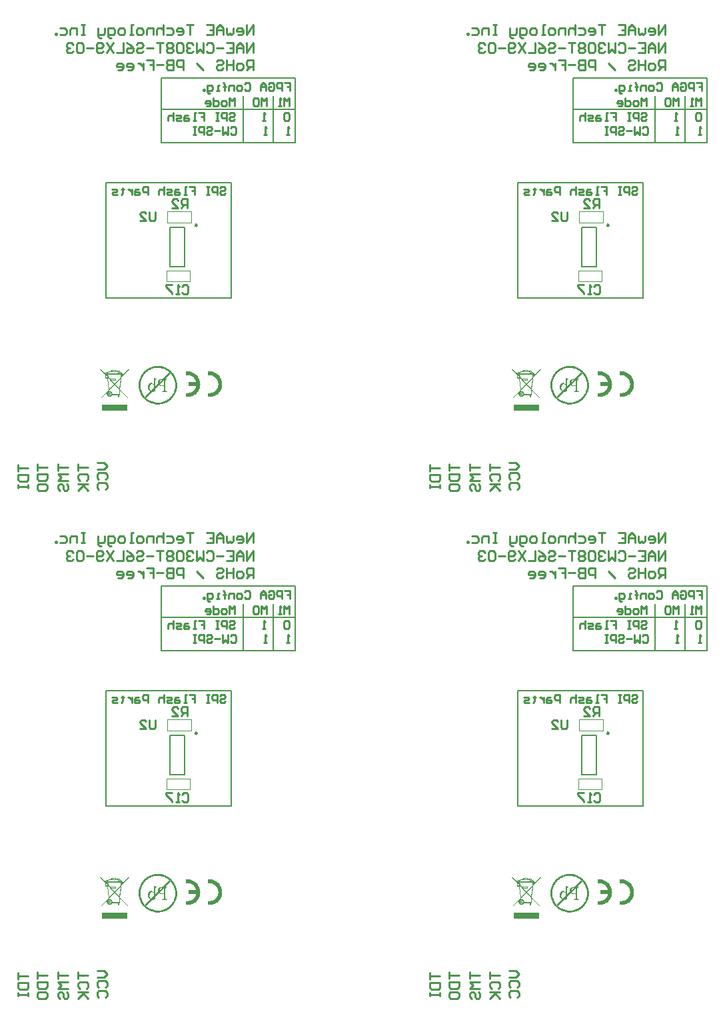
<source format=gbo>
G04*
G04 #@! TF.GenerationSoftware,Altium Limited,Altium Designer,18.1.9 (240)*
G04*
G04 Layer_Color=32896*
%FSLAX25Y25*%
%MOIN*%
G70*
G01*
G75*
%ADD23C,0.01000*%
%ADD38C,0.00787*%
%ADD39C,0.00984*%
%ADD41C,0.00394*%
G36*
X306437Y349659D02*
X302515Y345575D01*
X302399Y344476D01*
X302156Y341803D01*
X301959Y339882D01*
X306159Y335567D01*
X305870Y335289D01*
X301925Y339338D01*
X301693Y336851D01*
X301566D01*
Y335902D01*
X300687D01*
Y336851D01*
X297968D01*
X297864Y336666D01*
X297736Y336481D01*
X297540Y336272D01*
X297285Y336099D01*
X296996Y336006D01*
X296718Y335972D01*
X296429Y335983D01*
X296221Y336041D01*
X295978Y336145D01*
X295770Y336272D01*
X295607Y336434D01*
X295445Y336666D01*
X295330Y336920D01*
X295260Y337163D01*
X295237Y337360D01*
X295260Y337603D01*
X295295Y337788D01*
X295364Y337962D01*
X295469Y338158D01*
X295584Y338320D01*
X295746Y338471D01*
X295920Y338586D01*
X296082Y338667D01*
X296059Y338876D01*
X292599Y335289D01*
X292310Y335578D01*
X296024Y339419D01*
X295723Y342775D01*
X295515Y345204D01*
X294404D01*
Y346766D01*
X294693D01*
X291882Y349659D01*
X292171Y349937D01*
X294821Y347206D01*
Y347403D01*
X294763Y347449D01*
X294693Y347495D01*
X294624Y347565D01*
X294555Y347646D01*
X294520Y347750D01*
X294485Y347842D01*
X294474Y347958D01*
X294497Y348109D01*
X294531Y348189D01*
X294636Y348352D01*
X294751Y348456D01*
X294902Y348525D01*
X295064Y348548D01*
X295226Y348525D01*
X295364Y348467D01*
X295480Y348398D01*
X295538Y348328D01*
X295642Y348421D01*
X295816Y348537D01*
X296024Y348641D01*
X296325Y348756D01*
X296649Y348849D01*
X296973Y348918D01*
X297320Y348976D01*
X297598Y349011D01*
Y349358D01*
X299819D01*
Y349057D01*
X299992D01*
X300282Y349023D01*
X300583Y348988D01*
X300872Y348941D01*
Y349127D01*
X301832D01*
Y348675D01*
X301948Y348618D01*
X302098Y348548D01*
X302272Y348444D01*
X302411Y348352D01*
X302538Y348236D01*
X302630Y348155D01*
X302688Y348074D01*
X302735Y347981D01*
X302712Y347819D01*
X303267D01*
Y347113D01*
X302654D01*
X302561Y346199D01*
X306148Y349937D01*
X306437Y349659D01*
D02*
G37*
G36*
X100437D02*
X96515Y345575D01*
X96399Y344476D01*
X96156Y341803D01*
X95959Y339882D01*
X100159Y335567D01*
X99870Y335289D01*
X95925Y339338D01*
X95693Y336851D01*
X95566D01*
Y335902D01*
X94687D01*
Y336851D01*
X91968D01*
X91864Y336666D01*
X91736Y336481D01*
X91540Y336272D01*
X91285Y336099D01*
X90996Y336006D01*
X90718Y335972D01*
X90429Y335983D01*
X90221Y336041D01*
X89978Y336145D01*
X89770Y336272D01*
X89608Y336434D01*
X89446Y336666D01*
X89330Y336920D01*
X89260Y337163D01*
X89237Y337360D01*
X89260Y337603D01*
X89295Y337788D01*
X89364Y337962D01*
X89469Y338158D01*
X89584Y338320D01*
X89746Y338471D01*
X89920Y338586D01*
X90082Y338667D01*
X90059Y338876D01*
X86599Y335289D01*
X86310Y335578D01*
X90024Y339419D01*
X89723Y342775D01*
X89515Y345204D01*
X88404D01*
Y346766D01*
X88693D01*
X85882Y349659D01*
X86171Y349937D01*
X88821Y347206D01*
Y347403D01*
X88763Y347449D01*
X88693Y347495D01*
X88624Y347565D01*
X88555Y347646D01*
X88520Y347750D01*
X88485Y347842D01*
X88474Y347958D01*
X88497Y348109D01*
X88532Y348189D01*
X88636Y348352D01*
X88751Y348456D01*
X88902Y348525D01*
X89064Y348548D01*
X89226Y348525D01*
X89364Y348467D01*
X89480Y348398D01*
X89538Y348328D01*
X89642Y348421D01*
X89816Y348537D01*
X90024Y348641D01*
X90325Y348756D01*
X90649Y348849D01*
X90973Y348918D01*
X91320Y348976D01*
X91597Y349011D01*
Y349358D01*
X93819D01*
Y349057D01*
X93993D01*
X94282Y349023D01*
X94583Y348988D01*
X94872Y348941D01*
Y349127D01*
X95832D01*
Y348675D01*
X95948Y348618D01*
X96098Y348548D01*
X96272Y348444D01*
X96411Y348352D01*
X96538Y348236D01*
X96631Y348155D01*
X96688Y348074D01*
X96735Y347981D01*
X96711Y347819D01*
X97267D01*
Y347113D01*
X96654D01*
X96561Y346199D01*
X100148Y349937D01*
X100437Y349659D01*
D02*
G37*
G36*
X346978Y348814D02*
X347453Y348757D01*
X347904Y348664D01*
X348332Y348537D01*
X348737Y348398D01*
X349107Y348236D01*
X349466Y348062D01*
X349778Y347889D01*
X350068Y347715D01*
X350322Y347542D01*
X350542Y347380D01*
X350727Y347241D01*
X350866Y347114D01*
X350970Y347021D01*
X351040Y346963D01*
X351063Y346940D01*
X351398Y346581D01*
X351687Y346200D01*
X351942Y345818D01*
X352150Y345436D01*
X352335Y345043D01*
X352486Y344672D01*
X352613Y344302D01*
X352717Y343955D01*
X352787Y343631D01*
X352845Y343330D01*
X352891Y343064D01*
X352914Y342833D01*
X352925Y342729D01*
X352937Y342636D01*
Y342567D01*
X352949Y342497D01*
Y342451D01*
Y342416D01*
Y342393D01*
Y342382D01*
X352925Y341896D01*
X352868Y341421D01*
X352775Y340970D01*
X352648Y340542D01*
X352509Y340137D01*
X352347Y339767D01*
X352185Y339420D01*
X352000Y339096D01*
X351826Y338818D01*
X351664Y338563D01*
X351502Y338344D01*
X351352Y338158D01*
X351236Y338020D01*
X351144Y337904D01*
X351086Y337846D01*
X351063Y337823D01*
X350704Y337487D01*
X350322Y337198D01*
X349940Y336944D01*
X349547Y336735D01*
X349165Y336550D01*
X348783Y336400D01*
X348413Y336273D01*
X348066Y336168D01*
X347742Y336099D01*
X347441Y336041D01*
X347175Y335995D01*
X346944Y335972D01*
X346840Y335960D01*
X346747Y335949D01*
X346678D01*
X346608Y335937D01*
X346250D01*
X346145Y335949D01*
X345960D01*
X345902Y335960D01*
X345845D01*
Y337915D01*
X346064Y337892D01*
X346180Y337881D01*
X346273D01*
X346365Y337869D01*
X346493D01*
X346840Y337881D01*
X347164Y337927D01*
X347476Y337997D01*
X347777Y338077D01*
X348055Y338170D01*
X348321Y338286D01*
X348564Y338401D01*
X348783Y338529D01*
X348992Y338656D01*
X349165Y338772D01*
X349316Y338887D01*
X349443Y338980D01*
X349547Y339072D01*
X349628Y339130D01*
X349674Y339177D01*
X349686Y339188D01*
X349917Y339443D01*
X350126Y339709D01*
X350299Y339975D01*
X350449Y340253D01*
X350577Y340519D01*
X350681Y340785D01*
X350773Y341039D01*
X350843Y341282D01*
X350889Y341514D01*
X350935Y341722D01*
X350958Y341907D01*
X350982Y342069D01*
X350993Y342196D01*
X351005Y342301D01*
Y342358D01*
Y342382D01*
X350993Y342729D01*
X350947Y343053D01*
X350878Y343376D01*
X350797Y343677D01*
X350704Y343955D01*
X350588Y344221D01*
X350473Y344464D01*
X350345Y344684D01*
X350218Y344881D01*
X350102Y345054D01*
X349987Y345216D01*
X349894Y345343D01*
X349801Y345436D01*
X349744Y345517D01*
X349697Y345563D01*
X349686Y345575D01*
X349431Y345806D01*
X349165Y346014D01*
X348899Y346188D01*
X348621Y346350D01*
X348355Y346477D01*
X348089Y346581D01*
X347835Y346674D01*
X347592Y346743D01*
X347360Y346790D01*
X347152Y346836D01*
X346967Y346871D01*
X346805Y346882D01*
X346678Y346894D01*
X346573Y346905D01*
X346493D01*
X346250Y346894D01*
X346145D01*
X346041Y346882D01*
X345960Y346871D01*
X345902D01*
X345856Y346859D01*
X345845D01*
Y348803D01*
X346064Y348826D01*
X346169D01*
X346273Y348838D01*
X346493D01*
X346978Y348814D01*
D02*
G37*
G36*
X140979D02*
X141453Y348757D01*
X141904Y348664D01*
X142332Y348537D01*
X142737Y348398D01*
X143107Y348236D01*
X143466Y348062D01*
X143778Y347889D01*
X144068Y347715D01*
X144322Y347542D01*
X144542Y347380D01*
X144727Y347241D01*
X144866Y347114D01*
X144970Y347021D01*
X145039Y346963D01*
X145063Y346940D01*
X145398Y346581D01*
X145687Y346200D01*
X145942Y345818D01*
X146150Y345436D01*
X146335Y345043D01*
X146486Y344672D01*
X146613Y344302D01*
X146717Y343955D01*
X146787Y343631D01*
X146844Y343330D01*
X146891Y343064D01*
X146914Y342833D01*
X146925Y342729D01*
X146937Y342636D01*
Y342567D01*
X146949Y342497D01*
Y342451D01*
Y342416D01*
Y342393D01*
Y342382D01*
X146925Y341896D01*
X146868Y341421D01*
X146775Y340970D01*
X146648Y340542D01*
X146509Y340137D01*
X146347Y339767D01*
X146185Y339420D01*
X146000Y339096D01*
X145826Y338818D01*
X145664Y338563D01*
X145502Y338344D01*
X145352Y338158D01*
X145236Y338020D01*
X145144Y337904D01*
X145086Y337846D01*
X145063Y337823D01*
X144704Y337487D01*
X144322Y337198D01*
X143940Y336944D01*
X143547Y336735D01*
X143165Y336550D01*
X142783Y336400D01*
X142413Y336273D01*
X142066Y336168D01*
X141742Y336099D01*
X141441Y336041D01*
X141175Y335995D01*
X140944Y335972D01*
X140840Y335960D01*
X140747Y335949D01*
X140678D01*
X140608Y335937D01*
X140250D01*
X140145Y335949D01*
X139960D01*
X139902Y335960D01*
X139845D01*
Y337915D01*
X140064Y337892D01*
X140180Y337881D01*
X140273D01*
X140365Y337869D01*
X140492D01*
X140840Y337881D01*
X141164Y337927D01*
X141476Y337997D01*
X141777Y338077D01*
X142054Y338170D01*
X142321Y338286D01*
X142564Y338401D01*
X142783Y338529D01*
X142992Y338656D01*
X143165Y338772D01*
X143316Y338887D01*
X143443Y338980D01*
X143547Y339072D01*
X143628Y339130D01*
X143674Y339177D01*
X143686Y339188D01*
X143917Y339443D01*
X144125Y339709D01*
X144299Y339975D01*
X144449Y340253D01*
X144577Y340519D01*
X144681Y340785D01*
X144773Y341039D01*
X144843Y341282D01*
X144889Y341514D01*
X144935Y341722D01*
X144958Y341907D01*
X144982Y342069D01*
X144993Y342196D01*
X145005Y342301D01*
Y342358D01*
Y342382D01*
X144993Y342729D01*
X144947Y343053D01*
X144878Y343376D01*
X144797Y343677D01*
X144704Y343955D01*
X144588Y344221D01*
X144473Y344464D01*
X144345Y344684D01*
X144218Y344881D01*
X144102Y345054D01*
X143987Y345216D01*
X143894Y345343D01*
X143801Y345436D01*
X143744Y345517D01*
X143697Y345563D01*
X143686Y345575D01*
X143431Y345806D01*
X143165Y346014D01*
X142899Y346188D01*
X142621Y346350D01*
X142355Y346477D01*
X142089Y346581D01*
X141835Y346674D01*
X141592Y346743D01*
X141360Y346790D01*
X141152Y346836D01*
X140967Y346871D01*
X140805Y346882D01*
X140678Y346894D01*
X140574Y346905D01*
X140492D01*
X140250Y346894D01*
X140145D01*
X140041Y346882D01*
X139960Y346871D01*
X139902D01*
X139856Y346859D01*
X139845D01*
Y348803D01*
X140064Y348826D01*
X140169D01*
X140273Y348838D01*
X140492D01*
X140979Y348814D01*
D02*
G37*
G36*
X336010D02*
X336485Y348757D01*
X336936Y348664D01*
X337364Y348537D01*
X337769Y348398D01*
X338139Y348236D01*
X338486Y348062D01*
X338810Y347889D01*
X339088Y347715D01*
X339342Y347542D01*
X339562Y347380D01*
X339747Y347241D01*
X339886Y347114D01*
X340002Y347021D01*
X340060Y346963D01*
X340083Y346940D01*
X340418Y346581D01*
X340707Y346200D01*
X340962Y345818D01*
X341170Y345436D01*
X341355Y345043D01*
X341506Y344672D01*
X341633Y344302D01*
X341737Y343955D01*
X341807Y343631D01*
X341864Y343330D01*
X341911Y343064D01*
X341934Y342833D01*
X341946Y342729D01*
X341957Y342636D01*
Y342567D01*
X341969Y342497D01*
Y342451D01*
Y342416D01*
Y342393D01*
Y342382D01*
X341946Y341896D01*
X341888Y341421D01*
X341795Y340970D01*
X341668Y340542D01*
X341529Y340137D01*
X341367Y339767D01*
X341205Y339420D01*
X341020Y339096D01*
X340846Y338818D01*
X340684Y338563D01*
X340522Y338344D01*
X340372Y338158D01*
X340256Y338020D01*
X340164Y337904D01*
X340106Y337846D01*
X340083Y337823D01*
X339724Y337487D01*
X339342Y337198D01*
X338960Y336944D01*
X338579Y336735D01*
X338185Y336550D01*
X337815Y336400D01*
X337445Y336273D01*
X337098Y336168D01*
X336774Y336099D01*
X336473Y336041D01*
X336207Y335995D01*
X335975Y335972D01*
X335871Y335960D01*
X335779Y335949D01*
X335709D01*
X335640Y335937D01*
X335281D01*
X335177Y335949D01*
X334992D01*
X334934Y335960D01*
X334876D01*
X334888Y337915D01*
X335108Y337892D01*
X335212Y337881D01*
X335316D01*
X335397Y337869D01*
X335524D01*
X335813Y337881D01*
X336103Y337915D01*
X336380Y337962D01*
X336635Y338020D01*
X336889Y338101D01*
X337121Y338182D01*
X337341Y338274D01*
X337537Y338367D01*
X337722Y338459D01*
X337884Y338552D01*
X338023Y338633D01*
X338139Y338714D01*
X338231Y338772D01*
X338301Y338818D01*
X338347Y338853D01*
X338359Y338864D01*
X338579Y339061D01*
X338787Y339258D01*
X338960Y339466D01*
X339122Y339686D01*
X339273Y339894D01*
X339400Y340114D01*
X339516Y340322D01*
X339608Y340519D01*
X339689Y340704D01*
X339759Y340877D01*
X339817Y341028D01*
X339863Y341167D01*
X339898Y341271D01*
X339921Y341352D01*
X339932Y341398D01*
Y341421D01*
X336160D01*
Y343353D01*
X339932D01*
X339863Y343643D01*
X339770Y343909D01*
X339666Y344175D01*
X339550Y344418D01*
X339423Y344638D01*
X339296Y344846D01*
X339157Y345043D01*
X339030Y345216D01*
X338903Y345378D01*
X338775Y345517D01*
X338671Y345633D01*
X338567Y345725D01*
X338486Y345806D01*
X338428Y345864D01*
X338382Y345899D01*
X338370Y345910D01*
X338127Y346084D01*
X337884Y346234D01*
X337642Y346373D01*
X337399Y346489D01*
X337156Y346581D01*
X336924Y346662D01*
X336693Y346732D01*
X336473Y346778D01*
X336276Y346824D01*
X336091Y346848D01*
X335929Y346871D01*
X335790Y346894D01*
X335675D01*
X335594Y346905D01*
X335524D01*
X335281Y346894D01*
X335177D01*
X335073Y346882D01*
X334992Y346871D01*
X334934D01*
X334888Y346859D01*
X334876D01*
Y348803D01*
X335015Y348814D01*
X335131Y348826D01*
X335246D01*
X335339Y348838D01*
X335524D01*
X336010Y348814D01*
D02*
G37*
G36*
X130010D02*
X130484Y348757D01*
X130936Y348664D01*
X131364Y348537D01*
X131769Y348398D01*
X132139Y348236D01*
X132486Y348062D01*
X132810Y347889D01*
X133088Y347715D01*
X133342Y347542D01*
X133562Y347380D01*
X133747Y347241D01*
X133886Y347114D01*
X134002Y347021D01*
X134060Y346963D01*
X134083Y346940D01*
X134418Y346581D01*
X134707Y346200D01*
X134962Y345818D01*
X135170Y345436D01*
X135355Y345043D01*
X135506Y344672D01*
X135633Y344302D01*
X135737Y343955D01*
X135807Y343631D01*
X135864Y343330D01*
X135911Y343064D01*
X135934Y342833D01*
X135945Y342729D01*
X135957Y342636D01*
Y342567D01*
X135969Y342497D01*
Y342451D01*
Y342416D01*
Y342393D01*
Y342382D01*
X135945Y341896D01*
X135888Y341421D01*
X135795Y340970D01*
X135668Y340542D01*
X135529Y340137D01*
X135367Y339767D01*
X135205Y339420D01*
X135020Y339096D01*
X134846Y338818D01*
X134684Y338563D01*
X134522Y338344D01*
X134372Y338158D01*
X134256Y338020D01*
X134164Y337904D01*
X134106Y337846D01*
X134083Y337823D01*
X133724Y337487D01*
X133342Y337198D01*
X132960Y336944D01*
X132579Y336735D01*
X132185Y336550D01*
X131815Y336400D01*
X131445Y336273D01*
X131098Y336168D01*
X130774Y336099D01*
X130473Y336041D01*
X130207Y335995D01*
X129975Y335972D01*
X129871Y335960D01*
X129779Y335949D01*
X129709D01*
X129640Y335937D01*
X129281D01*
X129177Y335949D01*
X128992D01*
X128934Y335960D01*
X128876D01*
X128888Y337915D01*
X129108Y337892D01*
X129212Y337881D01*
X129316D01*
X129397Y337869D01*
X129524D01*
X129813Y337881D01*
X130103Y337915D01*
X130380Y337962D01*
X130635Y338020D01*
X130889Y338101D01*
X131121Y338182D01*
X131341Y338274D01*
X131537Y338367D01*
X131722Y338459D01*
X131884Y338552D01*
X132023Y338633D01*
X132139Y338714D01*
X132231Y338772D01*
X132301Y338818D01*
X132347Y338853D01*
X132359Y338864D01*
X132579Y339061D01*
X132787Y339258D01*
X132960Y339466D01*
X133122Y339686D01*
X133273Y339894D01*
X133400Y340114D01*
X133516Y340322D01*
X133608Y340519D01*
X133689Y340704D01*
X133759Y340877D01*
X133817Y341028D01*
X133863Y341167D01*
X133898Y341271D01*
X133921Y341352D01*
X133932Y341398D01*
Y341421D01*
X130160D01*
Y343353D01*
X133932D01*
X133863Y343643D01*
X133770Y343909D01*
X133666Y344175D01*
X133551Y344418D01*
X133423Y344638D01*
X133296Y344846D01*
X133157Y345043D01*
X133030Y345216D01*
X132903Y345378D01*
X132775Y345517D01*
X132671Y345633D01*
X132567Y345725D01*
X132486Y345806D01*
X132428Y345864D01*
X132382Y345899D01*
X132370Y345910D01*
X132127Y346084D01*
X131884Y346234D01*
X131641Y346373D01*
X131398Y346489D01*
X131156Y346581D01*
X130924Y346662D01*
X130693Y346732D01*
X130473Y346778D01*
X130276Y346824D01*
X130091Y346848D01*
X129929Y346871D01*
X129790Y346894D01*
X129675D01*
X129594Y346905D01*
X129524D01*
X129281Y346894D01*
X129177D01*
X129073Y346882D01*
X128992Y346871D01*
X128934D01*
X128888Y346859D01*
X128876D01*
Y348803D01*
X129015Y348814D01*
X129131Y348826D01*
X129246D01*
X129339Y348838D01*
X129524D01*
X130010Y348814D01*
D02*
G37*
G36*
X321135Y351510D02*
X321505Y351487D01*
X321864Y351452D01*
X322211Y351394D01*
X322558Y351337D01*
X322882Y351255D01*
X323530Y351082D01*
X324131Y350862D01*
X324698Y350619D01*
X325219Y350365D01*
X325462Y350237D01*
X325693Y350098D01*
X325913Y349971D01*
X326121Y349832D01*
X326318Y349705D01*
X326503Y349578D01*
X326677Y349451D01*
X326839Y349335D01*
X326978Y349219D01*
X327105Y349115D01*
X327221Y349023D01*
X327325Y348941D01*
X327417Y348861D01*
X327487Y348803D01*
X327544Y348745D01*
X327579Y348710D01*
X327602Y348687D01*
X327614Y348675D01*
X327869Y348409D01*
X328111Y348132D01*
X328331Y347854D01*
X328551Y347565D01*
X328736Y347275D01*
X328921Y346998D01*
X329095Y346697D01*
X329245Y346408D01*
X329384Y346118D01*
X329523Y345829D01*
X329743Y345262D01*
X329940Y344719D01*
X330078Y344198D01*
X330206Y343700D01*
X330252Y343469D01*
X330287Y343249D01*
X330321Y343052D01*
X330356Y342856D01*
X330379Y342671D01*
X330391Y342509D01*
X330402Y342358D01*
X330414Y342231D01*
X330425Y342115D01*
Y342011D01*
X330437Y341942D01*
Y341884D01*
Y341849D01*
Y341838D01*
X330425Y341467D01*
X330402Y341097D01*
X330368Y340738D01*
X330310Y340391D01*
X330252Y340044D01*
X330171Y339720D01*
X329997Y339072D01*
X329778Y338471D01*
X329546Y337904D01*
X329292Y337383D01*
X329153Y337140D01*
X329026Y336909D01*
X328898Y336689D01*
X328759Y336481D01*
X328632Y336284D01*
X328505Y336099D01*
X328389Y335925D01*
X328273Y335763D01*
X328158Y335625D01*
X328054Y335497D01*
X327961Y335382D01*
X327869Y335277D01*
X327799Y335185D01*
X327730Y335115D01*
X327683Y335057D01*
X327649Y335023D01*
X327625Y335000D01*
X327614Y334988D01*
X327348Y334734D01*
X327070Y334491D01*
X326793Y334259D01*
X326503Y334051D01*
X326214Y333854D01*
X325925Y333669D01*
X325636Y333507D01*
X325346Y333345D01*
X325057Y333206D01*
X324768Y333079D01*
X324201Y332848D01*
X323645Y332663D01*
X323125Y332512D01*
X322639Y332396D01*
X322407Y332339D01*
X322188Y332304D01*
X321979Y332269D01*
X321783Y332246D01*
X321598Y332211D01*
X321436Y332200D01*
X321285Y332188D01*
X321158Y332177D01*
X321042Y332165D01*
X320938D01*
X320869Y332154D01*
X320764D01*
X320394Y332165D01*
X320024Y332188D01*
X319665Y332223D01*
X319318Y332281D01*
X318983Y332339D01*
X318647Y332420D01*
X318011Y332593D01*
X317409Y332813D01*
X316842Y333056D01*
X316322Y333311D01*
X316079Y333438D01*
X315847Y333577D01*
X315627Y333704D01*
X315419Y333831D01*
X315223Y333970D01*
X315037Y334097D01*
X314864Y334213D01*
X314702Y334329D01*
X314563Y334444D01*
X314436Y334548D01*
X314320Y334641D01*
X314216Y334722D01*
X314123Y334803D01*
X314054Y334872D01*
X313996Y334919D01*
X313961Y334953D01*
X313938Y334977D01*
X313927Y334988D01*
X313672Y335254D01*
X313429Y335532D01*
X313198Y335810D01*
X312989Y336099D01*
X312793Y336388D01*
X312608Y336677D01*
X312434Y336967D01*
X312284Y337256D01*
X312133Y337545D01*
X312006Y337834D01*
X311775Y338401D01*
X311590Y338957D01*
X311439Y339477D01*
X311323Y339963D01*
X311265Y340195D01*
X311231Y340414D01*
X311196Y340623D01*
X311161Y340819D01*
X311138Y341004D01*
X311127Y341166D01*
X311115Y341317D01*
X311104Y341444D01*
X311092Y341560D01*
X311080Y341664D01*
Y341733D01*
Y341791D01*
Y341826D01*
Y341838D01*
X311092Y342208D01*
X311115Y342578D01*
X311150Y342937D01*
X311208Y343284D01*
X311265Y343619D01*
X311347Y343955D01*
X311520Y344591D01*
X311740Y345193D01*
X311983Y345760D01*
X312237Y346280D01*
X312365Y346523D01*
X312504Y346755D01*
X312631Y346975D01*
X312770Y347183D01*
X312897Y347380D01*
X313024Y347565D01*
X313151Y347738D01*
X313267Y347900D01*
X313383Y348039D01*
X313487Y348166D01*
X313580Y348282D01*
X313661Y348386D01*
X313741Y348479D01*
X313799Y348548D01*
X313857Y348606D01*
X313892Y348641D01*
X313915Y348664D01*
X313927Y348675D01*
X314193Y348930D01*
X314470Y349173D01*
X314748Y349404D01*
X315037Y349613D01*
X315327Y349809D01*
X315604Y349994D01*
X315905Y350168D01*
X316194Y350318D01*
X316484Y350469D01*
X316773Y350596D01*
X317340Y350827D01*
X317884Y351013D01*
X318404Y351163D01*
X318902Y351279D01*
X319133Y351337D01*
X319353Y351371D01*
X319550Y351406D01*
X319746Y351441D01*
X319931Y351464D01*
X320093Y351475D01*
X320244Y351487D01*
X320371Y351499D01*
X320487Y351510D01*
X320591Y351522D01*
X320764D01*
X321135Y351510D01*
D02*
G37*
G36*
X115135D02*
X115505Y351487D01*
X115864Y351452D01*
X116211Y351394D01*
X116558Y351337D01*
X116882Y351255D01*
X117530Y351082D01*
X118131Y350862D01*
X118698Y350619D01*
X119219Y350365D01*
X119462Y350237D01*
X119693Y350098D01*
X119913Y349971D01*
X120121Y349832D01*
X120318Y349705D01*
X120503Y349578D01*
X120677Y349451D01*
X120839Y349335D01*
X120978Y349219D01*
X121105Y349115D01*
X121221Y349023D01*
X121325Y348941D01*
X121417Y348861D01*
X121487Y348803D01*
X121545Y348745D01*
X121579Y348710D01*
X121602Y348687D01*
X121614Y348675D01*
X121869Y348409D01*
X122111Y348132D01*
X122331Y347854D01*
X122551Y347565D01*
X122736Y347275D01*
X122921Y346998D01*
X123095Y346697D01*
X123245Y346408D01*
X123384Y346118D01*
X123523Y345829D01*
X123743Y345262D01*
X123940Y344719D01*
X124078Y344198D01*
X124206Y343700D01*
X124252Y343469D01*
X124287Y343249D01*
X124321Y343052D01*
X124356Y342856D01*
X124379Y342671D01*
X124391Y342509D01*
X124402Y342358D01*
X124414Y342231D01*
X124425Y342115D01*
Y342011D01*
X124437Y341942D01*
Y341884D01*
Y341849D01*
Y341838D01*
X124425Y341467D01*
X124402Y341097D01*
X124368Y340738D01*
X124310Y340391D01*
X124252Y340044D01*
X124171Y339720D01*
X123997Y339072D01*
X123777Y338471D01*
X123546Y337904D01*
X123292Y337383D01*
X123153Y337140D01*
X123026Y336909D01*
X122898Y336689D01*
X122759Y336481D01*
X122632Y336284D01*
X122505Y336099D01*
X122389Y335925D01*
X122273Y335763D01*
X122158Y335625D01*
X122054Y335497D01*
X121961Y335382D01*
X121869Y335277D01*
X121799Y335185D01*
X121730Y335115D01*
X121683Y335057D01*
X121649Y335023D01*
X121625Y335000D01*
X121614Y334988D01*
X121348Y334734D01*
X121070Y334491D01*
X120792Y334259D01*
X120503Y334051D01*
X120214Y333854D01*
X119925Y333669D01*
X119635Y333507D01*
X119346Y333345D01*
X119057Y333206D01*
X118768Y333079D01*
X118201Y332848D01*
X117645Y332663D01*
X117125Y332512D01*
X116639Y332396D01*
X116407Y332339D01*
X116188Y332304D01*
X115979Y332269D01*
X115783Y332246D01*
X115597Y332211D01*
X115436Y332200D01*
X115285Y332188D01*
X115158Y332177D01*
X115042Y332165D01*
X114938D01*
X114869Y332154D01*
X114764D01*
X114394Y332165D01*
X114024Y332188D01*
X113665Y332223D01*
X113318Y332281D01*
X112983Y332339D01*
X112647Y332420D01*
X112011Y332593D01*
X111409Y332813D01*
X110842Y333056D01*
X110322Y333311D01*
X110079Y333438D01*
X109847Y333577D01*
X109627Y333704D01*
X109419Y333831D01*
X109222Y333970D01*
X109037Y334097D01*
X108864Y334213D01*
X108702Y334329D01*
X108563Y334444D01*
X108436Y334548D01*
X108320Y334641D01*
X108216Y334722D01*
X108123Y334803D01*
X108054Y334872D01*
X107996Y334919D01*
X107961Y334953D01*
X107938Y334977D01*
X107927Y334988D01*
X107672Y335254D01*
X107429Y335532D01*
X107198Y335810D01*
X106990Y336099D01*
X106793Y336388D01*
X106608Y336677D01*
X106434Y336967D01*
X106284Y337256D01*
X106133Y337545D01*
X106006Y337834D01*
X105775Y338401D01*
X105589Y338957D01*
X105439Y339477D01*
X105323Y339963D01*
X105265Y340195D01*
X105231Y340414D01*
X105196Y340623D01*
X105161Y340819D01*
X105138Y341004D01*
X105127Y341166D01*
X105115Y341317D01*
X105104Y341444D01*
X105092Y341560D01*
X105080Y341664D01*
Y341733D01*
Y341791D01*
Y341826D01*
Y341838D01*
X105092Y342208D01*
X105115Y342578D01*
X105150Y342937D01*
X105208Y343284D01*
X105265Y343619D01*
X105347Y343955D01*
X105520Y344591D01*
X105740Y345193D01*
X105983Y345760D01*
X106237Y346280D01*
X106365Y346523D01*
X106503Y346755D01*
X106631Y346975D01*
X106770Y347183D01*
X106897Y347380D01*
X107024Y347565D01*
X107151Y347738D01*
X107267Y347900D01*
X107383Y348039D01*
X107487Y348166D01*
X107580Y348282D01*
X107660Y348386D01*
X107741Y348479D01*
X107799Y348548D01*
X107857Y348606D01*
X107892Y348641D01*
X107915Y348664D01*
X107927Y348675D01*
X108193Y348930D01*
X108470Y349173D01*
X108748Y349404D01*
X109037Y349613D01*
X109327Y349809D01*
X109604Y349994D01*
X109905Y350168D01*
X110194Y350318D01*
X110484Y350469D01*
X110773Y350596D01*
X111340Y350827D01*
X111884Y351013D01*
X112404Y351163D01*
X112902Y351279D01*
X113133Y351337D01*
X113353Y351371D01*
X113550Y351406D01*
X113746Y351441D01*
X113931Y351464D01*
X114093Y351475D01*
X114244Y351487D01*
X114371Y351499D01*
X114487Y351510D01*
X114591Y351522D01*
X114764D01*
X115135Y351510D01*
D02*
G37*
G36*
X305592Y332084D02*
Y332026D01*
Y331945D01*
Y331864D01*
Y331772D01*
Y331691D01*
Y331633D01*
Y331621D01*
Y331610D01*
Y331228D01*
Y331043D01*
Y330869D01*
Y330730D01*
Y330615D01*
Y330568D01*
Y330534D01*
Y330522D01*
Y330510D01*
Y330291D01*
Y330094D01*
Y329909D01*
Y329747D01*
Y329608D01*
Y329516D01*
Y329446D01*
Y329434D01*
Y329423D01*
Y329261D01*
Y329145D01*
Y329053D01*
Y328995D01*
Y328960D01*
Y328949D01*
Y328937D01*
X292946D01*
Y328960D01*
Y329018D01*
Y329087D01*
Y329180D01*
Y329273D01*
Y329342D01*
Y329400D01*
Y329423D01*
Y329805D01*
Y329990D01*
Y330152D01*
Y330302D01*
Y330406D01*
Y330453D01*
Y330487D01*
Y330499D01*
Y330510D01*
Y330730D01*
Y330939D01*
Y331124D01*
Y331286D01*
Y331425D01*
Y331529D01*
Y331587D01*
Y331610D01*
Y331702D01*
Y331772D01*
Y331899D01*
Y331992D01*
Y332049D01*
Y332084D01*
Y332096D01*
Y332107D01*
X305592D01*
Y332084D01*
D02*
G37*
G36*
X99592D02*
Y332026D01*
Y331945D01*
Y331864D01*
Y331772D01*
Y331691D01*
Y331633D01*
Y331621D01*
Y331610D01*
Y331228D01*
Y331043D01*
Y330869D01*
Y330730D01*
Y330615D01*
Y330568D01*
Y330534D01*
Y330522D01*
Y330510D01*
Y330291D01*
Y330094D01*
Y329909D01*
Y329747D01*
Y329608D01*
Y329516D01*
Y329446D01*
Y329434D01*
Y329423D01*
Y329261D01*
Y329145D01*
Y329053D01*
Y328995D01*
Y328960D01*
Y328949D01*
Y328937D01*
X86946D01*
Y328960D01*
Y329018D01*
Y329087D01*
Y329180D01*
Y329273D01*
Y329342D01*
Y329400D01*
Y329423D01*
Y329805D01*
Y329990D01*
Y330152D01*
Y330302D01*
Y330406D01*
Y330453D01*
Y330487D01*
Y330499D01*
Y330510D01*
Y330730D01*
Y330939D01*
Y331124D01*
Y331286D01*
Y331425D01*
Y331529D01*
Y331587D01*
Y331610D01*
Y331702D01*
Y331772D01*
Y331899D01*
Y331992D01*
Y332049D01*
Y332084D01*
Y332096D01*
Y332107D01*
X99592D01*
Y332084D01*
D02*
G37*
G36*
X306437Y95659D02*
X302515Y91575D01*
X302399Y90475D01*
X302156Y87803D01*
X301959Y85882D01*
X306159Y81567D01*
X305870Y81289D01*
X301925Y85338D01*
X301693Y82851D01*
X301566D01*
Y81902D01*
X300687D01*
Y82851D01*
X297968D01*
X297864Y82666D01*
X297736Y82481D01*
X297540Y82272D01*
X297285Y82099D01*
X296996Y82006D01*
X296718Y81972D01*
X296429Y81983D01*
X296221Y82041D01*
X295978Y82145D01*
X295770Y82272D01*
X295607Y82434D01*
X295445Y82666D01*
X295330Y82920D01*
X295260Y83163D01*
X295237Y83360D01*
X295260Y83603D01*
X295295Y83788D01*
X295364Y83962D01*
X295469Y84158D01*
X295584Y84320D01*
X295746Y84471D01*
X295920Y84586D01*
X296082Y84667D01*
X296059Y84876D01*
X292599Y81289D01*
X292310Y81578D01*
X296024Y85419D01*
X295723Y88775D01*
X295515Y91204D01*
X294404D01*
Y92766D01*
X294693D01*
X291882Y95659D01*
X292171Y95937D01*
X294821Y93206D01*
Y93403D01*
X294763Y93449D01*
X294693Y93495D01*
X294624Y93565D01*
X294555Y93646D01*
X294520Y93750D01*
X294485Y93842D01*
X294474Y93958D01*
X294497Y94108D01*
X294531Y94190D01*
X294636Y94352D01*
X294751Y94456D01*
X294902Y94525D01*
X295064Y94548D01*
X295226Y94525D01*
X295364Y94467D01*
X295480Y94398D01*
X295538Y94328D01*
X295642Y94421D01*
X295816Y94537D01*
X296024Y94641D01*
X296325Y94756D01*
X296649Y94849D01*
X296973Y94918D01*
X297320Y94976D01*
X297598Y95011D01*
Y95358D01*
X299819D01*
Y95057D01*
X299992D01*
X300282Y95022D01*
X300583Y94988D01*
X300872Y94942D01*
Y95127D01*
X301832D01*
Y94675D01*
X301948Y94618D01*
X302098Y94548D01*
X302272Y94444D01*
X302411Y94352D01*
X302538Y94236D01*
X302630Y94155D01*
X302688Y94074D01*
X302735Y93981D01*
X302712Y93819D01*
X303267D01*
Y93113D01*
X302654D01*
X302561Y92199D01*
X306148Y95937D01*
X306437Y95659D01*
D02*
G37*
G36*
X100437D02*
X96515Y91575D01*
X96399Y90475D01*
X96156Y87803D01*
X95959Y85882D01*
X100159Y81567D01*
X99870Y81289D01*
X95925Y85338D01*
X95693Y82851D01*
X95566D01*
Y81902D01*
X94687D01*
Y82851D01*
X91968D01*
X91864Y82666D01*
X91736Y82481D01*
X91540Y82272D01*
X91285Y82099D01*
X90996Y82006D01*
X90718Y81972D01*
X90429Y81983D01*
X90221Y82041D01*
X89978Y82145D01*
X89770Y82272D01*
X89608Y82434D01*
X89446Y82666D01*
X89330Y82920D01*
X89260Y83163D01*
X89237Y83360D01*
X89260Y83603D01*
X89295Y83788D01*
X89364Y83962D01*
X89469Y84158D01*
X89584Y84320D01*
X89746Y84471D01*
X89920Y84586D01*
X90082Y84667D01*
X90059Y84876D01*
X86599Y81289D01*
X86310Y81578D01*
X90024Y85419D01*
X89723Y88775D01*
X89515Y91204D01*
X88404D01*
Y92766D01*
X88693D01*
X85882Y95659D01*
X86171Y95937D01*
X88821Y93206D01*
Y93403D01*
X88763Y93449D01*
X88693Y93495D01*
X88624Y93565D01*
X88555Y93646D01*
X88520Y93750D01*
X88485Y93842D01*
X88474Y93958D01*
X88497Y94108D01*
X88532Y94190D01*
X88636Y94352D01*
X88751Y94456D01*
X88902Y94525D01*
X89064Y94548D01*
X89226Y94525D01*
X89364Y94467D01*
X89480Y94398D01*
X89538Y94328D01*
X89642Y94421D01*
X89816Y94537D01*
X90024Y94641D01*
X90325Y94756D01*
X90649Y94849D01*
X90973Y94918D01*
X91320Y94976D01*
X91597Y95011D01*
Y95358D01*
X93819D01*
Y95057D01*
X93993D01*
X94282Y95022D01*
X94583Y94988D01*
X94872Y94942D01*
Y95127D01*
X95832D01*
Y94675D01*
X95948Y94618D01*
X96098Y94548D01*
X96272Y94444D01*
X96411Y94352D01*
X96538Y94236D01*
X96631Y94155D01*
X96688Y94074D01*
X96735Y93981D01*
X96711Y93819D01*
X97267D01*
Y93113D01*
X96654D01*
X96561Y92199D01*
X100148Y95937D01*
X100437Y95659D01*
D02*
G37*
G36*
X346978Y94814D02*
X347453Y94757D01*
X347904Y94664D01*
X348332Y94537D01*
X348737Y94398D01*
X349107Y94236D01*
X349466Y94062D01*
X349778Y93889D01*
X350068Y93715D01*
X350322Y93542D01*
X350542Y93380D01*
X350727Y93241D01*
X350866Y93114D01*
X350970Y93021D01*
X351040Y92963D01*
X351063Y92940D01*
X351398Y92581D01*
X351687Y92200D01*
X351942Y91818D01*
X352150Y91436D01*
X352335Y91043D01*
X352486Y90672D01*
X352613Y90302D01*
X352717Y89955D01*
X352787Y89631D01*
X352845Y89330D01*
X352891Y89064D01*
X352914Y88833D01*
X352925Y88729D01*
X352937Y88636D01*
Y88567D01*
X352949Y88497D01*
Y88451D01*
Y88416D01*
Y88393D01*
Y88381D01*
X352925Y87896D01*
X352868Y87421D01*
X352775Y86970D01*
X352648Y86542D01*
X352509Y86137D01*
X352347Y85767D01*
X352185Y85420D01*
X352000Y85096D01*
X351826Y84818D01*
X351664Y84563D01*
X351502Y84344D01*
X351352Y84158D01*
X351236Y84020D01*
X351144Y83904D01*
X351086Y83846D01*
X351063Y83823D01*
X350704Y83487D01*
X350322Y83198D01*
X349940Y82944D01*
X349547Y82735D01*
X349165Y82550D01*
X348783Y82400D01*
X348413Y82272D01*
X348066Y82168D01*
X347742Y82099D01*
X347441Y82041D01*
X347175Y81995D01*
X346944Y81972D01*
X346840Y81960D01*
X346747Y81949D01*
X346678D01*
X346608Y81937D01*
X346250D01*
X346145Y81949D01*
X345960D01*
X345902Y81960D01*
X345845D01*
Y83916D01*
X346064Y83892D01*
X346180Y83881D01*
X346273D01*
X346365Y83869D01*
X346493D01*
X346840Y83881D01*
X347164Y83927D01*
X347476Y83996D01*
X347777Y84078D01*
X348055Y84170D01*
X348321Y84286D01*
X348564Y84401D01*
X348783Y84529D01*
X348992Y84656D01*
X349165Y84772D01*
X349316Y84887D01*
X349443Y84980D01*
X349547Y85072D01*
X349628Y85130D01*
X349674Y85177D01*
X349686Y85188D01*
X349917Y85443D01*
X350126Y85709D01*
X350299Y85975D01*
X350449Y86253D01*
X350577Y86519D01*
X350681Y86785D01*
X350773Y87039D01*
X350843Y87282D01*
X350889Y87514D01*
X350935Y87722D01*
X350958Y87907D01*
X350982Y88069D01*
X350993Y88196D01*
X351005Y88301D01*
Y88358D01*
Y88381D01*
X350993Y88729D01*
X350947Y89053D01*
X350878Y89376D01*
X350797Y89677D01*
X350704Y89955D01*
X350588Y90221D01*
X350473Y90464D01*
X350345Y90684D01*
X350218Y90881D01*
X350102Y91054D01*
X349987Y91216D01*
X349894Y91343D01*
X349801Y91436D01*
X349744Y91517D01*
X349697Y91563D01*
X349686Y91575D01*
X349431Y91806D01*
X349165Y92014D01*
X348899Y92188D01*
X348621Y92350D01*
X348355Y92477D01*
X348089Y92581D01*
X347835Y92674D01*
X347592Y92743D01*
X347360Y92790D01*
X347152Y92836D01*
X346967Y92871D01*
X346805Y92882D01*
X346678Y92894D01*
X346573Y92905D01*
X346493D01*
X346250Y92894D01*
X346145D01*
X346041Y92882D01*
X345960Y92871D01*
X345902D01*
X345856Y92859D01*
X345845D01*
Y94803D01*
X346064Y94826D01*
X346169D01*
X346273Y94838D01*
X346493D01*
X346978Y94814D01*
D02*
G37*
G36*
X140979D02*
X141453Y94757D01*
X141904Y94664D01*
X142332Y94537D01*
X142737Y94398D01*
X143107Y94236D01*
X143466Y94062D01*
X143778Y93889D01*
X144068Y93715D01*
X144322Y93542D01*
X144542Y93380D01*
X144727Y93241D01*
X144866Y93114D01*
X144970Y93021D01*
X145039Y92963D01*
X145063Y92940D01*
X145398Y92581D01*
X145687Y92200D01*
X145942Y91818D01*
X146150Y91436D01*
X146335Y91043D01*
X146486Y90672D01*
X146613Y90302D01*
X146717Y89955D01*
X146787Y89631D01*
X146844Y89330D01*
X146891Y89064D01*
X146914Y88833D01*
X146925Y88729D01*
X146937Y88636D01*
Y88567D01*
X146949Y88497D01*
Y88451D01*
Y88416D01*
Y88393D01*
Y88381D01*
X146925Y87896D01*
X146868Y87421D01*
X146775Y86970D01*
X146648Y86542D01*
X146509Y86137D01*
X146347Y85767D01*
X146185Y85420D01*
X146000Y85096D01*
X145826Y84818D01*
X145664Y84563D01*
X145502Y84344D01*
X145352Y84158D01*
X145236Y84020D01*
X145144Y83904D01*
X145086Y83846D01*
X145063Y83823D01*
X144704Y83487D01*
X144322Y83198D01*
X143940Y82944D01*
X143547Y82735D01*
X143165Y82550D01*
X142783Y82400D01*
X142413Y82272D01*
X142066Y82168D01*
X141742Y82099D01*
X141441Y82041D01*
X141175Y81995D01*
X140944Y81972D01*
X140840Y81960D01*
X140747Y81949D01*
X140678D01*
X140608Y81937D01*
X140250D01*
X140145Y81949D01*
X139960D01*
X139902Y81960D01*
X139845D01*
Y83916D01*
X140064Y83892D01*
X140180Y83881D01*
X140273D01*
X140365Y83869D01*
X140492D01*
X140840Y83881D01*
X141164Y83927D01*
X141476Y83996D01*
X141777Y84078D01*
X142054Y84170D01*
X142321Y84286D01*
X142564Y84401D01*
X142783Y84529D01*
X142992Y84656D01*
X143165Y84772D01*
X143316Y84887D01*
X143443Y84980D01*
X143547Y85072D01*
X143628Y85130D01*
X143674Y85177D01*
X143686Y85188D01*
X143917Y85443D01*
X144125Y85709D01*
X144299Y85975D01*
X144449Y86253D01*
X144577Y86519D01*
X144681Y86785D01*
X144773Y87039D01*
X144843Y87282D01*
X144889Y87514D01*
X144935Y87722D01*
X144958Y87907D01*
X144982Y88069D01*
X144993Y88196D01*
X145005Y88301D01*
Y88358D01*
Y88381D01*
X144993Y88729D01*
X144947Y89053D01*
X144878Y89376D01*
X144797Y89677D01*
X144704Y89955D01*
X144588Y90221D01*
X144473Y90464D01*
X144345Y90684D01*
X144218Y90881D01*
X144102Y91054D01*
X143987Y91216D01*
X143894Y91343D01*
X143801Y91436D01*
X143744Y91517D01*
X143697Y91563D01*
X143686Y91575D01*
X143431Y91806D01*
X143165Y92014D01*
X142899Y92188D01*
X142621Y92350D01*
X142355Y92477D01*
X142089Y92581D01*
X141835Y92674D01*
X141592Y92743D01*
X141360Y92790D01*
X141152Y92836D01*
X140967Y92871D01*
X140805Y92882D01*
X140678Y92894D01*
X140574Y92905D01*
X140492D01*
X140250Y92894D01*
X140145D01*
X140041Y92882D01*
X139960Y92871D01*
X139902D01*
X139856Y92859D01*
X139845D01*
Y94803D01*
X140064Y94826D01*
X140169D01*
X140273Y94838D01*
X140492D01*
X140979Y94814D01*
D02*
G37*
G36*
X336010D02*
X336485Y94757D01*
X336936Y94664D01*
X337364Y94537D01*
X337769Y94398D01*
X338139Y94236D01*
X338486Y94062D01*
X338810Y93889D01*
X339088Y93715D01*
X339342Y93542D01*
X339562Y93380D01*
X339747Y93241D01*
X339886Y93114D01*
X340002Y93021D01*
X340060Y92963D01*
X340083Y92940D01*
X340418Y92581D01*
X340707Y92200D01*
X340962Y91818D01*
X341170Y91436D01*
X341355Y91043D01*
X341506Y90672D01*
X341633Y90302D01*
X341737Y89955D01*
X341807Y89631D01*
X341864Y89330D01*
X341911Y89064D01*
X341934Y88833D01*
X341946Y88729D01*
X341957Y88636D01*
Y88567D01*
X341969Y88497D01*
Y88451D01*
Y88416D01*
Y88393D01*
Y88381D01*
X341946Y87896D01*
X341888Y87421D01*
X341795Y86970D01*
X341668Y86542D01*
X341529Y86137D01*
X341367Y85767D01*
X341205Y85420D01*
X341020Y85096D01*
X340846Y84818D01*
X340684Y84563D01*
X340522Y84344D01*
X340372Y84158D01*
X340256Y84020D01*
X340164Y83904D01*
X340106Y83846D01*
X340083Y83823D01*
X339724Y83487D01*
X339342Y83198D01*
X338960Y82944D01*
X338579Y82735D01*
X338185Y82550D01*
X337815Y82400D01*
X337445Y82272D01*
X337098Y82168D01*
X336774Y82099D01*
X336473Y82041D01*
X336207Y81995D01*
X335975Y81972D01*
X335871Y81960D01*
X335779Y81949D01*
X335709D01*
X335640Y81937D01*
X335281D01*
X335177Y81949D01*
X334992D01*
X334934Y81960D01*
X334876D01*
X334888Y83916D01*
X335108Y83892D01*
X335212Y83881D01*
X335316D01*
X335397Y83869D01*
X335524D01*
X335813Y83881D01*
X336103Y83916D01*
X336380Y83962D01*
X336635Y84020D01*
X336889Y84101D01*
X337121Y84182D01*
X337341Y84274D01*
X337537Y84367D01*
X337722Y84459D01*
X337884Y84552D01*
X338023Y84633D01*
X338139Y84714D01*
X338231Y84772D01*
X338301Y84818D01*
X338347Y84853D01*
X338359Y84864D01*
X338579Y85061D01*
X338787Y85258D01*
X338960Y85466D01*
X339122Y85686D01*
X339273Y85894D01*
X339400Y86114D01*
X339516Y86322D01*
X339608Y86519D01*
X339689Y86704D01*
X339759Y86877D01*
X339817Y87028D01*
X339863Y87167D01*
X339898Y87271D01*
X339921Y87352D01*
X339932Y87398D01*
Y87421D01*
X336160D01*
Y89353D01*
X339932D01*
X339863Y89643D01*
X339770Y89909D01*
X339666Y90175D01*
X339550Y90418D01*
X339423Y90638D01*
X339296Y90846D01*
X339157Y91043D01*
X339030Y91216D01*
X338903Y91378D01*
X338775Y91517D01*
X338671Y91633D01*
X338567Y91725D01*
X338486Y91806D01*
X338428Y91864D01*
X338382Y91899D01*
X338370Y91910D01*
X338127Y92084D01*
X337884Y92234D01*
X337642Y92373D01*
X337399Y92489D01*
X337156Y92581D01*
X336924Y92662D01*
X336693Y92732D01*
X336473Y92778D01*
X336276Y92824D01*
X336091Y92848D01*
X335929Y92871D01*
X335790Y92894D01*
X335675D01*
X335594Y92905D01*
X335524D01*
X335281Y92894D01*
X335177D01*
X335073Y92882D01*
X334992Y92871D01*
X334934D01*
X334888Y92859D01*
X334876D01*
Y94803D01*
X335015Y94814D01*
X335131Y94826D01*
X335246D01*
X335339Y94838D01*
X335524D01*
X336010Y94814D01*
D02*
G37*
G36*
X130010D02*
X130484Y94757D01*
X130936Y94664D01*
X131364Y94537D01*
X131769Y94398D01*
X132139Y94236D01*
X132486Y94062D01*
X132810Y93889D01*
X133088Y93715D01*
X133342Y93542D01*
X133562Y93380D01*
X133747Y93241D01*
X133886Y93114D01*
X134002Y93021D01*
X134060Y92963D01*
X134083Y92940D01*
X134418Y92581D01*
X134707Y92200D01*
X134962Y91818D01*
X135170Y91436D01*
X135355Y91043D01*
X135506Y90672D01*
X135633Y90302D01*
X135737Y89955D01*
X135807Y89631D01*
X135864Y89330D01*
X135911Y89064D01*
X135934Y88833D01*
X135945Y88729D01*
X135957Y88636D01*
Y88567D01*
X135969Y88497D01*
Y88451D01*
Y88416D01*
Y88393D01*
Y88381D01*
X135945Y87896D01*
X135888Y87421D01*
X135795Y86970D01*
X135668Y86542D01*
X135529Y86137D01*
X135367Y85767D01*
X135205Y85420D01*
X135020Y85096D01*
X134846Y84818D01*
X134684Y84563D01*
X134522Y84344D01*
X134372Y84158D01*
X134256Y84020D01*
X134164Y83904D01*
X134106Y83846D01*
X134083Y83823D01*
X133724Y83487D01*
X133342Y83198D01*
X132960Y82944D01*
X132579Y82735D01*
X132185Y82550D01*
X131815Y82400D01*
X131445Y82272D01*
X131098Y82168D01*
X130774Y82099D01*
X130473Y82041D01*
X130207Y81995D01*
X129975Y81972D01*
X129871Y81960D01*
X129779Y81949D01*
X129709D01*
X129640Y81937D01*
X129281D01*
X129177Y81949D01*
X128992D01*
X128934Y81960D01*
X128876D01*
X128888Y83916D01*
X129108Y83892D01*
X129212Y83881D01*
X129316D01*
X129397Y83869D01*
X129524D01*
X129813Y83881D01*
X130103Y83916D01*
X130380Y83962D01*
X130635Y84020D01*
X130889Y84101D01*
X131121Y84182D01*
X131341Y84274D01*
X131537Y84367D01*
X131722Y84459D01*
X131884Y84552D01*
X132023Y84633D01*
X132139Y84714D01*
X132231Y84772D01*
X132301Y84818D01*
X132347Y84853D01*
X132359Y84864D01*
X132579Y85061D01*
X132787Y85258D01*
X132960Y85466D01*
X133122Y85686D01*
X133273Y85894D01*
X133400Y86114D01*
X133516Y86322D01*
X133608Y86519D01*
X133689Y86704D01*
X133759Y86877D01*
X133817Y87028D01*
X133863Y87167D01*
X133898Y87271D01*
X133921Y87352D01*
X133932Y87398D01*
Y87421D01*
X130160D01*
Y89353D01*
X133932D01*
X133863Y89643D01*
X133770Y89909D01*
X133666Y90175D01*
X133551Y90418D01*
X133423Y90638D01*
X133296Y90846D01*
X133157Y91043D01*
X133030Y91216D01*
X132903Y91378D01*
X132775Y91517D01*
X132671Y91633D01*
X132567Y91725D01*
X132486Y91806D01*
X132428Y91864D01*
X132382Y91899D01*
X132370Y91910D01*
X132127Y92084D01*
X131884Y92234D01*
X131641Y92373D01*
X131398Y92489D01*
X131156Y92581D01*
X130924Y92662D01*
X130693Y92732D01*
X130473Y92778D01*
X130276Y92824D01*
X130091Y92848D01*
X129929Y92871D01*
X129790Y92894D01*
X129675D01*
X129594Y92905D01*
X129524D01*
X129281Y92894D01*
X129177D01*
X129073Y92882D01*
X128992Y92871D01*
X128934D01*
X128888Y92859D01*
X128876D01*
Y94803D01*
X129015Y94814D01*
X129131Y94826D01*
X129246D01*
X129339Y94838D01*
X129524D01*
X130010Y94814D01*
D02*
G37*
G36*
X321135Y97510D02*
X321505Y97487D01*
X321864Y97452D01*
X322211Y97394D01*
X322558Y97337D01*
X322882Y97255D01*
X323530Y97082D01*
X324131Y96862D01*
X324698Y96619D01*
X325219Y96365D01*
X325462Y96237D01*
X325693Y96099D01*
X325913Y95971D01*
X326121Y95832D01*
X326318Y95705D01*
X326503Y95578D01*
X326677Y95451D01*
X326839Y95335D01*
X326978Y95219D01*
X327105Y95115D01*
X327221Y95022D01*
X327325Y94942D01*
X327417Y94861D01*
X327487Y94803D01*
X327544Y94745D01*
X327579Y94710D01*
X327602Y94687D01*
X327614Y94675D01*
X327869Y94409D01*
X328111Y94132D01*
X328331Y93854D01*
X328551Y93565D01*
X328736Y93275D01*
X328921Y92998D01*
X329095Y92697D01*
X329245Y92408D01*
X329384Y92119D01*
X329523Y91829D01*
X329743Y91262D01*
X329940Y90719D01*
X330078Y90198D01*
X330206Y89700D01*
X330252Y89469D01*
X330287Y89249D01*
X330321Y89052D01*
X330356Y88856D01*
X330379Y88671D01*
X330391Y88509D01*
X330402Y88358D01*
X330414Y88231D01*
X330425Y88115D01*
Y88011D01*
X330437Y87942D01*
Y87884D01*
Y87849D01*
Y87838D01*
X330425Y87467D01*
X330402Y87097D01*
X330368Y86738D01*
X330310Y86391D01*
X330252Y86044D01*
X330171Y85720D01*
X329997Y85072D01*
X329778Y84471D01*
X329546Y83904D01*
X329292Y83383D01*
X329153Y83140D01*
X329026Y82909D01*
X328898Y82689D01*
X328759Y82481D01*
X328632Y82284D01*
X328505Y82099D01*
X328389Y81925D01*
X328273Y81763D01*
X328158Y81625D01*
X328054Y81497D01*
X327961Y81381D01*
X327869Y81277D01*
X327799Y81185D01*
X327730Y81115D01*
X327683Y81058D01*
X327649Y81023D01*
X327625Y81000D01*
X327614Y80988D01*
X327348Y80734D01*
X327070Y80491D01*
X326793Y80259D01*
X326503Y80051D01*
X326214Y79854D01*
X325925Y79669D01*
X325636Y79507D01*
X325346Y79345D01*
X325057Y79206D01*
X324768Y79079D01*
X324201Y78848D01*
X323645Y78663D01*
X323125Y78512D01*
X322639Y78396D01*
X322407Y78339D01*
X322188Y78304D01*
X321979Y78269D01*
X321783Y78246D01*
X321598Y78211D01*
X321436Y78200D01*
X321285Y78188D01*
X321158Y78177D01*
X321042Y78165D01*
X320938D01*
X320869Y78154D01*
X320764D01*
X320394Y78165D01*
X320024Y78188D01*
X319665Y78223D01*
X319318Y78281D01*
X318983Y78339D01*
X318647Y78420D01*
X318011Y78593D01*
X317409Y78813D01*
X316842Y79056D01*
X316322Y79311D01*
X316079Y79438D01*
X315847Y79577D01*
X315627Y79704D01*
X315419Y79831D01*
X315223Y79970D01*
X315037Y80097D01*
X314864Y80213D01*
X314702Y80329D01*
X314563Y80444D01*
X314436Y80549D01*
X314320Y80641D01*
X314216Y80722D01*
X314123Y80803D01*
X314054Y80872D01*
X313996Y80919D01*
X313961Y80953D01*
X313938Y80976D01*
X313927Y80988D01*
X313672Y81254D01*
X313429Y81532D01*
X313198Y81810D01*
X312989Y82099D01*
X312793Y82388D01*
X312608Y82677D01*
X312434Y82967D01*
X312284Y83256D01*
X312133Y83545D01*
X312006Y83834D01*
X311775Y84401D01*
X311590Y84957D01*
X311439Y85477D01*
X311323Y85963D01*
X311265Y86195D01*
X311231Y86414D01*
X311196Y86623D01*
X311161Y86819D01*
X311138Y87005D01*
X311127Y87167D01*
X311115Y87317D01*
X311104Y87444D01*
X311092Y87560D01*
X311080Y87664D01*
Y87733D01*
Y87791D01*
Y87826D01*
Y87838D01*
X311092Y88208D01*
X311115Y88578D01*
X311150Y88937D01*
X311208Y89284D01*
X311265Y89619D01*
X311347Y89955D01*
X311520Y90591D01*
X311740Y91193D01*
X311983Y91760D01*
X312237Y92280D01*
X312365Y92523D01*
X312504Y92755D01*
X312631Y92975D01*
X312770Y93183D01*
X312897Y93380D01*
X313024Y93565D01*
X313151Y93738D01*
X313267Y93900D01*
X313383Y94039D01*
X313487Y94166D01*
X313580Y94282D01*
X313661Y94386D01*
X313741Y94479D01*
X313799Y94548D01*
X313857Y94606D01*
X313892Y94641D01*
X313915Y94664D01*
X313927Y94675D01*
X314193Y94930D01*
X314470Y95173D01*
X314748Y95404D01*
X315037Y95613D01*
X315327Y95809D01*
X315604Y95994D01*
X315905Y96168D01*
X316194Y96318D01*
X316484Y96469D01*
X316773Y96596D01*
X317340Y96827D01*
X317884Y97013D01*
X318404Y97163D01*
X318902Y97279D01*
X319133Y97337D01*
X319353Y97371D01*
X319550Y97406D01*
X319746Y97441D01*
X319931Y97464D01*
X320093Y97475D01*
X320244Y97487D01*
X320371Y97499D01*
X320487Y97510D01*
X320591Y97522D01*
X320764D01*
X321135Y97510D01*
D02*
G37*
G36*
X115135D02*
X115505Y97487D01*
X115864Y97452D01*
X116211Y97394D01*
X116558Y97337D01*
X116882Y97255D01*
X117530Y97082D01*
X118131Y96862D01*
X118698Y96619D01*
X119219Y96365D01*
X119462Y96237D01*
X119693Y96099D01*
X119913Y95971D01*
X120121Y95832D01*
X120318Y95705D01*
X120503Y95578D01*
X120677Y95451D01*
X120839Y95335D01*
X120978Y95219D01*
X121105Y95115D01*
X121221Y95022D01*
X121325Y94942D01*
X121417Y94861D01*
X121487Y94803D01*
X121545Y94745D01*
X121579Y94710D01*
X121602Y94687D01*
X121614Y94675D01*
X121869Y94409D01*
X122111Y94132D01*
X122331Y93854D01*
X122551Y93565D01*
X122736Y93275D01*
X122921Y92998D01*
X123095Y92697D01*
X123245Y92408D01*
X123384Y92119D01*
X123523Y91829D01*
X123743Y91262D01*
X123940Y90719D01*
X124078Y90198D01*
X124206Y89700D01*
X124252Y89469D01*
X124287Y89249D01*
X124321Y89052D01*
X124356Y88856D01*
X124379Y88671D01*
X124391Y88509D01*
X124402Y88358D01*
X124414Y88231D01*
X124425Y88115D01*
Y88011D01*
X124437Y87942D01*
Y87884D01*
Y87849D01*
Y87838D01*
X124425Y87467D01*
X124402Y87097D01*
X124368Y86738D01*
X124310Y86391D01*
X124252Y86044D01*
X124171Y85720D01*
X123997Y85072D01*
X123777Y84471D01*
X123546Y83904D01*
X123292Y83383D01*
X123153Y83140D01*
X123026Y82909D01*
X122898Y82689D01*
X122759Y82481D01*
X122632Y82284D01*
X122505Y82099D01*
X122389Y81925D01*
X122273Y81763D01*
X122158Y81625D01*
X122054Y81497D01*
X121961Y81381D01*
X121869Y81277D01*
X121799Y81185D01*
X121730Y81115D01*
X121683Y81058D01*
X121649Y81023D01*
X121625Y81000D01*
X121614Y80988D01*
X121348Y80734D01*
X121070Y80491D01*
X120792Y80259D01*
X120503Y80051D01*
X120214Y79854D01*
X119925Y79669D01*
X119635Y79507D01*
X119346Y79345D01*
X119057Y79206D01*
X118768Y79079D01*
X118201Y78848D01*
X117645Y78663D01*
X117125Y78512D01*
X116639Y78396D01*
X116407Y78339D01*
X116188Y78304D01*
X115979Y78269D01*
X115783Y78246D01*
X115597Y78211D01*
X115436Y78200D01*
X115285Y78188D01*
X115158Y78177D01*
X115042Y78165D01*
X114938D01*
X114869Y78154D01*
X114764D01*
X114394Y78165D01*
X114024Y78188D01*
X113665Y78223D01*
X113318Y78281D01*
X112983Y78339D01*
X112647Y78420D01*
X112011Y78593D01*
X111409Y78813D01*
X110842Y79056D01*
X110322Y79311D01*
X110079Y79438D01*
X109847Y79577D01*
X109627Y79704D01*
X109419Y79831D01*
X109222Y79970D01*
X109037Y80097D01*
X108864Y80213D01*
X108702Y80329D01*
X108563Y80444D01*
X108436Y80549D01*
X108320Y80641D01*
X108216Y80722D01*
X108123Y80803D01*
X108054Y80872D01*
X107996Y80919D01*
X107961Y80953D01*
X107938Y80976D01*
X107927Y80988D01*
X107672Y81254D01*
X107429Y81532D01*
X107198Y81810D01*
X106990Y82099D01*
X106793Y82388D01*
X106608Y82677D01*
X106434Y82967D01*
X106284Y83256D01*
X106133Y83545D01*
X106006Y83834D01*
X105775Y84401D01*
X105589Y84957D01*
X105439Y85477D01*
X105323Y85963D01*
X105265Y86195D01*
X105231Y86414D01*
X105196Y86623D01*
X105161Y86819D01*
X105138Y87005D01*
X105127Y87167D01*
X105115Y87317D01*
X105104Y87444D01*
X105092Y87560D01*
X105080Y87664D01*
Y87733D01*
Y87791D01*
Y87826D01*
Y87838D01*
X105092Y88208D01*
X105115Y88578D01*
X105150Y88937D01*
X105208Y89284D01*
X105265Y89619D01*
X105347Y89955D01*
X105520Y90591D01*
X105740Y91193D01*
X105983Y91760D01*
X106237Y92280D01*
X106365Y92523D01*
X106503Y92755D01*
X106631Y92975D01*
X106770Y93183D01*
X106897Y93380D01*
X107024Y93565D01*
X107151Y93738D01*
X107267Y93900D01*
X107383Y94039D01*
X107487Y94166D01*
X107580Y94282D01*
X107660Y94386D01*
X107741Y94479D01*
X107799Y94548D01*
X107857Y94606D01*
X107892Y94641D01*
X107915Y94664D01*
X107927Y94675D01*
X108193Y94930D01*
X108470Y95173D01*
X108748Y95404D01*
X109037Y95613D01*
X109327Y95809D01*
X109604Y95994D01*
X109905Y96168D01*
X110194Y96318D01*
X110484Y96469D01*
X110773Y96596D01*
X111340Y96827D01*
X111884Y97013D01*
X112404Y97163D01*
X112902Y97279D01*
X113133Y97337D01*
X113353Y97371D01*
X113550Y97406D01*
X113746Y97441D01*
X113931Y97464D01*
X114093Y97475D01*
X114244Y97487D01*
X114371Y97499D01*
X114487Y97510D01*
X114591Y97522D01*
X114764D01*
X115135Y97510D01*
D02*
G37*
G36*
X305592Y78084D02*
Y78026D01*
Y77945D01*
Y77864D01*
Y77772D01*
Y77691D01*
Y77633D01*
Y77621D01*
Y77610D01*
Y77228D01*
Y77043D01*
Y76869D01*
Y76730D01*
Y76615D01*
Y76568D01*
Y76534D01*
Y76522D01*
Y76511D01*
Y76291D01*
Y76094D01*
Y75909D01*
Y75747D01*
Y75608D01*
Y75516D01*
Y75446D01*
Y75434D01*
Y75423D01*
Y75261D01*
Y75145D01*
Y75053D01*
Y74995D01*
Y74960D01*
Y74949D01*
Y74937D01*
X292946D01*
Y74960D01*
Y75018D01*
Y75087D01*
Y75180D01*
Y75273D01*
Y75342D01*
Y75400D01*
Y75423D01*
Y75805D01*
Y75990D01*
Y76152D01*
Y76302D01*
Y76406D01*
Y76453D01*
Y76487D01*
Y76499D01*
Y76511D01*
Y76730D01*
Y76939D01*
Y77124D01*
Y77286D01*
Y77425D01*
Y77529D01*
Y77587D01*
Y77610D01*
Y77702D01*
Y77772D01*
Y77899D01*
Y77991D01*
Y78049D01*
Y78084D01*
Y78096D01*
Y78107D01*
X305592D01*
Y78084D01*
D02*
G37*
G36*
X99592D02*
Y78026D01*
Y77945D01*
Y77864D01*
Y77772D01*
Y77691D01*
Y77633D01*
Y77621D01*
Y77610D01*
Y77228D01*
Y77043D01*
Y76869D01*
Y76730D01*
Y76615D01*
Y76568D01*
Y76534D01*
Y76522D01*
Y76511D01*
Y76291D01*
Y76094D01*
Y75909D01*
Y75747D01*
Y75608D01*
Y75516D01*
Y75446D01*
Y75434D01*
Y75423D01*
Y75261D01*
Y75145D01*
Y75053D01*
Y74995D01*
Y74960D01*
Y74949D01*
Y74937D01*
X86946D01*
Y74960D01*
Y75018D01*
Y75087D01*
Y75180D01*
Y75273D01*
Y75342D01*
Y75400D01*
Y75423D01*
Y75805D01*
Y75990D01*
Y76152D01*
Y76302D01*
Y76406D01*
Y76453D01*
Y76487D01*
Y76499D01*
Y76511D01*
Y76730D01*
Y76939D01*
Y77124D01*
Y77286D01*
Y77425D01*
Y77529D01*
Y77587D01*
Y77610D01*
Y77702D01*
Y77772D01*
Y77899D01*
Y77991D01*
Y78049D01*
Y78084D01*
Y78096D01*
Y78107D01*
X99592D01*
Y78084D01*
D02*
G37*
%LPC*%
G36*
X299402Y348965D02*
X297991D01*
Y348733D01*
X299402D01*
Y348965D01*
D02*
G37*
G36*
X299819Y348641D02*
Y348328D01*
X297598D01*
Y348594D01*
X297135Y348525D01*
X296718Y348421D01*
X296371Y348328D01*
X296093Y348201D01*
X295874Y348074D01*
X295712Y347923D01*
Y347819D01*
X300872D01*
Y348502D01*
X300559Y348560D01*
X300212Y348606D01*
X299819Y348641D01*
D02*
G37*
G36*
X301439Y348733D02*
X301277D01*
Y348201D01*
X301427D01*
X301439Y348733D01*
D02*
G37*
G36*
X301832Y348213D02*
Y347819D01*
X302307D01*
X302318Y347889D01*
X302202Y348004D01*
X302052Y348109D01*
X301832Y348213D01*
D02*
G37*
G36*
X295122Y348143D02*
X295087D01*
X295017Y348132D01*
X294971Y348109D01*
X294925Y348085D01*
X294902Y348051D01*
X294879Y347981D01*
Y347958D01*
Y347947D01*
X294890Y347877D01*
X294913Y347831D01*
X294948Y347796D01*
X294983Y347773D01*
X295052Y347750D01*
X295087D01*
X295156Y347761D01*
X295202Y347784D01*
X295237Y347808D01*
X295260Y347854D01*
X295284Y347912D01*
Y347935D01*
Y347947D01*
X295272Y348016D01*
X295249Y348062D01*
X295226Y348097D01*
X295179Y348120D01*
X295122Y348143D01*
D02*
G37*
G36*
X295584Y346373D02*
X294809D01*
Y345609D01*
X295584D01*
Y346373D01*
D02*
G37*
G36*
X299460Y344626D02*
X297378D01*
Y344499D01*
X299460D01*
Y344626D01*
D02*
G37*
G36*
X302249Y347113D02*
X295770D01*
X295804Y346766D01*
X295978D01*
Y346026D01*
X296950Y345031D01*
X299865D01*
Y344105D01*
X297852D01*
X299194Y342717D01*
X302121Y345760D01*
X302249Y347113D01*
D02*
G37*
G36*
X302063Y345112D02*
X299472Y342428D01*
X301601Y340241D01*
X302063Y345112D01*
D02*
G37*
G36*
X295978Y345447D02*
Y345204D01*
X295931D01*
X296394Y339813D01*
X298917Y342428D01*
X297285Y344105D01*
X296950D01*
Y344441D01*
X295978Y345447D01*
D02*
G37*
G36*
X299194Y342138D02*
X296441Y339281D01*
X296487Y338783D01*
X296672Y338795D01*
X296880Y338783D01*
X297135Y338714D01*
X297378Y338586D01*
X297563Y338459D01*
X297736Y338286D01*
X297887Y338066D01*
X298014Y337788D01*
X298072Y337476D01*
X298060Y337267D01*
X301323D01*
X301554Y339709D01*
X299194Y342138D01*
D02*
G37*
G36*
X296730Y338089D02*
X296660D01*
X296533Y338077D01*
X296429Y338054D01*
X296336Y338019D01*
X296255Y337985D01*
X296186Y337927D01*
X296140Y337869D01*
X296047Y337742D01*
X296001Y337603D01*
X295978Y337499D01*
X295966Y337453D01*
Y337418D01*
Y337395D01*
Y337383D01*
X295978Y337256D01*
X296001Y337152D01*
X296036Y337059D01*
X296070Y336978D01*
X296128Y336920D01*
X296186Y336862D01*
X296313Y336782D01*
X296441Y336724D01*
X296556Y336701D01*
X296591Y336689D01*
X296660D01*
X296788Y336701D01*
X296892Y336724D01*
X296984Y336758D01*
X297065Y336793D01*
X297135Y336851D01*
X297193Y336909D01*
X297274Y337036D01*
X297331Y337163D01*
X297355Y337279D01*
X297366Y337314D01*
Y337348D01*
Y337371D01*
Y337383D01*
X297355Y337510D01*
X297331Y337614D01*
X297297Y337707D01*
X297250Y337788D01*
X297204Y337858D01*
X297146Y337915D01*
X297007Y337996D01*
X296880Y338054D01*
X296764Y338077D01*
X296730Y338089D01*
D02*
G37*
G36*
X301173Y336862D02*
X301080D01*
Y336296D01*
X301173D01*
Y336862D01*
D02*
G37*
%LPD*%
G36*
X296822Y337834D02*
X296938Y337788D01*
X297019Y337707D01*
X297077Y337626D01*
X297112Y337533D01*
X297123Y337453D01*
X297135Y337406D01*
Y337383D01*
X297112Y337233D01*
X297065Y337117D01*
X296984Y337036D01*
X296892Y336978D01*
X296811Y336943D01*
X296730Y336932D01*
X296684Y336920D01*
X296660D01*
X296510Y336943D01*
X296394Y336990D01*
X296313Y337071D01*
X296255Y337152D01*
X296221Y337233D01*
X296209Y337314D01*
X296198Y337360D01*
Y337383D01*
X296221Y337545D01*
X296267Y337661D01*
X296348Y337742D01*
X296429Y337800D01*
X296510Y337834D01*
X296591Y337846D01*
X296637Y337858D01*
X296660D01*
X296822Y337834D01*
D02*
G37*
%LPC*%
G36*
X296672Y337453D02*
X296660D01*
X296614Y337441D01*
X296603Y337418D01*
X296591Y337395D01*
Y337383D01*
X296603Y337348D01*
X296626Y337325D01*
X296649Y337314D01*
X296660D01*
X296695Y337325D01*
X296718Y337348D01*
X296730Y337371D01*
Y337383D01*
X296718Y337429D01*
X296695Y337441D01*
X296672Y337453D01*
D02*
G37*
G36*
X93402Y348965D02*
X91991D01*
Y348733D01*
X93402D01*
Y348965D01*
D02*
G37*
G36*
X93819Y348641D02*
Y348328D01*
X91597D01*
Y348594D01*
X91135Y348525D01*
X90718Y348421D01*
X90371Y348328D01*
X90093Y348201D01*
X89874Y348074D01*
X89712Y347923D01*
Y347819D01*
X94872D01*
Y348502D01*
X94560Y348560D01*
X94212Y348606D01*
X93819Y348641D01*
D02*
G37*
G36*
X95439Y348733D02*
X95277D01*
Y348201D01*
X95427D01*
X95439Y348733D01*
D02*
G37*
G36*
X95832Y348213D02*
Y347819D01*
X96307D01*
X96318Y347889D01*
X96202Y348004D01*
X96052Y348109D01*
X95832Y348213D01*
D02*
G37*
G36*
X89122Y348143D02*
X89087D01*
X89017Y348132D01*
X88971Y348109D01*
X88925Y348085D01*
X88902Y348051D01*
X88879Y347981D01*
Y347958D01*
Y347947D01*
X88890Y347877D01*
X88913Y347831D01*
X88948Y347796D01*
X88983Y347773D01*
X89052Y347750D01*
X89087D01*
X89156Y347761D01*
X89202Y347784D01*
X89237Y347808D01*
X89260Y347854D01*
X89284Y347912D01*
Y347935D01*
Y347947D01*
X89272Y348016D01*
X89249Y348062D01*
X89226Y348097D01*
X89179Y348120D01*
X89122Y348143D01*
D02*
G37*
G36*
X89584Y346373D02*
X88809D01*
Y345609D01*
X89584D01*
Y346373D01*
D02*
G37*
G36*
X93460Y344626D02*
X91378D01*
Y344499D01*
X93460D01*
Y344626D01*
D02*
G37*
G36*
X96249Y347113D02*
X89770D01*
X89804Y346766D01*
X89978D01*
Y346026D01*
X90950Y345031D01*
X93865D01*
Y344105D01*
X91852D01*
X93194Y342717D01*
X96121Y345760D01*
X96249Y347113D01*
D02*
G37*
G36*
X96064Y345112D02*
X93472Y342428D01*
X95601Y340241D01*
X96064Y345112D01*
D02*
G37*
G36*
X89978Y345447D02*
Y345204D01*
X89931D01*
X90394Y339813D01*
X92917Y342428D01*
X91285Y344105D01*
X90950D01*
Y344441D01*
X89978Y345447D01*
D02*
G37*
G36*
X93194Y342138D02*
X90440Y339281D01*
X90487Y338783D01*
X90672Y338795D01*
X90880Y338783D01*
X91135Y338714D01*
X91378Y338586D01*
X91563Y338459D01*
X91736Y338286D01*
X91887Y338066D01*
X92014Y337788D01*
X92072Y337476D01*
X92060Y337267D01*
X95323D01*
X95555Y339709D01*
X93194Y342138D01*
D02*
G37*
G36*
X90730Y338089D02*
X90660D01*
X90533Y338077D01*
X90429Y338054D01*
X90336Y338019D01*
X90255Y337985D01*
X90186Y337927D01*
X90140Y337869D01*
X90047Y337742D01*
X90001Y337603D01*
X89978Y337499D01*
X89966Y337453D01*
Y337418D01*
Y337395D01*
Y337383D01*
X89978Y337256D01*
X90001Y337152D01*
X90036Y337059D01*
X90070Y336978D01*
X90128Y336920D01*
X90186Y336862D01*
X90313Y336782D01*
X90440Y336724D01*
X90556Y336701D01*
X90591Y336689D01*
X90660D01*
X90788Y336701D01*
X90892Y336724D01*
X90984Y336758D01*
X91065Y336793D01*
X91135Y336851D01*
X91193Y336909D01*
X91274Y337036D01*
X91331Y337163D01*
X91355Y337279D01*
X91366Y337314D01*
Y337348D01*
Y337371D01*
Y337383D01*
X91355Y337510D01*
X91331Y337614D01*
X91297Y337707D01*
X91250Y337788D01*
X91204Y337858D01*
X91146Y337915D01*
X91008Y337996D01*
X90880Y338054D01*
X90764Y338077D01*
X90730Y338089D01*
D02*
G37*
G36*
X95173Y336862D02*
X95080D01*
Y336296D01*
X95173D01*
Y336862D01*
D02*
G37*
%LPD*%
G36*
X90822Y337834D02*
X90938Y337788D01*
X91019Y337707D01*
X91077Y337626D01*
X91112Y337533D01*
X91123Y337453D01*
X91135Y337406D01*
Y337383D01*
X91112Y337233D01*
X91065Y337117D01*
X90984Y337036D01*
X90892Y336978D01*
X90811Y336943D01*
X90730Y336932D01*
X90684Y336920D01*
X90660D01*
X90510Y336943D01*
X90394Y336990D01*
X90313Y337071D01*
X90255Y337152D01*
X90221Y337233D01*
X90209Y337314D01*
X90198Y337360D01*
Y337383D01*
X90221Y337545D01*
X90267Y337661D01*
X90348Y337742D01*
X90429Y337800D01*
X90510Y337834D01*
X90591Y337846D01*
X90637Y337858D01*
X90660D01*
X90822Y337834D01*
D02*
G37*
%LPC*%
G36*
X90672Y337453D02*
X90660D01*
X90614Y337441D01*
X90602Y337418D01*
X90591Y337395D01*
Y337383D01*
X90602Y337348D01*
X90626Y337325D01*
X90649Y337314D01*
X90660D01*
X90695Y337325D01*
X90718Y337348D01*
X90730Y337371D01*
Y337383D01*
X90718Y337429D01*
X90695Y337441D01*
X90672Y337453D01*
D02*
G37*
G36*
X320926Y350550D02*
X320764D01*
X320429Y350538D01*
X320105Y350527D01*
X319781Y350492D01*
X319469Y350446D01*
X318855Y350318D01*
X318277Y350156D01*
X317733Y349960D01*
X317236Y349740D01*
X316761Y349509D01*
X316333Y349277D01*
X315951Y349034D01*
X315766Y348918D01*
X315604Y348803D01*
X315454Y348687D01*
X315315Y348583D01*
X315176Y348490D01*
X315060Y348398D01*
X314956Y348305D01*
X314864Y348224D01*
X314794Y348166D01*
X314725Y348109D01*
X314679Y348051D01*
X314644Y348027D01*
X314621Y348004D01*
X314609Y347993D01*
X314378Y347750D01*
X314158Y347507D01*
X313950Y347252D01*
X313765Y346998D01*
X313591Y346743D01*
X313429Y346477D01*
X313267Y346223D01*
X313128Y345956D01*
X312885Y345436D01*
X312677Y344927D01*
X312504Y344429D01*
X312376Y343966D01*
X312261Y343515D01*
X312191Y343110D01*
X312156Y342925D01*
X312133Y342752D01*
X312110Y342590D01*
X312087Y342439D01*
X312075Y342312D01*
X312064Y342185D01*
Y342080D01*
X312052Y342000D01*
Y341930D01*
Y341884D01*
Y341849D01*
Y341838D01*
X312064Y341502D01*
X312075Y341178D01*
X312110Y340854D01*
X312156Y340542D01*
X312284Y339929D01*
X312446Y339350D01*
X312642Y338806D01*
X312862Y338297D01*
X313094Y337834D01*
X313325Y337406D01*
X313568Y337013D01*
X313684Y336839D01*
X313799Y336666D01*
X313915Y336515D01*
X314019Y336377D01*
X314112Y336249D01*
X314204Y336122D01*
X314270Y336049D01*
X316946Y338725D01*
X316808Y338818D01*
X316680Y338910D01*
X316634Y338957D01*
X316599Y338991D01*
X316576Y339003D01*
X316565Y339015D01*
X316426Y339153D01*
X316310Y339292D01*
X316206Y339443D01*
X316125Y339605D01*
X316044Y339755D01*
X315986Y339905D01*
X315894Y340206D01*
X315859Y340345D01*
X315836Y340461D01*
X315824Y340576D01*
X315812Y340681D01*
X315801Y340750D01*
Y340819D01*
Y340854D01*
Y340866D01*
Y341051D01*
X315824Y341224D01*
X315882Y341525D01*
X315963Y341803D01*
X315998Y341919D01*
X316044Y342023D01*
X316090Y342115D01*
X316137Y342196D01*
X316183Y342266D01*
X316217Y342323D01*
X316252Y342370D01*
X316275Y342405D01*
X316287Y342416D01*
X316299Y342428D01*
X316391Y342532D01*
X316495Y342624D01*
X316588Y342694D01*
X316692Y342763D01*
X316888Y342867D01*
X317062Y342937D01*
X317224Y342971D01*
X317340Y342995D01*
X317386Y343006D01*
X317456D01*
X317594Y342995D01*
X317722Y342971D01*
X317849Y342925D01*
X317976Y342867D01*
X318208Y342728D01*
X318416Y342566D01*
X318578Y342405D01*
X318647Y342335D01*
X318705Y342266D01*
X318751Y342208D01*
X318786Y342161D01*
X318809Y342138D01*
X318821Y342127D01*
Y345262D01*
X319029D01*
X320325Y344730D01*
X320255Y344568D01*
X320128Y344614D01*
X320024Y344626D01*
X319955Y344637D01*
X319931D01*
X319850Y344626D01*
X319793Y344614D01*
X319746Y344591D01*
X319735Y344580D01*
X319689Y344510D01*
X319654Y344441D01*
X319642Y344371D01*
X319631Y344360D01*
Y344348D01*
X319619Y344314D01*
Y344256D01*
X319607Y344140D01*
Y343990D01*
X319596Y343828D01*
Y343689D01*
Y343562D01*
Y343515D01*
Y343480D01*
Y343457D01*
Y343446D01*
Y341375D01*
X320741Y342532D01*
X320684Y342752D01*
X320660Y342867D01*
X320649Y342960D01*
X320637Y343052D01*
Y343122D01*
Y343168D01*
Y343180D01*
X320649Y343388D01*
X320695Y343573D01*
X320741Y343747D01*
X320811Y343885D01*
X320869Y344013D01*
X320926Y344094D01*
X320973Y344152D01*
X320984Y344175D01*
X321123Y344325D01*
X321262Y344452D01*
X321401Y344556D01*
X321528Y344637D01*
X321644Y344695D01*
X321736Y344742D01*
X321794Y344765D01*
X321817Y344776D01*
X322026Y344834D01*
X322245Y344881D01*
X322465Y344904D01*
X322685Y344927D01*
X322882Y344938D01*
X322963Y344950D01*
X323171D01*
X326555Y348334D01*
X326677Y348224D01*
X326920Y347993D01*
X326561Y348340D01*
X326555Y348334D01*
X326434Y348444D01*
X326179Y348652D01*
X325925Y348837D01*
X325659Y349011D01*
X325404Y349173D01*
X325138Y349335D01*
X324883Y349474D01*
X324363Y349717D01*
X323854Y349925D01*
X323356Y350098D01*
X322882Y350226D01*
X322442Y350342D01*
X322037Y350411D01*
X321852Y350446D01*
X321678Y350469D01*
X321516Y350492D01*
X321366Y350515D01*
X321227Y350527D01*
X321112Y350538D01*
X321007D01*
X320926Y350550D01*
D02*
G37*
G36*
X322755Y344533D02*
X322616Y344487D01*
X322488Y344441D01*
X322442Y344418D01*
X322407Y344406D01*
X322384Y344383D01*
X322373D01*
X322269Y344314D01*
X322165Y344233D01*
X322083Y344140D01*
X322014Y344059D01*
X321956Y343978D01*
X321921Y343909D01*
X321898Y343862D01*
X321887Y343851D01*
X321829Y343724D01*
X321794Y343642D01*
X321783Y343585D01*
X321771Y343562D01*
X322755Y344533D01*
D02*
G37*
G36*
X323703Y344105D02*
X321910Y342323D01*
X321968Y342231D01*
X322026Y342161D01*
X322060Y342115D01*
X322072Y342104D01*
X322211Y341976D01*
X322361Y341872D01*
X322500Y341803D01*
X322627Y341757D01*
X322743Y341733D01*
X322835Y341722D01*
X322893Y341710D01*
X322917D01*
X323021Y341722D01*
X323136Y341733D01*
X323183D01*
X323217Y341745D01*
X323252D01*
X323402Y341757D01*
X323553Y341780D01*
X323611Y341791D01*
X323657Y341803D01*
X323692Y341814D01*
X323703D01*
Y344105D01*
D02*
G37*
G36*
X317918Y342323D02*
X317826D01*
X317652Y342300D01*
X317502Y342254D01*
X317363Y342185D01*
X317236Y342104D01*
X317131Y342023D01*
X317062Y341953D01*
X317004Y341907D01*
X316993Y341884D01*
X316865Y341699D01*
X316773Y341491D01*
X316703Y341282D01*
X316657Y341074D01*
X316634Y340889D01*
X316622Y340808D01*
X316611Y340738D01*
Y340681D01*
Y340634D01*
Y340611D01*
Y340600D01*
X316622Y340287D01*
X316669Y340009D01*
X316727Y339767D01*
X316796Y339581D01*
X316877Y339431D01*
X316935Y339327D01*
X316981Y339258D01*
X316993Y339234D01*
X317062Y339130D01*
X317131Y339061D01*
X317189Y339003D01*
X317201Y338991D01*
X317213D01*
X318821Y340588D01*
Y341826D01*
X318705Y341930D01*
X318613Y342011D01*
X318520Y342069D01*
X318450Y342127D01*
X318393Y342161D01*
X318358Y342185D01*
X318335Y342208D01*
X318323D01*
X318138Y342277D01*
X318057Y342300D01*
X317976Y342312D01*
X317918Y342323D01*
D02*
G37*
G36*
X326920Y347993D02*
X326932Y347980D01*
X326943Y347958D01*
X326978Y347923D01*
X327024Y347877D01*
X327082Y347808D01*
X327151Y347738D01*
X327232Y347646D01*
X324536Y344950D01*
X325520D01*
Y344776D01*
X325277D01*
X325149Y344765D01*
X325045Y344742D01*
X324941Y344707D01*
X324872Y344672D01*
X324814Y344637D01*
X324768Y344603D01*
X324745Y344580D01*
X324733Y344568D01*
X324687Y344499D01*
X324664Y344394D01*
X324640Y344267D01*
X324617Y344140D01*
Y344013D01*
X324606Y343920D01*
Y343839D01*
Y343828D01*
Y343816D01*
Y339686D01*
Y339500D01*
X324617Y339338D01*
X324629Y339223D01*
X324652Y339130D01*
X324664Y339061D01*
X324687Y339015D01*
X324698Y338991D01*
Y338980D01*
X324779Y338899D01*
X324872Y338829D01*
X324964Y338783D01*
X325057Y338760D01*
X325138Y338737D01*
X325207Y338725D01*
X325520D01*
Y338540D01*
X322778D01*
Y338725D01*
X323021D01*
X323148Y338737D01*
X323252Y338760D01*
X323345Y338783D01*
X323426Y338829D01*
X323483Y338864D01*
X323530Y338887D01*
X323553Y338910D01*
X323564Y338922D01*
X323611Y339003D01*
X323645Y339107D01*
X323669Y339234D01*
X323680Y339362D01*
X323692Y339489D01*
X323703Y339593D01*
Y339662D01*
Y339674D01*
Y339686D01*
Y341537D01*
X323576Y341514D01*
X323460Y341491D01*
X323368Y341479D01*
X323287Y341467D01*
X323217Y341456D01*
X323171Y341444D01*
X323125D01*
X322928Y341421D01*
X322835D01*
X322766Y341409D01*
X322616D01*
X322338Y341421D01*
X322083Y341467D01*
X321864Y341525D01*
X321678Y341583D01*
X321540Y341652D01*
X321436Y341699D01*
X321366Y341745D01*
X321343Y341757D01*
X319596Y340009D01*
Y338957D01*
X319445Y338864D01*
X319295Y338783D01*
X319168Y338714D01*
X319041Y338656D01*
X318948Y338610D01*
X318867Y338575D01*
X318809Y338563D01*
X318798Y338552D01*
X318659Y338505D01*
X318531Y338471D01*
X318393Y338448D01*
X318277Y338436D01*
X318184Y338424D01*
X318103Y338413D01*
X317999D01*
X314945Y335358D01*
X314598Y335682D01*
X314571Y335711D01*
X314551Y335740D01*
X314520Y335765D01*
X314439Y335852D01*
X314494Y335787D01*
X314520Y335765D01*
X314571Y335711D01*
X314575Y335705D01*
X314598Y335682D01*
X314609Y335671D01*
X314852Y335439D01*
X315095Y335220D01*
X315350Y335023D01*
X315604Y334826D01*
X315859Y334653D01*
X316125Y334491D01*
X316379Y334340D01*
X316646Y334201D01*
X317166Y333958D01*
X317675Y333750D01*
X318173Y333577D01*
X318636Y333449D01*
X319087Y333334D01*
X319492Y333264D01*
X319677Y333229D01*
X319850Y333206D01*
X320012Y333183D01*
X320163Y333160D01*
X320290Y333149D01*
X320417Y333137D01*
X320521D01*
X320602Y333125D01*
X320764D01*
X321100Y333137D01*
X321424Y333160D01*
X321748Y333183D01*
X322060Y333229D01*
X322674Y333357D01*
X323240Y333519D01*
X323784Y333715D01*
X324293Y333935D01*
X324768Y334167D01*
X325196Y334398D01*
X325578Y334641D01*
X325751Y334757D01*
X325925Y334861D01*
X326075Y334977D01*
X326214Y335081D01*
X326341Y335185D01*
X326468Y335277D01*
X326573Y335358D01*
X326665Y335439D01*
X326735Y335509D01*
X326804Y335567D01*
X326850Y335613D01*
X326885Y335648D01*
X326908Y335659D01*
X326920Y335671D01*
X327151Y335914D01*
X327371Y336157D01*
X327568Y336411D01*
X327764Y336666D01*
X327938Y336932D01*
X328100Y337186D01*
X328262Y337453D01*
X328401Y337719D01*
X328644Y338239D01*
X328852Y338748D01*
X329026Y339246D01*
X329153Y339709D01*
X329257Y340160D01*
X329338Y340565D01*
X329373Y340750D01*
X329396Y340924D01*
X329419Y341086D01*
X329442Y341236D01*
X329454Y341363D01*
X329465Y341491D01*
Y341595D01*
X329477Y341676D01*
Y341745D01*
Y341791D01*
Y341826D01*
Y341838D01*
X329465Y342173D01*
X329442Y342497D01*
X329419Y342821D01*
X329361Y343133D01*
X329245Y343747D01*
X329072Y344325D01*
X328887Y344869D01*
X328667Y345366D01*
X328435Y345841D01*
X328192Y346269D01*
X327961Y346651D01*
X327845Y346836D01*
X327730Y346998D01*
X327614Y347148D01*
X327510Y347287D01*
X327417Y347426D01*
X327313Y347542D01*
X327232Y347646D01*
X327244Y347657D01*
X326932Y347980D01*
X326931Y347981D01*
X326920Y347993D01*
D02*
G37*
G36*
X314270Y336049D02*
X314262Y336041D01*
X314439Y335852D01*
X314436Y335856D01*
X314378Y335925D01*
X314297Y336018D01*
X314270Y336049D01*
D02*
G37*
G36*
X114927Y350550D02*
X114764D01*
X114429Y350538D01*
X114105Y350527D01*
X113781Y350492D01*
X113469Y350446D01*
X112855Y350318D01*
X112277Y350156D01*
X111733Y349960D01*
X111236Y349740D01*
X110761Y349509D01*
X110333Y349277D01*
X109951Y349034D01*
X109766Y348918D01*
X109604Y348803D01*
X109454Y348687D01*
X109315Y348583D01*
X109176Y348490D01*
X109061Y348398D01*
X108956Y348305D01*
X108864Y348224D01*
X108794Y348166D01*
X108725Y348109D01*
X108679Y348051D01*
X108644Y348027D01*
X108621Y348004D01*
X108609Y347993D01*
X108378Y347750D01*
X108158Y347507D01*
X107950Y347252D01*
X107765Y346998D01*
X107591Y346743D01*
X107429Y346477D01*
X107267Y346223D01*
X107128Y345956D01*
X106885Y345436D01*
X106677Y344927D01*
X106503Y344429D01*
X106376Y343966D01*
X106261Y343515D01*
X106191Y343110D01*
X106156Y342925D01*
X106133Y342752D01*
X106110Y342590D01*
X106087Y342439D01*
X106075Y342312D01*
X106064Y342185D01*
Y342080D01*
X106052Y342000D01*
Y341930D01*
Y341884D01*
Y341849D01*
Y341838D01*
X106064Y341502D01*
X106075Y341178D01*
X106110Y340854D01*
X106156Y340542D01*
X106284Y339929D01*
X106446Y339350D01*
X106642Y338806D01*
X106862Y338297D01*
X107094Y337834D01*
X107325Y337406D01*
X107568Y337013D01*
X107684Y336839D01*
X107799Y336666D01*
X107915Y336515D01*
X108019Y336377D01*
X108112Y336249D01*
X108204Y336122D01*
X108270Y336049D01*
X110946Y338725D01*
X110808Y338818D01*
X110680Y338910D01*
X110634Y338957D01*
X110599Y338991D01*
X110576Y339003D01*
X110565Y339015D01*
X110426Y339153D01*
X110310Y339292D01*
X110206Y339443D01*
X110125Y339605D01*
X110044Y339755D01*
X109986Y339905D01*
X109894Y340206D01*
X109859Y340345D01*
X109836Y340461D01*
X109824Y340576D01*
X109812Y340681D01*
X109801Y340750D01*
Y340819D01*
Y340854D01*
Y340866D01*
Y341051D01*
X109824Y341224D01*
X109882Y341525D01*
X109963Y341803D01*
X109998Y341919D01*
X110044Y342023D01*
X110090Y342115D01*
X110136Y342196D01*
X110183Y342266D01*
X110217Y342323D01*
X110252Y342370D01*
X110275Y342405D01*
X110287Y342416D01*
X110299Y342428D01*
X110391Y342532D01*
X110495Y342624D01*
X110588Y342694D01*
X110692Y342763D01*
X110889Y342867D01*
X111062Y342937D01*
X111224Y342971D01*
X111340Y342995D01*
X111386Y343006D01*
X111456D01*
X111594Y342995D01*
X111722Y342971D01*
X111849Y342925D01*
X111976Y342867D01*
X112207Y342728D01*
X112416Y342566D01*
X112578Y342405D01*
X112647Y342335D01*
X112705Y342266D01*
X112751Y342208D01*
X112786Y342161D01*
X112809Y342138D01*
X112821Y342127D01*
Y345262D01*
X113029D01*
X114325Y344730D01*
X114255Y344568D01*
X114128Y344614D01*
X114024Y344626D01*
X113955Y344637D01*
X113931D01*
X113850Y344626D01*
X113793Y344614D01*
X113746Y344591D01*
X113735Y344580D01*
X113689Y344510D01*
X113654Y344441D01*
X113642Y344371D01*
X113631Y344360D01*
Y344348D01*
X113619Y344314D01*
Y344256D01*
X113608Y344140D01*
Y343990D01*
X113596Y343828D01*
Y343689D01*
Y343562D01*
Y343515D01*
Y343480D01*
Y343457D01*
Y343446D01*
Y341375D01*
X114741Y342532D01*
X114683Y342752D01*
X114660Y342867D01*
X114649Y342960D01*
X114637Y343052D01*
Y343122D01*
Y343168D01*
Y343180D01*
X114649Y343388D01*
X114695Y343573D01*
X114741Y343747D01*
X114811Y343885D01*
X114869Y344013D01*
X114927Y344094D01*
X114973Y344152D01*
X114984Y344175D01*
X115123Y344325D01*
X115262Y344452D01*
X115401Y344556D01*
X115528Y344637D01*
X115644Y344695D01*
X115736Y344742D01*
X115794Y344765D01*
X115817Y344776D01*
X116026Y344834D01*
X116245Y344881D01*
X116465Y344904D01*
X116685Y344927D01*
X116882Y344938D01*
X116963Y344950D01*
X117171D01*
X120555Y348334D01*
X120677Y348224D01*
X120920Y347993D01*
X120561Y348340D01*
X120555Y348334D01*
X120434Y348444D01*
X120179Y348652D01*
X119925Y348837D01*
X119659Y349011D01*
X119404Y349173D01*
X119138Y349335D01*
X118883Y349474D01*
X118363Y349717D01*
X117854Y349925D01*
X117356Y350098D01*
X116882Y350226D01*
X116442Y350342D01*
X116037Y350411D01*
X115852Y350446D01*
X115679Y350469D01*
X115516Y350492D01*
X115366Y350515D01*
X115227Y350527D01*
X115112Y350538D01*
X115007D01*
X114927Y350550D01*
D02*
G37*
G36*
X116754Y344533D02*
X116616Y344487D01*
X116488Y344441D01*
X116442Y344418D01*
X116407Y344406D01*
X116384Y344383D01*
X116373D01*
X116269Y344314D01*
X116165Y344233D01*
X116084Y344140D01*
X116014Y344059D01*
X115956Y343978D01*
X115921Y343909D01*
X115898Y343862D01*
X115887Y343851D01*
X115829Y343724D01*
X115794Y343642D01*
X115783Y343585D01*
X115771Y343562D01*
X116754Y344533D01*
D02*
G37*
G36*
X117703Y344105D02*
X115910Y342323D01*
X115968Y342231D01*
X116026Y342161D01*
X116060Y342115D01*
X116072Y342104D01*
X116211Y341976D01*
X116361Y341872D01*
X116500Y341803D01*
X116627Y341757D01*
X116743Y341733D01*
X116835Y341722D01*
X116893Y341710D01*
X116917D01*
X117021Y341722D01*
X117136Y341733D01*
X117183D01*
X117217Y341745D01*
X117252D01*
X117402Y341757D01*
X117553Y341780D01*
X117611Y341791D01*
X117657Y341803D01*
X117692Y341814D01*
X117703D01*
Y344105D01*
D02*
G37*
G36*
X111918Y342323D02*
X111826D01*
X111652Y342300D01*
X111502Y342254D01*
X111363Y342185D01*
X111236Y342104D01*
X111132Y342023D01*
X111062Y341953D01*
X111004Y341907D01*
X110993Y341884D01*
X110865Y341699D01*
X110773Y341491D01*
X110703Y341282D01*
X110657Y341074D01*
X110634Y340889D01*
X110622Y340808D01*
X110611Y340738D01*
Y340681D01*
Y340634D01*
Y340611D01*
Y340600D01*
X110622Y340287D01*
X110669Y340009D01*
X110727Y339767D01*
X110796Y339581D01*
X110877Y339431D01*
X110935Y339327D01*
X110981Y339258D01*
X110993Y339234D01*
X111062Y339130D01*
X111132Y339061D01*
X111189Y339003D01*
X111201Y338991D01*
X111213D01*
X112821Y340588D01*
Y341826D01*
X112705Y341930D01*
X112612Y342011D01*
X112520Y342069D01*
X112451Y342127D01*
X112393Y342161D01*
X112358Y342185D01*
X112335Y342208D01*
X112323D01*
X112138Y342277D01*
X112057Y342300D01*
X111976Y342312D01*
X111918Y342323D01*
D02*
G37*
G36*
X120920Y347993D02*
X120932Y347980D01*
X120943Y347958D01*
X120978Y347923D01*
X121024Y347877D01*
X121082Y347808D01*
X121151Y347738D01*
X121232Y347646D01*
X118536Y344950D01*
X119520D01*
Y344776D01*
X119277D01*
X119149Y344765D01*
X119045Y344742D01*
X118941Y344707D01*
X118872Y344672D01*
X118814Y344637D01*
X118768Y344603D01*
X118745Y344580D01*
X118733Y344568D01*
X118687Y344499D01*
X118664Y344394D01*
X118640Y344267D01*
X118617Y344140D01*
Y344013D01*
X118606Y343920D01*
Y343839D01*
Y343828D01*
Y343816D01*
Y339686D01*
Y339500D01*
X118617Y339338D01*
X118629Y339223D01*
X118652Y339130D01*
X118664Y339061D01*
X118687Y339015D01*
X118698Y338991D01*
Y338980D01*
X118779Y338899D01*
X118872Y338829D01*
X118964Y338783D01*
X119057Y338760D01*
X119138Y338737D01*
X119207Y338725D01*
X119520D01*
Y338540D01*
X116778D01*
Y338725D01*
X117021D01*
X117148Y338737D01*
X117252Y338760D01*
X117345Y338783D01*
X117426Y338829D01*
X117483Y338864D01*
X117530Y338887D01*
X117553Y338910D01*
X117564Y338922D01*
X117611Y339003D01*
X117645Y339107D01*
X117669Y339234D01*
X117680Y339362D01*
X117692Y339489D01*
X117703Y339593D01*
Y339662D01*
Y339674D01*
Y339686D01*
Y341537D01*
X117576Y341514D01*
X117460Y341491D01*
X117368Y341479D01*
X117287Y341467D01*
X117217Y341456D01*
X117171Y341444D01*
X117125D01*
X116928Y341421D01*
X116835D01*
X116766Y341409D01*
X116616D01*
X116338Y341421D01*
X116084Y341467D01*
X115864Y341525D01*
X115679Y341583D01*
X115540Y341652D01*
X115436Y341699D01*
X115366Y341745D01*
X115343Y341757D01*
X113596Y340009D01*
Y338957D01*
X113445Y338864D01*
X113295Y338783D01*
X113168Y338714D01*
X113041Y338656D01*
X112948Y338610D01*
X112867Y338575D01*
X112809Y338563D01*
X112798Y338552D01*
X112659Y338505D01*
X112531Y338471D01*
X112393Y338448D01*
X112277Y338436D01*
X112184Y338424D01*
X112103Y338413D01*
X111999D01*
X108945Y335358D01*
X108598Y335682D01*
X108571Y335711D01*
X108574Y335705D01*
X108598Y335682D01*
X108609Y335671D01*
X108852Y335439D01*
X109095Y335220D01*
X109350Y335023D01*
X109604Y334826D01*
X109859Y334653D01*
X110125Y334491D01*
X110380Y334340D01*
X110646Y334201D01*
X111166Y333958D01*
X111675Y333750D01*
X112173Y333577D01*
X112636Y333449D01*
X113087Y333334D01*
X113492Y333264D01*
X113677Y333229D01*
X113850Y333206D01*
X114012Y333183D01*
X114163Y333160D01*
X114290Y333149D01*
X114417Y333137D01*
X114522D01*
X114602Y333125D01*
X114764D01*
X115100Y333137D01*
X115424Y333160D01*
X115748Y333183D01*
X116060Y333229D01*
X116674Y333357D01*
X117241Y333519D01*
X117784Y333715D01*
X118293Y333935D01*
X118768Y334167D01*
X119196Y334398D01*
X119578Y334641D01*
X119751Y334757D01*
X119925Y334861D01*
X120075Y334977D01*
X120214Y335081D01*
X120341Y335185D01*
X120468Y335277D01*
X120573Y335358D01*
X120665Y335439D01*
X120735Y335509D01*
X120804Y335567D01*
X120850Y335613D01*
X120885Y335648D01*
X120908Y335659D01*
X120920Y335671D01*
X121151Y335914D01*
X121371Y336157D01*
X121568Y336411D01*
X121764Y336666D01*
X121938Y336932D01*
X122100Y337186D01*
X122262Y337453D01*
X122401Y337719D01*
X122644Y338239D01*
X122852Y338748D01*
X123026Y339246D01*
X123153Y339709D01*
X123257Y340160D01*
X123338Y340565D01*
X123373Y340750D01*
X123396Y340924D01*
X123419Y341086D01*
X123442Y341236D01*
X123454Y341363D01*
X123465Y341491D01*
Y341595D01*
X123477Y341676D01*
Y341745D01*
Y341791D01*
Y341826D01*
Y341838D01*
X123465Y342173D01*
X123442Y342497D01*
X123419Y342821D01*
X123361Y343133D01*
X123245Y343747D01*
X123072Y344325D01*
X122887Y344869D01*
X122667Y345366D01*
X122435Y345841D01*
X122192Y346269D01*
X121961Y346651D01*
X121845Y346836D01*
X121730Y346998D01*
X121614Y347148D01*
X121510Y347287D01*
X121417Y347426D01*
X121313Y347542D01*
X121232Y347646D01*
X121244Y347657D01*
X120932Y347980D01*
X120931Y347981D01*
X120920Y347993D01*
D02*
G37*
G36*
X108270Y336049D02*
X108262Y336041D01*
X108439Y335852D01*
X108436Y335856D01*
X108378Y335925D01*
X108297Y336018D01*
X108270Y336049D01*
D02*
G37*
G36*
X108439Y335852D02*
X108494Y335787D01*
X108520Y335765D01*
X108571Y335711D01*
X108551Y335740D01*
X108520Y335765D01*
X108439Y335852D01*
D02*
G37*
G36*
X299402Y94965D02*
X297991D01*
Y94733D01*
X299402D01*
Y94965D01*
D02*
G37*
G36*
X299819Y94641D02*
Y94328D01*
X297598D01*
Y94594D01*
X297135Y94525D01*
X296718Y94421D01*
X296371Y94328D01*
X296093Y94201D01*
X295874Y94074D01*
X295712Y93923D01*
Y93819D01*
X300872D01*
Y94502D01*
X300559Y94560D01*
X300212Y94606D01*
X299819Y94641D01*
D02*
G37*
G36*
X301439Y94733D02*
X301277D01*
Y94201D01*
X301427D01*
X301439Y94733D01*
D02*
G37*
G36*
X301832Y94213D02*
Y93819D01*
X302307D01*
X302318Y93889D01*
X302202Y94004D01*
X302052Y94108D01*
X301832Y94213D01*
D02*
G37*
G36*
X295122Y94143D02*
X295087D01*
X295017Y94132D01*
X294971Y94108D01*
X294925Y94085D01*
X294902Y94051D01*
X294879Y93981D01*
Y93958D01*
Y93946D01*
X294890Y93877D01*
X294913Y93831D01*
X294948Y93796D01*
X294983Y93773D01*
X295052Y93750D01*
X295087D01*
X295156Y93761D01*
X295202Y93784D01*
X295237Y93808D01*
X295260Y93854D01*
X295284Y93912D01*
Y93935D01*
Y93946D01*
X295272Y94016D01*
X295249Y94062D01*
X295226Y94097D01*
X295179Y94120D01*
X295122Y94143D01*
D02*
G37*
G36*
X295584Y92373D02*
X294809D01*
Y91609D01*
X295584D01*
Y92373D01*
D02*
G37*
G36*
X299460Y90626D02*
X297378D01*
Y90499D01*
X299460D01*
Y90626D01*
D02*
G37*
G36*
X302249Y93113D02*
X295770D01*
X295804Y92766D01*
X295978D01*
Y92026D01*
X296950Y91031D01*
X299865D01*
Y90105D01*
X297852D01*
X299194Y88717D01*
X302121Y91760D01*
X302249Y93113D01*
D02*
G37*
G36*
X302063Y91112D02*
X299472Y88428D01*
X301601Y86241D01*
X302063Y91112D01*
D02*
G37*
G36*
X295978Y91447D02*
Y91204D01*
X295931D01*
X296394Y85813D01*
X298917Y88428D01*
X297285Y90105D01*
X296950D01*
Y90441D01*
X295978Y91447D01*
D02*
G37*
G36*
X299194Y88138D02*
X296441Y85281D01*
X296487Y84783D01*
X296672Y84795D01*
X296880Y84783D01*
X297135Y84714D01*
X297378Y84586D01*
X297563Y84459D01*
X297736Y84286D01*
X297887Y84066D01*
X298014Y83788D01*
X298072Y83476D01*
X298060Y83267D01*
X301323D01*
X301554Y85709D01*
X299194Y88138D01*
D02*
G37*
G36*
X296730Y84089D02*
X296660D01*
X296533Y84077D01*
X296429Y84054D01*
X296336Y84020D01*
X296255Y83985D01*
X296186Y83927D01*
X296140Y83869D01*
X296047Y83742D01*
X296001Y83603D01*
X295978Y83499D01*
X295966Y83452D01*
Y83418D01*
Y83395D01*
Y83383D01*
X295978Y83256D01*
X296001Y83152D01*
X296036Y83059D01*
X296070Y82978D01*
X296128Y82920D01*
X296186Y82863D01*
X296313Y82781D01*
X296441Y82724D01*
X296556Y82701D01*
X296591Y82689D01*
X296660D01*
X296788Y82701D01*
X296892Y82724D01*
X296984Y82758D01*
X297065Y82793D01*
X297135Y82851D01*
X297193Y82909D01*
X297274Y83036D01*
X297331Y83163D01*
X297355Y83279D01*
X297366Y83314D01*
Y83348D01*
Y83372D01*
Y83383D01*
X297355Y83510D01*
X297331Y83614D01*
X297297Y83707D01*
X297250Y83788D01*
X297204Y83858D01*
X297146Y83915D01*
X297007Y83996D01*
X296880Y84054D01*
X296764Y84077D01*
X296730Y84089D01*
D02*
G37*
G36*
X301173Y82863D02*
X301080D01*
Y82296D01*
X301173D01*
Y82863D01*
D02*
G37*
%LPD*%
G36*
X296822Y83834D02*
X296938Y83788D01*
X297019Y83707D01*
X297077Y83626D01*
X297112Y83534D01*
X297123Y83452D01*
X297135Y83406D01*
Y83383D01*
X297112Y83233D01*
X297065Y83117D01*
X296984Y83036D01*
X296892Y82978D01*
X296811Y82943D01*
X296730Y82932D01*
X296684Y82920D01*
X296660D01*
X296510Y82943D01*
X296394Y82990D01*
X296313Y83071D01*
X296255Y83152D01*
X296221Y83233D01*
X296209Y83314D01*
X296198Y83360D01*
Y83383D01*
X296221Y83545D01*
X296267Y83661D01*
X296348Y83742D01*
X296429Y83800D01*
X296510Y83834D01*
X296591Y83846D01*
X296637Y83858D01*
X296660D01*
X296822Y83834D01*
D02*
G37*
%LPC*%
G36*
X296672Y83452D02*
X296660D01*
X296614Y83441D01*
X296603Y83418D01*
X296591Y83395D01*
Y83383D01*
X296603Y83348D01*
X296626Y83325D01*
X296649Y83314D01*
X296660D01*
X296695Y83325D01*
X296718Y83348D01*
X296730Y83372D01*
Y83383D01*
X296718Y83429D01*
X296695Y83441D01*
X296672Y83452D01*
D02*
G37*
G36*
X93402Y94965D02*
X91991D01*
Y94733D01*
X93402D01*
Y94965D01*
D02*
G37*
G36*
X93819Y94641D02*
Y94328D01*
X91597D01*
Y94594D01*
X91135Y94525D01*
X90718Y94421D01*
X90371Y94328D01*
X90093Y94201D01*
X89874Y94074D01*
X89712Y93923D01*
Y93819D01*
X94872D01*
Y94502D01*
X94560Y94560D01*
X94212Y94606D01*
X93819Y94641D01*
D02*
G37*
G36*
X95439Y94733D02*
X95277D01*
Y94201D01*
X95427D01*
X95439Y94733D01*
D02*
G37*
G36*
X95832Y94213D02*
Y93819D01*
X96307D01*
X96318Y93889D01*
X96202Y94004D01*
X96052Y94108D01*
X95832Y94213D01*
D02*
G37*
G36*
X89122Y94143D02*
X89087D01*
X89017Y94132D01*
X88971Y94108D01*
X88925Y94085D01*
X88902Y94051D01*
X88879Y93981D01*
Y93958D01*
Y93946D01*
X88890Y93877D01*
X88913Y93831D01*
X88948Y93796D01*
X88983Y93773D01*
X89052Y93750D01*
X89087D01*
X89156Y93761D01*
X89202Y93784D01*
X89237Y93808D01*
X89260Y93854D01*
X89284Y93912D01*
Y93935D01*
Y93946D01*
X89272Y94016D01*
X89249Y94062D01*
X89226Y94097D01*
X89179Y94120D01*
X89122Y94143D01*
D02*
G37*
G36*
X89584Y92373D02*
X88809D01*
Y91609D01*
X89584D01*
Y92373D01*
D02*
G37*
G36*
X93460Y90626D02*
X91378D01*
Y90499D01*
X93460D01*
Y90626D01*
D02*
G37*
G36*
X96249Y93113D02*
X89770D01*
X89804Y92766D01*
X89978D01*
Y92026D01*
X90950Y91031D01*
X93865D01*
Y90105D01*
X91852D01*
X93194Y88717D01*
X96121Y91760D01*
X96249Y93113D01*
D02*
G37*
G36*
X96064Y91112D02*
X93472Y88428D01*
X95601Y86241D01*
X96064Y91112D01*
D02*
G37*
G36*
X89978Y91447D02*
Y91204D01*
X89931D01*
X90394Y85813D01*
X92917Y88428D01*
X91285Y90105D01*
X90950D01*
Y90441D01*
X89978Y91447D01*
D02*
G37*
G36*
X93194Y88138D02*
X90440Y85281D01*
X90487Y84783D01*
X90672Y84795D01*
X90880Y84783D01*
X91135Y84714D01*
X91378Y84586D01*
X91563Y84459D01*
X91736Y84286D01*
X91887Y84066D01*
X92014Y83788D01*
X92072Y83476D01*
X92060Y83267D01*
X95323D01*
X95555Y85709D01*
X93194Y88138D01*
D02*
G37*
G36*
X90730Y84089D02*
X90660D01*
X90533Y84077D01*
X90429Y84054D01*
X90336Y84020D01*
X90255Y83985D01*
X90186Y83927D01*
X90140Y83869D01*
X90047Y83742D01*
X90001Y83603D01*
X89978Y83499D01*
X89966Y83452D01*
Y83418D01*
Y83395D01*
Y83383D01*
X89978Y83256D01*
X90001Y83152D01*
X90036Y83059D01*
X90070Y82978D01*
X90128Y82920D01*
X90186Y82863D01*
X90313Y82781D01*
X90440Y82724D01*
X90556Y82701D01*
X90591Y82689D01*
X90660D01*
X90788Y82701D01*
X90892Y82724D01*
X90984Y82758D01*
X91065Y82793D01*
X91135Y82851D01*
X91193Y82909D01*
X91274Y83036D01*
X91331Y83163D01*
X91355Y83279D01*
X91366Y83314D01*
Y83348D01*
Y83372D01*
Y83383D01*
X91355Y83510D01*
X91331Y83614D01*
X91297Y83707D01*
X91250Y83788D01*
X91204Y83858D01*
X91146Y83915D01*
X91008Y83996D01*
X90880Y84054D01*
X90764Y84077D01*
X90730Y84089D01*
D02*
G37*
G36*
X95173Y82863D02*
X95080D01*
Y82296D01*
X95173D01*
Y82863D01*
D02*
G37*
%LPD*%
G36*
X90822Y83834D02*
X90938Y83788D01*
X91019Y83707D01*
X91077Y83626D01*
X91112Y83534D01*
X91123Y83452D01*
X91135Y83406D01*
Y83383D01*
X91112Y83233D01*
X91065Y83117D01*
X90984Y83036D01*
X90892Y82978D01*
X90811Y82943D01*
X90730Y82932D01*
X90684Y82920D01*
X90660D01*
X90510Y82943D01*
X90394Y82990D01*
X90313Y83071D01*
X90255Y83152D01*
X90221Y83233D01*
X90209Y83314D01*
X90198Y83360D01*
Y83383D01*
X90221Y83545D01*
X90267Y83661D01*
X90348Y83742D01*
X90429Y83800D01*
X90510Y83834D01*
X90591Y83846D01*
X90637Y83858D01*
X90660D01*
X90822Y83834D01*
D02*
G37*
%LPC*%
G36*
X90672Y83452D02*
X90660D01*
X90614Y83441D01*
X90602Y83418D01*
X90591Y83395D01*
Y83383D01*
X90602Y83348D01*
X90626Y83325D01*
X90649Y83314D01*
X90660D01*
X90695Y83325D01*
X90718Y83348D01*
X90730Y83372D01*
Y83383D01*
X90718Y83429D01*
X90695Y83441D01*
X90672Y83452D01*
D02*
G37*
G36*
X320926Y96550D02*
X320764D01*
X320429Y96538D01*
X320105Y96527D01*
X319781Y96492D01*
X319469Y96446D01*
X318855Y96318D01*
X318277Y96156D01*
X317733Y95960D01*
X317236Y95740D01*
X316761Y95508D01*
X316333Y95277D01*
X315951Y95034D01*
X315766Y94918D01*
X315604Y94803D01*
X315454Y94687D01*
X315315Y94583D01*
X315176Y94490D01*
X315060Y94398D01*
X314956Y94305D01*
X314864Y94224D01*
X314794Y94166D01*
X314725Y94108D01*
X314679Y94051D01*
X314644Y94028D01*
X314621Y94004D01*
X314609Y93993D01*
X314378Y93750D01*
X314158Y93507D01*
X313950Y93252D01*
X313765Y92998D01*
X313591Y92743D01*
X313429Y92477D01*
X313267Y92223D01*
X313128Y91957D01*
X312885Y91436D01*
X312677Y90927D01*
X312504Y90429D01*
X312376Y89966D01*
X312261Y89515D01*
X312191Y89110D01*
X312156Y88925D01*
X312133Y88752D01*
X312110Y88590D01*
X312087Y88439D01*
X312075Y88312D01*
X312064Y88185D01*
Y88081D01*
X312052Y87999D01*
Y87930D01*
Y87884D01*
Y87849D01*
Y87838D01*
X312064Y87502D01*
X312075Y87178D01*
X312110Y86854D01*
X312156Y86542D01*
X312284Y85928D01*
X312446Y85350D01*
X312642Y84806D01*
X312862Y84297D01*
X313094Y83834D01*
X313325Y83406D01*
X313568Y83013D01*
X313684Y82839D01*
X313799Y82666D01*
X313915Y82515D01*
X314019Y82376D01*
X314112Y82249D01*
X314204Y82122D01*
X314270Y82048D01*
X316946Y84725D01*
X316808Y84818D01*
X316680Y84910D01*
X316634Y84957D01*
X316599Y84991D01*
X316576Y85003D01*
X316565Y85014D01*
X316426Y85153D01*
X316310Y85292D01*
X316206Y85443D01*
X316125Y85605D01*
X316044Y85755D01*
X315986Y85905D01*
X315894Y86206D01*
X315859Y86345D01*
X315836Y86461D01*
X315824Y86576D01*
X315812Y86681D01*
X315801Y86750D01*
Y86819D01*
Y86854D01*
Y86866D01*
Y87051D01*
X315824Y87224D01*
X315882Y87525D01*
X315963Y87803D01*
X315998Y87919D01*
X316044Y88023D01*
X316090Y88115D01*
X316137Y88196D01*
X316183Y88266D01*
X316217Y88323D01*
X316252Y88370D01*
X316275Y88405D01*
X316287Y88416D01*
X316299Y88428D01*
X316391Y88532D01*
X316495Y88624D01*
X316588Y88694D01*
X316692Y88763D01*
X316888Y88867D01*
X317062Y88937D01*
X317224Y88971D01*
X317340Y88995D01*
X317386Y89006D01*
X317456D01*
X317594Y88995D01*
X317722Y88971D01*
X317849Y88925D01*
X317976Y88867D01*
X318208Y88728D01*
X318416Y88566D01*
X318578Y88405D01*
X318647Y88335D01*
X318705Y88266D01*
X318751Y88208D01*
X318786Y88161D01*
X318809Y88138D01*
X318821Y88127D01*
Y91262D01*
X319029D01*
X320325Y90730D01*
X320255Y90568D01*
X320128Y90614D01*
X320024Y90626D01*
X319955Y90637D01*
X319931D01*
X319850Y90626D01*
X319793Y90614D01*
X319746Y90591D01*
X319735Y90580D01*
X319689Y90510D01*
X319654Y90441D01*
X319642Y90371D01*
X319631Y90360D01*
Y90348D01*
X319619Y90314D01*
Y90256D01*
X319607Y90140D01*
Y89990D01*
X319596Y89828D01*
Y89689D01*
Y89561D01*
Y89515D01*
Y89481D01*
Y89457D01*
Y89446D01*
Y87375D01*
X320741Y88532D01*
X320684Y88752D01*
X320660Y88867D01*
X320649Y88960D01*
X320637Y89052D01*
Y89122D01*
Y89168D01*
Y89180D01*
X320649Y89388D01*
X320695Y89573D01*
X320741Y89747D01*
X320811Y89885D01*
X320869Y90013D01*
X320926Y90094D01*
X320973Y90152D01*
X320984Y90175D01*
X321123Y90325D01*
X321262Y90452D01*
X321401Y90557D01*
X321528Y90637D01*
X321644Y90695D01*
X321736Y90742D01*
X321794Y90765D01*
X321817Y90776D01*
X322026Y90834D01*
X322245Y90881D01*
X322465Y90904D01*
X322685Y90927D01*
X322882Y90938D01*
X322963Y90950D01*
X323171D01*
X326555Y94334D01*
X326677Y94224D01*
X326920Y93993D01*
X326561Y94340D01*
X326555Y94334D01*
X326434Y94444D01*
X326179Y94652D01*
X325925Y94837D01*
X325659Y95011D01*
X325404Y95173D01*
X325138Y95335D01*
X324883Y95474D01*
X324363Y95717D01*
X323854Y95925D01*
X323356Y96099D01*
X322882Y96226D01*
X322442Y96342D01*
X322037Y96411D01*
X321852Y96446D01*
X321678Y96469D01*
X321516Y96492D01*
X321366Y96515D01*
X321227Y96527D01*
X321112Y96538D01*
X321007D01*
X320926Y96550D01*
D02*
G37*
G36*
X322755Y90533D02*
X322616Y90487D01*
X322488Y90441D01*
X322442Y90418D01*
X322407Y90406D01*
X322384Y90383D01*
X322373D01*
X322269Y90314D01*
X322165Y90233D01*
X322083Y90140D01*
X322014Y90059D01*
X321956Y89978D01*
X321921Y89909D01*
X321898Y89862D01*
X321887Y89851D01*
X321829Y89723D01*
X321794Y89643D01*
X321783Y89585D01*
X321771Y89561D01*
X322755Y90533D01*
D02*
G37*
G36*
X323703Y90105D02*
X321910Y88323D01*
X321968Y88231D01*
X322026Y88161D01*
X322060Y88115D01*
X322072Y88104D01*
X322211Y87976D01*
X322361Y87872D01*
X322500Y87803D01*
X322627Y87757D01*
X322743Y87733D01*
X322835Y87722D01*
X322893Y87710D01*
X322917D01*
X323021Y87722D01*
X323136Y87733D01*
X323183D01*
X323217Y87745D01*
X323252D01*
X323402Y87757D01*
X323553Y87780D01*
X323611Y87791D01*
X323657Y87803D01*
X323692Y87814D01*
X323703D01*
Y90105D01*
D02*
G37*
G36*
X317918Y88323D02*
X317826D01*
X317652Y88300D01*
X317502Y88254D01*
X317363Y88185D01*
X317236Y88104D01*
X317131Y88023D01*
X317062Y87953D01*
X317004Y87907D01*
X316993Y87884D01*
X316865Y87699D01*
X316773Y87490D01*
X316703Y87282D01*
X316657Y87074D01*
X316634Y86889D01*
X316622Y86808D01*
X316611Y86738D01*
Y86681D01*
Y86634D01*
Y86611D01*
Y86600D01*
X316622Y86287D01*
X316669Y86010D01*
X316727Y85767D01*
X316796Y85581D01*
X316877Y85431D01*
X316935Y85327D01*
X316981Y85257D01*
X316993Y85234D01*
X317062Y85130D01*
X317131Y85061D01*
X317189Y85003D01*
X317201Y84991D01*
X317213D01*
X318821Y86588D01*
Y87826D01*
X318705Y87930D01*
X318613Y88011D01*
X318520Y88069D01*
X318450Y88127D01*
X318393Y88161D01*
X318358Y88185D01*
X318335Y88208D01*
X318323D01*
X318138Y88277D01*
X318057Y88300D01*
X317976Y88312D01*
X317918Y88323D01*
D02*
G37*
G36*
X326920Y93993D02*
X326932Y93980D01*
X326943Y93958D01*
X326978Y93923D01*
X327024Y93877D01*
X327082Y93808D01*
X327151Y93738D01*
X327232Y93646D01*
X324536Y90950D01*
X325520D01*
Y90776D01*
X325277D01*
X325149Y90765D01*
X325045Y90742D01*
X324941Y90707D01*
X324872Y90672D01*
X324814Y90637D01*
X324768Y90603D01*
X324745Y90580D01*
X324733Y90568D01*
X324687Y90499D01*
X324664Y90395D01*
X324640Y90267D01*
X324617Y90140D01*
Y90013D01*
X324606Y89920D01*
Y89839D01*
Y89828D01*
Y89816D01*
Y85685D01*
Y85500D01*
X324617Y85338D01*
X324629Y85223D01*
X324652Y85130D01*
X324664Y85061D01*
X324687Y85014D01*
X324698Y84991D01*
Y84980D01*
X324779Y84899D01*
X324872Y84829D01*
X324964Y84783D01*
X325057Y84760D01*
X325138Y84737D01*
X325207Y84725D01*
X325520D01*
Y84540D01*
X322778D01*
Y84725D01*
X323021D01*
X323148Y84737D01*
X323252Y84760D01*
X323345Y84783D01*
X323426Y84829D01*
X323483Y84864D01*
X323530Y84887D01*
X323553Y84910D01*
X323564Y84922D01*
X323611Y85003D01*
X323645Y85107D01*
X323669Y85234D01*
X323680Y85362D01*
X323692Y85489D01*
X323703Y85593D01*
Y85662D01*
Y85674D01*
Y85685D01*
Y87537D01*
X323576Y87514D01*
X323460Y87490D01*
X323368Y87479D01*
X323287Y87467D01*
X323217Y87456D01*
X323171Y87444D01*
X323125D01*
X322928Y87421D01*
X322835D01*
X322766Y87410D01*
X322616D01*
X322338Y87421D01*
X322083Y87467D01*
X321864Y87525D01*
X321678Y87583D01*
X321540Y87652D01*
X321436Y87699D01*
X321366Y87745D01*
X321343Y87757D01*
X319596Y86010D01*
Y84957D01*
X319445Y84864D01*
X319295Y84783D01*
X319168Y84714D01*
X319041Y84656D01*
X318948Y84610D01*
X318867Y84575D01*
X318809Y84563D01*
X318798Y84552D01*
X318659Y84505D01*
X318531Y84471D01*
X318393Y84448D01*
X318277Y84436D01*
X318184Y84424D01*
X318103Y84413D01*
X317999D01*
X314945Y81358D01*
X314598Y81682D01*
X314571Y81711D01*
X314551Y81740D01*
X314520Y81765D01*
X314439Y81852D01*
X314494Y81787D01*
X314520Y81765D01*
X314571Y81711D01*
X314575Y81705D01*
X314598Y81682D01*
X314609Y81671D01*
X314852Y81439D01*
X315095Y81220D01*
X315350Y81023D01*
X315604Y80826D01*
X315859Y80653D01*
X316125Y80491D01*
X316379Y80340D01*
X316646Y80201D01*
X317166Y79958D01*
X317675Y79750D01*
X318173Y79577D01*
X318636Y79449D01*
X319087Y79334D01*
X319492Y79264D01*
X319677Y79229D01*
X319850Y79206D01*
X320012Y79183D01*
X320163Y79160D01*
X320290Y79149D01*
X320417Y79137D01*
X320521D01*
X320602Y79125D01*
X320764D01*
X321100Y79137D01*
X321424Y79160D01*
X321748Y79183D01*
X322060Y79229D01*
X322674Y79357D01*
X323240Y79519D01*
X323784Y79715D01*
X324293Y79935D01*
X324768Y80167D01*
X325196Y80398D01*
X325578Y80641D01*
X325751Y80757D01*
X325925Y80861D01*
X326075Y80976D01*
X326214Y81081D01*
X326341Y81185D01*
X326468Y81277D01*
X326573Y81358D01*
X326665Y81439D01*
X326735Y81509D01*
X326804Y81567D01*
X326850Y81613D01*
X326885Y81648D01*
X326908Y81659D01*
X326920Y81671D01*
X327151Y81914D01*
X327371Y82157D01*
X327568Y82411D01*
X327764Y82666D01*
X327938Y82932D01*
X328100Y83186D01*
X328262Y83452D01*
X328401Y83719D01*
X328644Y84239D01*
X328852Y84748D01*
X329026Y85246D01*
X329153Y85709D01*
X329257Y86160D01*
X329338Y86565D01*
X329373Y86750D01*
X329396Y86923D01*
X329419Y87085D01*
X329442Y87236D01*
X329454Y87363D01*
X329465Y87490D01*
Y87595D01*
X329477Y87676D01*
Y87745D01*
Y87791D01*
Y87826D01*
Y87838D01*
X329465Y88173D01*
X329442Y88497D01*
X329419Y88821D01*
X329361Y89133D01*
X329245Y89747D01*
X329072Y90325D01*
X328887Y90869D01*
X328667Y91366D01*
X328435Y91841D01*
X328192Y92269D01*
X327961Y92651D01*
X327845Y92836D01*
X327730Y92998D01*
X327614Y93148D01*
X327510Y93287D01*
X327417Y93426D01*
X327313Y93542D01*
X327232Y93646D01*
X327244Y93657D01*
X326932Y93980D01*
X326931Y93981D01*
X326920Y93993D01*
D02*
G37*
G36*
X314270Y82048D02*
X314262Y82041D01*
X314439Y81852D01*
X314436Y81856D01*
X314378Y81925D01*
X314297Y82018D01*
X314270Y82048D01*
D02*
G37*
G36*
X114927Y96550D02*
X114764D01*
X114429Y96538D01*
X114105Y96527D01*
X113781Y96492D01*
X113469Y96446D01*
X112855Y96318D01*
X112277Y96156D01*
X111733Y95960D01*
X111236Y95740D01*
X110761Y95508D01*
X110333Y95277D01*
X109951Y95034D01*
X109766Y94918D01*
X109604Y94803D01*
X109454Y94687D01*
X109315Y94583D01*
X109176Y94490D01*
X109061Y94398D01*
X108956Y94305D01*
X108864Y94224D01*
X108794Y94166D01*
X108725Y94108D01*
X108679Y94051D01*
X108644Y94028D01*
X108621Y94004D01*
X108609Y93993D01*
X108378Y93750D01*
X108158Y93507D01*
X107950Y93252D01*
X107765Y92998D01*
X107591Y92743D01*
X107429Y92477D01*
X107267Y92223D01*
X107128Y91957D01*
X106885Y91436D01*
X106677Y90927D01*
X106503Y90429D01*
X106376Y89966D01*
X106261Y89515D01*
X106191Y89110D01*
X106156Y88925D01*
X106133Y88752D01*
X106110Y88590D01*
X106087Y88439D01*
X106075Y88312D01*
X106064Y88185D01*
Y88081D01*
X106052Y87999D01*
Y87930D01*
Y87884D01*
Y87849D01*
Y87838D01*
X106064Y87502D01*
X106075Y87178D01*
X106110Y86854D01*
X106156Y86542D01*
X106284Y85928D01*
X106446Y85350D01*
X106642Y84806D01*
X106862Y84297D01*
X107094Y83834D01*
X107325Y83406D01*
X107568Y83013D01*
X107684Y82839D01*
X107799Y82666D01*
X107915Y82515D01*
X108019Y82376D01*
X108112Y82249D01*
X108204Y82122D01*
X108270Y82048D01*
X110946Y84725D01*
X110808Y84818D01*
X110680Y84910D01*
X110634Y84957D01*
X110599Y84991D01*
X110576Y85003D01*
X110565Y85014D01*
X110426Y85153D01*
X110310Y85292D01*
X110206Y85443D01*
X110125Y85605D01*
X110044Y85755D01*
X109986Y85905D01*
X109894Y86206D01*
X109859Y86345D01*
X109836Y86461D01*
X109824Y86576D01*
X109812Y86681D01*
X109801Y86750D01*
Y86819D01*
Y86854D01*
Y86866D01*
Y87051D01*
X109824Y87224D01*
X109882Y87525D01*
X109963Y87803D01*
X109998Y87919D01*
X110044Y88023D01*
X110090Y88115D01*
X110136Y88196D01*
X110183Y88266D01*
X110217Y88323D01*
X110252Y88370D01*
X110275Y88405D01*
X110287Y88416D01*
X110299Y88428D01*
X110391Y88532D01*
X110495Y88624D01*
X110588Y88694D01*
X110692Y88763D01*
X110889Y88867D01*
X111062Y88937D01*
X111224Y88971D01*
X111340Y88995D01*
X111386Y89006D01*
X111456D01*
X111594Y88995D01*
X111722Y88971D01*
X111849Y88925D01*
X111976Y88867D01*
X112207Y88728D01*
X112416Y88566D01*
X112578Y88405D01*
X112647Y88335D01*
X112705Y88266D01*
X112751Y88208D01*
X112786Y88161D01*
X112809Y88138D01*
X112821Y88127D01*
Y91262D01*
X113029D01*
X114325Y90730D01*
X114255Y90568D01*
X114128Y90614D01*
X114024Y90626D01*
X113955Y90637D01*
X113931D01*
X113850Y90626D01*
X113793Y90614D01*
X113746Y90591D01*
X113735Y90580D01*
X113689Y90510D01*
X113654Y90441D01*
X113642Y90371D01*
X113631Y90360D01*
Y90348D01*
X113619Y90314D01*
Y90256D01*
X113608Y90140D01*
Y89990D01*
X113596Y89828D01*
Y89689D01*
Y89561D01*
Y89515D01*
Y89481D01*
Y89457D01*
Y89446D01*
Y87375D01*
X114741Y88532D01*
X114683Y88752D01*
X114660Y88867D01*
X114649Y88960D01*
X114637Y89052D01*
Y89122D01*
Y89168D01*
Y89180D01*
X114649Y89388D01*
X114695Y89573D01*
X114741Y89747D01*
X114811Y89885D01*
X114869Y90013D01*
X114927Y90094D01*
X114973Y90152D01*
X114984Y90175D01*
X115123Y90325D01*
X115262Y90452D01*
X115401Y90557D01*
X115528Y90637D01*
X115644Y90695D01*
X115736Y90742D01*
X115794Y90765D01*
X115817Y90776D01*
X116026Y90834D01*
X116245Y90881D01*
X116465Y90904D01*
X116685Y90927D01*
X116882Y90938D01*
X116963Y90950D01*
X117171D01*
X120555Y94334D01*
X120677Y94224D01*
X120920Y93993D01*
X120561Y94340D01*
X120555Y94334D01*
X120434Y94444D01*
X120179Y94652D01*
X119925Y94837D01*
X119659Y95011D01*
X119404Y95173D01*
X119138Y95335D01*
X118883Y95474D01*
X118363Y95717D01*
X117854Y95925D01*
X117356Y96099D01*
X116882Y96226D01*
X116442Y96342D01*
X116037Y96411D01*
X115852Y96446D01*
X115679Y96469D01*
X115516Y96492D01*
X115366Y96515D01*
X115227Y96527D01*
X115112Y96538D01*
X115007D01*
X114927Y96550D01*
D02*
G37*
G36*
X116754Y90533D02*
X116616Y90487D01*
X116488Y90441D01*
X116442Y90418D01*
X116407Y90406D01*
X116384Y90383D01*
X116373D01*
X116269Y90314D01*
X116165Y90233D01*
X116084Y90140D01*
X116014Y90059D01*
X115956Y89978D01*
X115921Y89909D01*
X115898Y89862D01*
X115887Y89851D01*
X115829Y89723D01*
X115794Y89643D01*
X115783Y89585D01*
X115771Y89561D01*
X116754Y90533D01*
D02*
G37*
G36*
X117703Y90105D02*
X115910Y88323D01*
X115968Y88231D01*
X116026Y88161D01*
X116060Y88115D01*
X116072Y88104D01*
X116211Y87976D01*
X116361Y87872D01*
X116500Y87803D01*
X116627Y87757D01*
X116743Y87733D01*
X116835Y87722D01*
X116893Y87710D01*
X116917D01*
X117021Y87722D01*
X117136Y87733D01*
X117183D01*
X117217Y87745D01*
X117252D01*
X117402Y87757D01*
X117553Y87780D01*
X117611Y87791D01*
X117657Y87803D01*
X117692Y87814D01*
X117703D01*
Y90105D01*
D02*
G37*
G36*
X111918Y88323D02*
X111826D01*
X111652Y88300D01*
X111502Y88254D01*
X111363Y88185D01*
X111236Y88104D01*
X111132Y88023D01*
X111062Y87953D01*
X111004Y87907D01*
X110993Y87884D01*
X110865Y87699D01*
X110773Y87490D01*
X110703Y87282D01*
X110657Y87074D01*
X110634Y86889D01*
X110622Y86808D01*
X110611Y86738D01*
Y86681D01*
Y86634D01*
Y86611D01*
Y86600D01*
X110622Y86287D01*
X110669Y86010D01*
X110727Y85767D01*
X110796Y85581D01*
X110877Y85431D01*
X110935Y85327D01*
X110981Y85257D01*
X110993Y85234D01*
X111062Y85130D01*
X111132Y85061D01*
X111189Y85003D01*
X111201Y84991D01*
X111213D01*
X112821Y86588D01*
Y87826D01*
X112705Y87930D01*
X112612Y88011D01*
X112520Y88069D01*
X112451Y88127D01*
X112393Y88161D01*
X112358Y88185D01*
X112335Y88208D01*
X112323D01*
X112138Y88277D01*
X112057Y88300D01*
X111976Y88312D01*
X111918Y88323D01*
D02*
G37*
G36*
X120920Y93993D02*
X120932Y93980D01*
X120943Y93958D01*
X120978Y93923D01*
X121024Y93877D01*
X121082Y93808D01*
X121151Y93738D01*
X121232Y93646D01*
X118536Y90950D01*
X119520D01*
Y90776D01*
X119277D01*
X119149Y90765D01*
X119045Y90742D01*
X118941Y90707D01*
X118872Y90672D01*
X118814Y90637D01*
X118768Y90603D01*
X118745Y90580D01*
X118733Y90568D01*
X118687Y90499D01*
X118664Y90395D01*
X118640Y90267D01*
X118617Y90140D01*
Y90013D01*
X118606Y89920D01*
Y89839D01*
Y89828D01*
Y89816D01*
Y85685D01*
Y85500D01*
X118617Y85338D01*
X118629Y85223D01*
X118652Y85130D01*
X118664Y85061D01*
X118687Y85014D01*
X118698Y84991D01*
Y84980D01*
X118779Y84899D01*
X118872Y84829D01*
X118964Y84783D01*
X119057Y84760D01*
X119138Y84737D01*
X119207Y84725D01*
X119520D01*
Y84540D01*
X116778D01*
Y84725D01*
X117021D01*
X117148Y84737D01*
X117252Y84760D01*
X117345Y84783D01*
X117426Y84829D01*
X117483Y84864D01*
X117530Y84887D01*
X117553Y84910D01*
X117564Y84922D01*
X117611Y85003D01*
X117645Y85107D01*
X117669Y85234D01*
X117680Y85362D01*
X117692Y85489D01*
X117703Y85593D01*
Y85662D01*
Y85674D01*
Y85685D01*
Y87537D01*
X117576Y87514D01*
X117460Y87490D01*
X117368Y87479D01*
X117287Y87467D01*
X117217Y87456D01*
X117171Y87444D01*
X117125D01*
X116928Y87421D01*
X116835D01*
X116766Y87410D01*
X116616D01*
X116338Y87421D01*
X116084Y87467D01*
X115864Y87525D01*
X115679Y87583D01*
X115540Y87652D01*
X115436Y87699D01*
X115366Y87745D01*
X115343Y87757D01*
X113596Y86010D01*
Y84957D01*
X113445Y84864D01*
X113295Y84783D01*
X113168Y84714D01*
X113041Y84656D01*
X112948Y84610D01*
X112867Y84575D01*
X112809Y84563D01*
X112798Y84552D01*
X112659Y84505D01*
X112531Y84471D01*
X112393Y84448D01*
X112277Y84436D01*
X112184Y84424D01*
X112103Y84413D01*
X111999D01*
X108945Y81358D01*
X108598Y81682D01*
X108571Y81711D01*
X108574Y81705D01*
X108598Y81682D01*
X108609Y81671D01*
X108852Y81439D01*
X109095Y81220D01*
X109350Y81023D01*
X109604Y80826D01*
X109859Y80653D01*
X110125Y80491D01*
X110380Y80340D01*
X110646Y80201D01*
X111166Y79958D01*
X111675Y79750D01*
X112173Y79577D01*
X112636Y79449D01*
X113087Y79334D01*
X113492Y79264D01*
X113677Y79229D01*
X113850Y79206D01*
X114012Y79183D01*
X114163Y79160D01*
X114290Y79149D01*
X114417Y79137D01*
X114522D01*
X114602Y79125D01*
X114764D01*
X115100Y79137D01*
X115424Y79160D01*
X115748Y79183D01*
X116060Y79229D01*
X116674Y79357D01*
X117241Y79519D01*
X117784Y79715D01*
X118293Y79935D01*
X118768Y80167D01*
X119196Y80398D01*
X119578Y80641D01*
X119751Y80757D01*
X119925Y80861D01*
X120075Y80976D01*
X120214Y81081D01*
X120341Y81185D01*
X120468Y81277D01*
X120573Y81358D01*
X120665Y81439D01*
X120735Y81509D01*
X120804Y81567D01*
X120850Y81613D01*
X120885Y81648D01*
X120908Y81659D01*
X120920Y81671D01*
X121151Y81914D01*
X121371Y82157D01*
X121568Y82411D01*
X121764Y82666D01*
X121938Y82932D01*
X122100Y83186D01*
X122262Y83452D01*
X122401Y83719D01*
X122644Y84239D01*
X122852Y84748D01*
X123026Y85246D01*
X123153Y85709D01*
X123257Y86160D01*
X123338Y86565D01*
X123373Y86750D01*
X123396Y86923D01*
X123419Y87085D01*
X123442Y87236D01*
X123454Y87363D01*
X123465Y87490D01*
Y87595D01*
X123477Y87676D01*
Y87745D01*
Y87791D01*
Y87826D01*
Y87838D01*
X123465Y88173D01*
X123442Y88497D01*
X123419Y88821D01*
X123361Y89133D01*
X123245Y89747D01*
X123072Y90325D01*
X122887Y90869D01*
X122667Y91366D01*
X122435Y91841D01*
X122192Y92269D01*
X121961Y92651D01*
X121845Y92836D01*
X121730Y92998D01*
X121614Y93148D01*
X121510Y93287D01*
X121417Y93426D01*
X121313Y93542D01*
X121232Y93646D01*
X121244Y93657D01*
X120932Y93980D01*
X120931Y93981D01*
X120920Y93993D01*
D02*
G37*
G36*
X108270Y82048D02*
X108262Y82041D01*
X108439Y81852D01*
X108436Y81856D01*
X108378Y81925D01*
X108297Y82018D01*
X108270Y82048D01*
D02*
G37*
G36*
X108439Y81852D02*
X108494Y81787D01*
X108520Y81765D01*
X108571Y81711D01*
X108551Y81740D01*
X108520Y81765D01*
X108439Y81852D01*
D02*
G37*
%LPD*%
D23*
X180437Y227334D02*
Y231333D01*
X179104Y230000D01*
X177771Y231333D01*
Y227334D01*
X176438D02*
X175105D01*
X175772D01*
Y231333D01*
X176438Y230666D01*
X169107Y227334D02*
Y231333D01*
X167774Y230000D01*
X166442Y231333D01*
Y227334D01*
X165109Y230666D02*
X164442Y231333D01*
X163109D01*
X162443Y230666D01*
Y228000D01*
X163109Y227334D01*
X164442D01*
X165109Y228000D01*
Y230666D01*
X153112Y227334D02*
Y231333D01*
X151780Y230000D01*
X150447Y231333D01*
Y227334D01*
X148447D02*
X147114D01*
X146448Y228000D01*
Y229333D01*
X147114Y230000D01*
X148447D01*
X149114Y229333D01*
Y228000D01*
X148447Y227334D01*
X142449Y231333D02*
Y227334D01*
X144449D01*
X145115Y228000D01*
Y229333D01*
X144449Y230000D01*
X142449D01*
X139117Y227334D02*
X140450D01*
X141116Y228000D01*
Y229333D01*
X140450Y230000D01*
X139117D01*
X138451Y229333D01*
Y228667D01*
X141116D01*
X180437Y223468D02*
X179771Y224134D01*
X178438D01*
X177771Y223468D01*
Y220802D01*
X178438Y220135D01*
X179771D01*
X180437Y220802D01*
Y223468D01*
X168441Y220135D02*
X167108D01*
X167774D01*
Y224134D01*
X168441Y223468D01*
X150447D02*
X151113Y224134D01*
X152446D01*
X153112Y223468D01*
Y222801D01*
X152446Y222135D01*
X151113D01*
X150447Y221468D01*
Y220802D01*
X151113Y220135D01*
X152446D01*
X153112Y220802D01*
X149114Y220135D02*
Y224134D01*
X147114D01*
X146448Y223468D01*
Y222135D01*
X147114Y221468D01*
X149114D01*
X145115Y224134D02*
X143782D01*
X144449D01*
Y220135D01*
X145115D01*
X143782D01*
X135118Y224134D02*
X137784D01*
Y222135D01*
X136451D01*
X137784D01*
Y220135D01*
X133785D02*
X132452D01*
X133119D01*
Y224134D01*
X133785D01*
X129787Y222801D02*
X128454D01*
X127787Y222135D01*
Y220135D01*
X129787D01*
X130453Y220802D01*
X129787Y221468D01*
X127787D01*
X126454Y220135D02*
X124455D01*
X123789Y220802D01*
X124455Y221468D01*
X125788D01*
X126454Y222135D01*
X125788Y222801D01*
X123789D01*
X122456Y224134D02*
Y220135D01*
Y222135D01*
X121789Y222801D01*
X120456D01*
X119790Y222135D01*
Y220135D01*
X180437Y212937D02*
X179104D01*
X179771D01*
Y216936D01*
X180437Y216269D01*
X169107Y212937D02*
X167774D01*
X168441D01*
Y216936D01*
X169107Y216269D01*
X151113D02*
X151780Y216936D01*
X153112D01*
X153779Y216269D01*
Y213603D01*
X153112Y212937D01*
X151780D01*
X151113Y213603D01*
X149780Y216936D02*
Y212937D01*
X148447Y214270D01*
X147114Y212937D01*
Y216936D01*
X145782Y214936D02*
X143116D01*
X139117Y216269D02*
X139784Y216936D01*
X141116D01*
X141783Y216269D01*
Y215603D01*
X141116Y214936D01*
X139784D01*
X139117Y214270D01*
Y213603D01*
X139784Y212937D01*
X141116D01*
X141783Y213603D01*
X137784Y212937D02*
Y216936D01*
X135785D01*
X135118Y216269D01*
Y214936D01*
X135785Y214270D01*
X137784D01*
X133785Y216936D02*
X132452D01*
X133119D01*
Y212937D01*
X133785D01*
X132452D01*
X162437Y245437D02*
Y250435D01*
X159938D01*
X159105Y249602D01*
Y247936D01*
X159938Y247103D01*
X162437D01*
X160771D02*
X159105Y245437D01*
X156606D02*
X154939D01*
X154106Y246270D01*
Y247936D01*
X154939Y248769D01*
X156606D01*
X157439Y247936D01*
Y246270D01*
X156606Y245437D01*
X152440Y250435D02*
Y245437D01*
Y247936D01*
X149108D01*
Y250435D01*
Y245437D01*
X144110Y249602D02*
X144943Y250435D01*
X146609D01*
X147442Y249602D01*
Y248769D01*
X146609Y247936D01*
X144943D01*
X144110Y247103D01*
Y246270D01*
X144943Y245437D01*
X146609D01*
X147442Y246270D01*
X137445Y245437D02*
X134113Y248769D01*
X127448Y245437D02*
Y250435D01*
X124949D01*
X124116Y249602D01*
Y247936D01*
X124949Y247103D01*
X127448D01*
X122450Y250435D02*
Y245437D01*
X119951D01*
X119118Y246270D01*
Y247103D01*
X119951Y247936D01*
X122450D01*
X119951D01*
X119118Y248769D01*
Y249602D01*
X119951Y250435D01*
X122450D01*
X117452Y247936D02*
X114119D01*
X109121Y250435D02*
X112453D01*
Y247936D01*
X110787D01*
X112453D01*
Y245437D01*
X107455Y248769D02*
Y245437D01*
Y247103D01*
X106622Y247936D01*
X105789Y248769D01*
X104956D01*
X99957Y245437D02*
X101623D01*
X102456Y246270D01*
Y247936D01*
X101623Y248769D01*
X99957D01*
X99124Y247936D01*
Y247103D01*
X102456D01*
X94959Y245437D02*
X96625D01*
X97458Y246270D01*
Y247936D01*
X96625Y248769D01*
X94959D01*
X94126Y247936D01*
Y247103D01*
X97458D01*
X162437Y253937D02*
Y258935D01*
X159105Y253937D01*
Y258935D01*
X157439Y253937D02*
Y257269D01*
X155772Y258935D01*
X154106Y257269D01*
Y253937D01*
Y256436D01*
X157439D01*
X149108Y258935D02*
X152440D01*
Y253937D01*
X149108D01*
X152440Y256436D02*
X150774D01*
X147442D02*
X144110D01*
X139111Y258102D02*
X139944Y258935D01*
X141610D01*
X142444Y258102D01*
Y254770D01*
X141610Y253937D01*
X139944D01*
X139111Y254770D01*
X137445Y258935D02*
Y253937D01*
X135779Y255603D01*
X134113Y253937D01*
Y258935D01*
X132447Y258102D02*
X131614Y258935D01*
X129947D01*
X129114Y258102D01*
Y257269D01*
X129947Y256436D01*
X130781D01*
X129947D01*
X129114Y255603D01*
Y254770D01*
X129947Y253937D01*
X131614D01*
X132447Y254770D01*
X127448Y258102D02*
X126615Y258935D01*
X124949D01*
X124116Y258102D01*
Y254770D01*
X124949Y253937D01*
X126615D01*
X127448Y254770D01*
Y258102D01*
X122450D02*
X121617Y258935D01*
X119951D01*
X119118Y258102D01*
Y257269D01*
X119951Y256436D01*
X119118Y255603D01*
Y254770D01*
X119951Y253937D01*
X121617D01*
X122450Y254770D01*
Y255603D01*
X121617Y256436D01*
X122450Y257269D01*
Y258102D01*
X121617Y256436D02*
X119951D01*
X117452Y258935D02*
X114119D01*
X115786D01*
Y253937D01*
X112453Y256436D02*
X109121D01*
X104123Y258102D02*
X104956Y258935D01*
X106622D01*
X107455Y258102D01*
Y257269D01*
X106622Y256436D01*
X104956D01*
X104123Y255603D01*
Y254770D01*
X104956Y253937D01*
X106622D01*
X107455Y254770D01*
X99124Y258935D02*
X100790Y258102D01*
X102456Y256436D01*
Y254770D01*
X101623Y253937D01*
X99957D01*
X99124Y254770D01*
Y255603D01*
X99957Y256436D01*
X102456D01*
X97458Y258935D02*
Y253937D01*
X94126D01*
X92460Y258935D02*
X89127Y253937D01*
Y258935D02*
X92460Y253937D01*
X87461Y254770D02*
X86628Y253937D01*
X84962D01*
X84129Y254770D01*
Y258102D01*
X84962Y258935D01*
X86628D01*
X87461Y258102D01*
Y257269D01*
X86628Y256436D01*
X84129D01*
X82463D02*
X79131D01*
X77464Y258102D02*
X76631Y258935D01*
X74965D01*
X74132Y258102D01*
Y254770D01*
X74965Y253937D01*
X76631D01*
X77464Y254770D01*
Y258102D01*
X72466D02*
X71633Y258935D01*
X69967D01*
X69134Y258102D01*
Y257269D01*
X69967Y256436D01*
X70800D01*
X69967D01*
X69134Y255603D01*
Y254770D01*
X69967Y253937D01*
X71633D01*
X72466Y254770D01*
X162437Y262937D02*
Y267935D01*
X159105Y262937D01*
Y267935D01*
X154939Y262937D02*
X156606D01*
X157439Y263770D01*
Y265436D01*
X156606Y266269D01*
X154939D01*
X154106Y265436D01*
Y264603D01*
X157439D01*
X152440Y266269D02*
Y263770D01*
X151607Y262937D01*
X150774Y263770D01*
X149941Y262937D01*
X149108Y263770D01*
Y266269D01*
X147442Y262937D02*
Y266269D01*
X145776Y267935D01*
X144110Y266269D01*
Y262937D01*
Y265436D01*
X147442D01*
X139111Y267935D02*
X142444D01*
Y262937D01*
X139111D01*
X142444Y265436D02*
X140777D01*
X132447Y267935D02*
X129114D01*
X130781D01*
Y262937D01*
X124949D02*
X126615D01*
X127448Y263770D01*
Y265436D01*
X126615Y266269D01*
X124949D01*
X124116Y265436D01*
Y264603D01*
X127448D01*
X119118Y266269D02*
X121617D01*
X122450Y265436D01*
Y263770D01*
X121617Y262937D01*
X119118D01*
X117452Y267935D02*
Y262937D01*
Y265436D01*
X116619Y266269D01*
X114952D01*
X114119Y265436D01*
Y262937D01*
X112453D02*
Y266269D01*
X109954D01*
X109121Y265436D01*
Y262937D01*
X106622D02*
X104956D01*
X104123Y263770D01*
Y265436D01*
X104956Y266269D01*
X106622D01*
X107455Y265436D01*
Y263770D01*
X106622Y262937D01*
X102456D02*
X100790D01*
X101623D01*
Y267935D01*
X102456D01*
X97458Y262937D02*
X95792D01*
X94959Y263770D01*
Y265436D01*
X95792Y266269D01*
X97458D01*
X98291Y265436D01*
Y263770D01*
X97458Y262937D01*
X91627Y261271D02*
X90794D01*
X89960Y262104D01*
Y266269D01*
X92460D01*
X93293Y265436D01*
Y263770D01*
X92460Y262937D01*
X89960D01*
X88294Y266269D02*
Y263770D01*
X87461Y262937D01*
X84962D01*
Y262104D01*
X85795Y261271D01*
X86628D01*
X84962Y262937D02*
Y266269D01*
X78298Y267935D02*
X76631D01*
X77464D01*
Y262937D01*
X78298D01*
X76631D01*
X74132D02*
Y266269D01*
X71633D01*
X70800Y265436D01*
Y262937D01*
X65802Y266269D02*
X68301D01*
X69134Y265436D01*
Y263770D01*
X68301Y262937D01*
X65802D01*
X64135D02*
Y263770D01*
X63302D01*
Y262937D01*
X64135D01*
X44939Y47937D02*
Y44605D01*
Y46271D01*
X49937D01*
X44939Y42939D02*
X49937D01*
Y40439D01*
X49104Y39606D01*
X45772D01*
X44939Y40439D01*
Y42939D01*
Y37940D02*
Y36274D01*
Y37107D01*
X49937D01*
Y37940D01*
Y36274D01*
X54439Y48437D02*
Y45105D01*
Y46771D01*
X59437D01*
X54439Y43439D02*
X59437D01*
Y40939D01*
X58604Y40106D01*
X55272D01*
X54439Y40939D01*
Y43439D01*
Y35941D02*
Y37607D01*
X55272Y38440D01*
X58604D01*
X59437Y37607D01*
Y35941D01*
X58604Y35108D01*
X55272D01*
X54439Y35941D01*
X64939Y48437D02*
Y45105D01*
Y46771D01*
X69937D01*
Y43439D02*
X64939D01*
X66605Y41772D01*
X64939Y40106D01*
X69937D01*
X65772Y35108D02*
X64939Y35941D01*
Y37607D01*
X65772Y38440D01*
X66605D01*
X67438Y37607D01*
Y35941D01*
X68271Y35108D01*
X69104D01*
X69937Y35941D01*
Y37607D01*
X69104Y38440D01*
X74939Y48437D02*
Y45105D01*
Y46771D01*
X79937D01*
X75772Y40106D02*
X74939Y40939D01*
Y42606D01*
X75772Y43439D01*
X79104D01*
X79937Y42606D01*
Y40939D01*
X79104Y40106D01*
X74939Y38440D02*
X79937D01*
X78271D01*
X74939Y35108D01*
X77438Y37607D01*
X79937Y35108D01*
X84439Y48937D02*
X87771D01*
X89437Y47271D01*
X87771Y45605D01*
X84439D01*
X85272Y40606D02*
X84439Y41439D01*
Y43106D01*
X85272Y43939D01*
X88604D01*
X89437Y43106D01*
Y41439D01*
X88604Y40606D01*
X85272Y35608D02*
X84439Y36441D01*
Y38107D01*
X85272Y38940D01*
X88604D01*
X89437Y38107D01*
Y36441D01*
X88604Y35608D01*
X178271Y238936D02*
X180937D01*
Y236936D01*
X179604D01*
X180937D01*
Y234937D01*
X176938D02*
Y238936D01*
X174939D01*
X174273Y238269D01*
Y236936D01*
X174939Y236270D01*
X176938D01*
X170274Y238269D02*
X170940Y238936D01*
X172273D01*
X172940Y238269D01*
Y235603D01*
X172273Y234937D01*
X170940D01*
X170274Y235603D01*
Y236936D01*
X171607D01*
X168941Y234937D02*
Y237603D01*
X167608Y238936D01*
X166275Y237603D01*
Y234937D01*
Y236936D01*
X168941D01*
X158278Y238269D02*
X158944Y238936D01*
X160277D01*
X160943Y238269D01*
Y235603D01*
X160277Y234937D01*
X158944D01*
X158278Y235603D01*
X156278Y234937D02*
X154945D01*
X154279Y235603D01*
Y236936D01*
X154945Y237603D01*
X156278D01*
X156945Y236936D01*
Y235603D01*
X156278Y234937D01*
X152946D02*
Y237603D01*
X150947D01*
X150280Y236936D01*
Y234937D01*
X148281D02*
Y238269D01*
Y236936D01*
X148947D01*
X147614D01*
X148281D01*
Y238269D01*
X147614Y238936D01*
X145615Y234937D02*
X144282D01*
X144949D01*
Y237603D01*
X145615D01*
X140950Y233604D02*
X140284D01*
X139617Y234271D01*
Y237603D01*
X141616D01*
X142283Y236936D01*
Y235603D01*
X141616Y234937D01*
X139617D01*
X138284D02*
Y235603D01*
X137618D01*
Y234937D01*
X138284D01*
X145771Y186269D02*
X146438Y186936D01*
X147771D01*
X148437Y186269D01*
Y185603D01*
X147771Y184936D01*
X146438D01*
X145771Y184270D01*
Y183604D01*
X146438Y182937D01*
X147771D01*
X148437Y183604D01*
X144438Y182937D02*
Y186936D01*
X142439D01*
X141772Y186269D01*
Y184936D01*
X142439Y184270D01*
X144438D01*
X140440Y186936D02*
X139107D01*
X139773D01*
Y182937D01*
X140440D01*
X139107D01*
X130443Y186936D02*
X133109D01*
Y184936D01*
X131776D01*
X133109D01*
Y182937D01*
X129110D02*
X127777D01*
X128444D01*
Y186936D01*
X129110D01*
X125111Y185603D02*
X123778D01*
X123112Y184936D01*
Y182937D01*
X125111D01*
X125778Y183604D01*
X125111Y184270D01*
X123112D01*
X121779Y182937D02*
X119780D01*
X119113Y183604D01*
X119780Y184270D01*
X121113D01*
X121779Y184936D01*
X121113Y185603D01*
X119113D01*
X117780Y186936D02*
Y182937D01*
Y184936D01*
X117114Y185603D01*
X115781D01*
X115114Y184936D01*
Y182937D01*
X109783D02*
Y186936D01*
X107783D01*
X107117Y186269D01*
Y184936D01*
X107783Y184270D01*
X109783D01*
X105118Y185603D02*
X103785D01*
X103118Y184936D01*
Y182937D01*
X105118D01*
X105784Y183604D01*
X105118Y184270D01*
X103118D01*
X101785Y185603D02*
Y182937D01*
Y184270D01*
X101119Y184936D01*
X100452Y185603D01*
X99786D01*
X97120Y186269D02*
Y185603D01*
X97787D01*
X96454D01*
X97120D01*
Y183604D01*
X96454Y182937D01*
X94454D02*
X92455D01*
X91789Y183604D01*
X92455Y184270D01*
X93788D01*
X94454Y184936D01*
X93788Y185603D01*
X91789D01*
X129437Y176437D02*
Y180936D01*
X127188D01*
X126438Y180186D01*
Y178686D01*
X127188Y177936D01*
X129437D01*
X127937D02*
X126438Y176437D01*
X121939D02*
X124938D01*
X121939Y179436D01*
Y180186D01*
X122689Y180936D01*
X124189D01*
X124938Y180186D01*
X113437Y174436D02*
Y170687D01*
X112687Y169937D01*
X111188D01*
X110438Y170687D01*
Y174436D01*
X105939Y169937D02*
X108939D01*
X105939Y172936D01*
Y173686D01*
X106689Y174436D01*
X108189D01*
X108939Y173686D01*
X126938Y137186D02*
X127688Y137936D01*
X129187D01*
X129937Y137186D01*
Y134187D01*
X129187Y133437D01*
X127688D01*
X126938Y134187D01*
X125438Y133437D02*
X123939D01*
X124689D01*
Y137936D01*
X125438Y137186D01*
X121690Y137936D02*
X118691D01*
Y137186D01*
X121690Y134187D01*
Y133437D01*
X386437Y227334D02*
Y231333D01*
X385104Y230000D01*
X383771Y231333D01*
Y227334D01*
X382438D02*
X381105D01*
X381772D01*
Y231333D01*
X382438Y230666D01*
X375107Y227334D02*
Y231333D01*
X373774Y230000D01*
X372442Y231333D01*
Y227334D01*
X371109Y230666D02*
X370442Y231333D01*
X369109D01*
X368443Y230666D01*
Y228000D01*
X369109Y227334D01*
X370442D01*
X371109Y228000D01*
Y230666D01*
X359113Y227334D02*
Y231333D01*
X357780Y230000D01*
X356447Y231333D01*
Y227334D01*
X354447D02*
X353114D01*
X352448Y228000D01*
Y229333D01*
X353114Y230000D01*
X354447D01*
X355114Y229333D01*
Y228000D01*
X354447Y227334D01*
X348449Y231333D02*
Y227334D01*
X350449D01*
X351115Y228000D01*
Y229333D01*
X350449Y230000D01*
X348449D01*
X345117Y227334D02*
X346450D01*
X347116Y228000D01*
Y229333D01*
X346450Y230000D01*
X345117D01*
X344451Y229333D01*
Y228667D01*
X347116D01*
X386437Y223468D02*
X385771Y224134D01*
X384438D01*
X383771Y223468D01*
Y220802D01*
X384438Y220135D01*
X385771D01*
X386437Y220802D01*
Y223468D01*
X374441Y220135D02*
X373108D01*
X373774D01*
Y224134D01*
X374441Y223468D01*
X356447D02*
X357113Y224134D01*
X358446D01*
X359113Y223468D01*
Y222801D01*
X358446Y222135D01*
X357113D01*
X356447Y221468D01*
Y220802D01*
X357113Y220135D01*
X358446D01*
X359113Y220802D01*
X355114Y220135D02*
Y224134D01*
X353114D01*
X352448Y223468D01*
Y222135D01*
X353114Y221468D01*
X355114D01*
X351115Y224134D02*
X349782D01*
X350449D01*
Y220135D01*
X351115D01*
X349782D01*
X341118Y224134D02*
X343784D01*
Y222135D01*
X342451D01*
X343784D01*
Y220135D01*
X339785D02*
X338453D01*
X339119D01*
Y224134D01*
X339785D01*
X335787Y222801D02*
X334454D01*
X333787Y222135D01*
Y220135D01*
X335787D01*
X336453Y220802D01*
X335787Y221468D01*
X333787D01*
X332454Y220135D02*
X330455D01*
X329789Y220802D01*
X330455Y221468D01*
X331788D01*
X332454Y222135D01*
X331788Y222801D01*
X329789D01*
X328456Y224134D02*
Y220135D01*
Y222135D01*
X327789Y222801D01*
X326456D01*
X325790Y222135D01*
Y220135D01*
X386437Y212937D02*
X385104D01*
X385771D01*
Y216936D01*
X386437Y216269D01*
X375107Y212937D02*
X373774D01*
X374441D01*
Y216936D01*
X375107Y216269D01*
X357113D02*
X357780Y216936D01*
X359113D01*
X359779Y216269D01*
Y213603D01*
X359113Y212937D01*
X357780D01*
X357113Y213603D01*
X355780Y216936D02*
Y212937D01*
X354447Y214270D01*
X353114Y212937D01*
Y216936D01*
X351782Y214936D02*
X349116D01*
X345117Y216269D02*
X345783Y216936D01*
X347116D01*
X347783Y216269D01*
Y215603D01*
X347116Y214936D01*
X345783D01*
X345117Y214270D01*
Y213603D01*
X345783Y212937D01*
X347116D01*
X347783Y213603D01*
X343784Y212937D02*
Y216936D01*
X341785D01*
X341118Y216269D01*
Y214936D01*
X341785Y214270D01*
X343784D01*
X339785Y216936D02*
X338453D01*
X339119D01*
Y212937D01*
X339785D01*
X338453D01*
X368437Y245437D02*
Y250435D01*
X365938D01*
X365105Y249602D01*
Y247936D01*
X365938Y247103D01*
X368437D01*
X366771D02*
X365105Y245437D01*
X362606D02*
X360939D01*
X360106Y246270D01*
Y247936D01*
X360939Y248769D01*
X362606D01*
X363439Y247936D01*
Y246270D01*
X362606Y245437D01*
X358440Y250435D02*
Y245437D01*
Y247936D01*
X355108D01*
Y250435D01*
Y245437D01*
X350110Y249602D02*
X350943Y250435D01*
X352609D01*
X353442Y249602D01*
Y248769D01*
X352609Y247936D01*
X350943D01*
X350110Y247103D01*
Y246270D01*
X350943Y245437D01*
X352609D01*
X353442Y246270D01*
X343445Y245437D02*
X340113Y248769D01*
X333448Y245437D02*
Y250435D01*
X330949D01*
X330116Y249602D01*
Y247936D01*
X330949Y247103D01*
X333448D01*
X328450Y250435D02*
Y245437D01*
X325951D01*
X325118Y246270D01*
Y247103D01*
X325951Y247936D01*
X328450D01*
X325951D01*
X325118Y248769D01*
Y249602D01*
X325951Y250435D01*
X328450D01*
X323452Y247936D02*
X320119D01*
X315121Y250435D02*
X318453D01*
Y247936D01*
X316787D01*
X318453D01*
Y245437D01*
X313455Y248769D02*
Y245437D01*
Y247103D01*
X312622Y247936D01*
X311789Y248769D01*
X310956D01*
X305957Y245437D02*
X307623D01*
X308456Y246270D01*
Y247936D01*
X307623Y248769D01*
X305957D01*
X305124Y247936D01*
Y247103D01*
X308456D01*
X300959Y245437D02*
X302625D01*
X303458Y246270D01*
Y247936D01*
X302625Y248769D01*
X300959D01*
X300126Y247936D01*
Y247103D01*
X303458D01*
X368437Y253937D02*
Y258935D01*
X365105Y253937D01*
Y258935D01*
X363439Y253937D02*
Y257269D01*
X361772Y258935D01*
X360106Y257269D01*
Y253937D01*
Y256436D01*
X363439D01*
X355108Y258935D02*
X358440D01*
Y253937D01*
X355108D01*
X358440Y256436D02*
X356774D01*
X353442D02*
X350110D01*
X345111Y258102D02*
X345944Y258935D01*
X347610D01*
X348444Y258102D01*
Y254770D01*
X347610Y253937D01*
X345944D01*
X345111Y254770D01*
X343445Y258935D02*
Y253937D01*
X341779Y255603D01*
X340113Y253937D01*
Y258935D01*
X338447Y258102D02*
X337614Y258935D01*
X335947D01*
X335115Y258102D01*
Y257269D01*
X335947Y256436D01*
X336781D01*
X335947D01*
X335115Y255603D01*
Y254770D01*
X335947Y253937D01*
X337614D01*
X338447Y254770D01*
X333448Y258102D02*
X332615Y258935D01*
X330949D01*
X330116Y258102D01*
Y254770D01*
X330949Y253937D01*
X332615D01*
X333448Y254770D01*
Y258102D01*
X328450D02*
X327617Y258935D01*
X325951D01*
X325118Y258102D01*
Y257269D01*
X325951Y256436D01*
X325118Y255603D01*
Y254770D01*
X325951Y253937D01*
X327617D01*
X328450Y254770D01*
Y255603D01*
X327617Y256436D01*
X328450Y257269D01*
Y258102D01*
X327617Y256436D02*
X325951D01*
X323452Y258935D02*
X320119D01*
X321785D01*
Y253937D01*
X318453Y256436D02*
X315121D01*
X310123Y258102D02*
X310956Y258935D01*
X312622D01*
X313455Y258102D01*
Y257269D01*
X312622Y256436D01*
X310956D01*
X310123Y255603D01*
Y254770D01*
X310956Y253937D01*
X312622D01*
X313455Y254770D01*
X305124Y258935D02*
X306790Y258102D01*
X308456Y256436D01*
Y254770D01*
X307623Y253937D01*
X305957D01*
X305124Y254770D01*
Y255603D01*
X305957Y256436D01*
X308456D01*
X303458Y258935D02*
Y253937D01*
X300126D01*
X298460Y258935D02*
X295127Y253937D01*
Y258935D02*
X298460Y253937D01*
X293461Y254770D02*
X292628Y253937D01*
X290962D01*
X290129Y254770D01*
Y258102D01*
X290962Y258935D01*
X292628D01*
X293461Y258102D01*
Y257269D01*
X292628Y256436D01*
X290129D01*
X288463D02*
X285131D01*
X283465Y258102D02*
X282631Y258935D01*
X280965D01*
X280132Y258102D01*
Y254770D01*
X280965Y253937D01*
X282631D01*
X283465Y254770D01*
Y258102D01*
X278466D02*
X277633Y258935D01*
X275967D01*
X275134Y258102D01*
Y257269D01*
X275967Y256436D01*
X276800D01*
X275967D01*
X275134Y255603D01*
Y254770D01*
X275967Y253937D01*
X277633D01*
X278466Y254770D01*
X368437Y262937D02*
Y267935D01*
X365105Y262937D01*
Y267935D01*
X360939Y262937D02*
X362606D01*
X363439Y263770D01*
Y265436D01*
X362606Y266269D01*
X360939D01*
X360106Y265436D01*
Y264603D01*
X363439D01*
X358440Y266269D02*
Y263770D01*
X357607Y262937D01*
X356774Y263770D01*
X355941Y262937D01*
X355108Y263770D01*
Y266269D01*
X353442Y262937D02*
Y266269D01*
X351776Y267935D01*
X350110Y266269D01*
Y262937D01*
Y265436D01*
X353442D01*
X345111Y267935D02*
X348444D01*
Y262937D01*
X345111D01*
X348444Y265436D02*
X346777D01*
X338447Y267935D02*
X335115D01*
X336781D01*
Y262937D01*
X330949D02*
X332615D01*
X333448Y263770D01*
Y265436D01*
X332615Y266269D01*
X330949D01*
X330116Y265436D01*
Y264603D01*
X333448D01*
X325118Y266269D02*
X327617D01*
X328450Y265436D01*
Y263770D01*
X327617Y262937D01*
X325118D01*
X323452Y267935D02*
Y262937D01*
Y265436D01*
X322619Y266269D01*
X320952D01*
X320119Y265436D01*
Y262937D01*
X318453D02*
Y266269D01*
X315954D01*
X315121Y265436D01*
Y262937D01*
X312622D02*
X310956D01*
X310123Y263770D01*
Y265436D01*
X310956Y266269D01*
X312622D01*
X313455Y265436D01*
Y263770D01*
X312622Y262937D01*
X308456D02*
X306790D01*
X307623D01*
Y267935D01*
X308456D01*
X303458Y262937D02*
X301792D01*
X300959Y263770D01*
Y265436D01*
X301792Y266269D01*
X303458D01*
X304291Y265436D01*
Y263770D01*
X303458Y262937D01*
X297627Y261271D02*
X296794D01*
X295960Y262104D01*
Y266269D01*
X298460D01*
X299293Y265436D01*
Y263770D01*
X298460Y262937D01*
X295960D01*
X294294Y266269D02*
Y263770D01*
X293461Y262937D01*
X290962D01*
Y262104D01*
X291795Y261271D01*
X292628D01*
X290962Y262937D02*
Y266269D01*
X284298Y267935D02*
X282631D01*
X283465D01*
Y262937D01*
X284298D01*
X282631D01*
X280132D02*
Y266269D01*
X277633D01*
X276800Y265436D01*
Y262937D01*
X271802Y266269D02*
X274301D01*
X275134Y265436D01*
Y263770D01*
X274301Y262937D01*
X271802D01*
X270135D02*
Y263770D01*
X269303D01*
Y262937D01*
X270135D01*
X250939Y47937D02*
Y44605D01*
Y46271D01*
X255937D01*
X250939Y42939D02*
X255937D01*
Y40439D01*
X255104Y39606D01*
X251772D01*
X250939Y40439D01*
Y42939D01*
Y37940D02*
Y36274D01*
Y37107D01*
X255937D01*
Y37940D01*
Y36274D01*
X260439Y48437D02*
Y45105D01*
Y46771D01*
X265437D01*
X260439Y43439D02*
X265437D01*
Y40939D01*
X264604Y40106D01*
X261272D01*
X260439Y40939D01*
Y43439D01*
Y35941D02*
Y37607D01*
X261272Y38440D01*
X264604D01*
X265437Y37607D01*
Y35941D01*
X264604Y35108D01*
X261272D01*
X260439Y35941D01*
X270939Y48437D02*
Y45105D01*
Y46771D01*
X275937D01*
Y43439D02*
X270939D01*
X272605Y41772D01*
X270939Y40106D01*
X275937D01*
X271772Y35108D02*
X270939Y35941D01*
Y37607D01*
X271772Y38440D01*
X272605D01*
X273438Y37607D01*
Y35941D01*
X274271Y35108D01*
X275104D01*
X275937Y35941D01*
Y37607D01*
X275104Y38440D01*
X280939Y48437D02*
Y45105D01*
Y46771D01*
X285937D01*
X281772Y40106D02*
X280939Y40939D01*
Y42606D01*
X281772Y43439D01*
X285104D01*
X285937Y42606D01*
Y40939D01*
X285104Y40106D01*
X280939Y38440D02*
X285937D01*
X284271D01*
X280939Y35108D01*
X283438Y37607D01*
X285937Y35108D01*
X290439Y48937D02*
X293771D01*
X295437Y47271D01*
X293771Y45605D01*
X290439D01*
X291272Y40606D02*
X290439Y41439D01*
Y43106D01*
X291272Y43939D01*
X294604D01*
X295437Y43106D01*
Y41439D01*
X294604Y40606D01*
X291272Y35608D02*
X290439Y36441D01*
Y38107D01*
X291272Y38940D01*
X294604D01*
X295437Y38107D01*
Y36441D01*
X294604Y35608D01*
X384271Y238936D02*
X386937D01*
Y236936D01*
X385604D01*
X386937D01*
Y234937D01*
X382938D02*
Y238936D01*
X380939D01*
X380273Y238269D01*
Y236936D01*
X380939Y236270D01*
X382938D01*
X376274Y238269D02*
X376940Y238936D01*
X378273D01*
X378940Y238269D01*
Y235603D01*
X378273Y234937D01*
X376940D01*
X376274Y235603D01*
Y236936D01*
X377607D01*
X374941Y234937D02*
Y237603D01*
X373608Y238936D01*
X372275Y237603D01*
Y234937D01*
Y236936D01*
X374941D01*
X364278Y238269D02*
X364944Y238936D01*
X366277D01*
X366944Y238269D01*
Y235603D01*
X366277Y234937D01*
X364944D01*
X364278Y235603D01*
X362278Y234937D02*
X360945D01*
X360279Y235603D01*
Y236936D01*
X360945Y237603D01*
X362278D01*
X362945Y236936D01*
Y235603D01*
X362278Y234937D01*
X358946D02*
Y237603D01*
X356947D01*
X356280Y236936D01*
Y234937D01*
X354281D02*
Y238269D01*
Y236936D01*
X354947D01*
X353614D01*
X354281D01*
Y238269D01*
X353614Y238936D01*
X351615Y234937D02*
X350282D01*
X350949D01*
Y237603D01*
X351615D01*
X346950Y233604D02*
X346284D01*
X345617Y234271D01*
Y237603D01*
X347616D01*
X348283Y236936D01*
Y235603D01*
X347616Y234937D01*
X345617D01*
X344284D02*
Y235603D01*
X343618D01*
Y234937D01*
X344284D01*
X351771Y186269D02*
X352438Y186936D01*
X353771D01*
X354437Y186269D01*
Y185603D01*
X353771Y184936D01*
X352438D01*
X351771Y184270D01*
Y183604D01*
X352438Y182937D01*
X353771D01*
X354437Y183604D01*
X350438Y182937D02*
Y186936D01*
X348439D01*
X347773Y186269D01*
Y184936D01*
X348439Y184270D01*
X350438D01*
X346440Y186936D02*
X345107D01*
X345773D01*
Y182937D01*
X346440D01*
X345107D01*
X336443Y186936D02*
X339109D01*
Y184936D01*
X337776D01*
X339109D01*
Y182937D01*
X335110D02*
X333777D01*
X334443D01*
Y186936D01*
X335110D01*
X331111Y185603D02*
X329778D01*
X329112Y184936D01*
Y182937D01*
X331111D01*
X331778Y183604D01*
X331111Y184270D01*
X329112D01*
X327779Y182937D02*
X325780D01*
X325113Y183604D01*
X325780Y184270D01*
X327113D01*
X327779Y184936D01*
X327113Y185603D01*
X325113D01*
X323780Y186936D02*
Y182937D01*
Y184936D01*
X323114Y185603D01*
X321781D01*
X321114Y184936D01*
Y182937D01*
X315783D02*
Y186936D01*
X313784D01*
X313117Y186269D01*
Y184936D01*
X313784Y184270D01*
X315783D01*
X311118Y185603D02*
X309785D01*
X309118Y184936D01*
Y182937D01*
X311118D01*
X311784Y183604D01*
X311118Y184270D01*
X309118D01*
X307785Y185603D02*
Y182937D01*
Y184270D01*
X307119Y184936D01*
X306452Y185603D01*
X305786D01*
X303120Y186269D02*
Y185603D01*
X303787D01*
X302454D01*
X303120D01*
Y183604D01*
X302454Y182937D01*
X300454D02*
X298455D01*
X297789Y183604D01*
X298455Y184270D01*
X299788D01*
X300454Y184936D01*
X299788Y185603D01*
X297789D01*
X335437Y176437D02*
Y180936D01*
X333188D01*
X332438Y180186D01*
Y178686D01*
X333188Y177936D01*
X335437D01*
X333938D02*
X332438Y176437D01*
X327939D02*
X330939D01*
X327939Y179436D01*
Y180186D01*
X328689Y180936D01*
X330189D01*
X330939Y180186D01*
X319437Y174436D02*
Y170687D01*
X318687Y169937D01*
X317188D01*
X316438Y170687D01*
Y174436D01*
X311939Y169937D02*
X314938D01*
X311939Y172936D01*
Y173686D01*
X312689Y174436D01*
X314189D01*
X314938Y173686D01*
X332938Y137186D02*
X333688Y137936D01*
X335187D01*
X335937Y137186D01*
Y134187D01*
X335187Y133437D01*
X333688D01*
X332938Y134187D01*
X331438Y133437D02*
X329939D01*
X330689D01*
Y137936D01*
X331438Y137186D01*
X327690Y137936D02*
X324691D01*
Y137186D01*
X327690Y134187D01*
Y133437D01*
X180437Y481334D02*
Y485333D01*
X179104Y484000D01*
X177771Y485333D01*
Y481334D01*
X176438D02*
X175105D01*
X175772D01*
Y485333D01*
X176438Y484666D01*
X169107Y481334D02*
Y485333D01*
X167774Y484000D01*
X166442Y485333D01*
Y481334D01*
X165109Y484666D02*
X164442Y485333D01*
X163109D01*
X162443Y484666D01*
Y482000D01*
X163109Y481334D01*
X164442D01*
X165109Y482000D01*
Y484666D01*
X153112Y481334D02*
Y485333D01*
X151780Y484000D01*
X150447Y485333D01*
Y481334D01*
X148447D02*
X147114D01*
X146448Y482000D01*
Y483333D01*
X147114Y484000D01*
X148447D01*
X149114Y483333D01*
Y482000D01*
X148447Y481334D01*
X142449Y485333D02*
Y481334D01*
X144449D01*
X145115Y482000D01*
Y483333D01*
X144449Y484000D01*
X142449D01*
X139117Y481334D02*
X140450D01*
X141116Y482000D01*
Y483333D01*
X140450Y484000D01*
X139117D01*
X138451Y483333D01*
Y482667D01*
X141116D01*
X180437Y477468D02*
X179771Y478134D01*
X178438D01*
X177771Y477468D01*
Y474802D01*
X178438Y474135D01*
X179771D01*
X180437Y474802D01*
Y477468D01*
X168441Y474135D02*
X167108D01*
X167774D01*
Y478134D01*
X168441Y477468D01*
X150447D02*
X151113Y478134D01*
X152446D01*
X153112Y477468D01*
Y476801D01*
X152446Y476135D01*
X151113D01*
X150447Y475468D01*
Y474802D01*
X151113Y474135D01*
X152446D01*
X153112Y474802D01*
X149114Y474135D02*
Y478134D01*
X147114D01*
X146448Y477468D01*
Y476135D01*
X147114Y475468D01*
X149114D01*
X145115Y478134D02*
X143782D01*
X144449D01*
Y474135D01*
X145115D01*
X143782D01*
X135118Y478134D02*
X137784D01*
Y476135D01*
X136451D01*
X137784D01*
Y474135D01*
X133785D02*
X132452D01*
X133119D01*
Y478134D01*
X133785D01*
X129787Y476801D02*
X128454D01*
X127787Y476135D01*
Y474135D01*
X129787D01*
X130453Y474802D01*
X129787Y475468D01*
X127787D01*
X126454Y474135D02*
X124455D01*
X123789Y474802D01*
X124455Y475468D01*
X125788D01*
X126454Y476135D01*
X125788Y476801D01*
X123789D01*
X122456Y478134D02*
Y474135D01*
Y476135D01*
X121789Y476801D01*
X120456D01*
X119790Y476135D01*
Y474135D01*
X180437Y466937D02*
X179104D01*
X179771D01*
Y470936D01*
X180437Y470269D01*
X169107Y466937D02*
X167774D01*
X168441D01*
Y470936D01*
X169107Y470269D01*
X151113D02*
X151780Y470936D01*
X153112D01*
X153779Y470269D01*
Y467603D01*
X153112Y466937D01*
X151780D01*
X151113Y467603D01*
X149780Y470936D02*
Y466937D01*
X148447Y468270D01*
X147114Y466937D01*
Y470936D01*
X145782Y468936D02*
X143116D01*
X139117Y470269D02*
X139784Y470936D01*
X141116D01*
X141783Y470269D01*
Y469603D01*
X141116Y468936D01*
X139784D01*
X139117Y468270D01*
Y467603D01*
X139784Y466937D01*
X141116D01*
X141783Y467603D01*
X137784Y466937D02*
Y470936D01*
X135785D01*
X135118Y470269D01*
Y468936D01*
X135785Y468270D01*
X137784D01*
X133785Y470936D02*
X132452D01*
X133119D01*
Y466937D01*
X133785D01*
X132452D01*
X162437Y499437D02*
Y504435D01*
X159938D01*
X159105Y503602D01*
Y501936D01*
X159938Y501103D01*
X162437D01*
X160771D02*
X159105Y499437D01*
X156606D02*
X154939D01*
X154106Y500270D01*
Y501936D01*
X154939Y502769D01*
X156606D01*
X157439Y501936D01*
Y500270D01*
X156606Y499437D01*
X152440Y504435D02*
Y499437D01*
Y501936D01*
X149108D01*
Y504435D01*
Y499437D01*
X144110Y503602D02*
X144943Y504435D01*
X146609D01*
X147442Y503602D01*
Y502769D01*
X146609Y501936D01*
X144943D01*
X144110Y501103D01*
Y500270D01*
X144943Y499437D01*
X146609D01*
X147442Y500270D01*
X137445Y499437D02*
X134113Y502769D01*
X127448Y499437D02*
Y504435D01*
X124949D01*
X124116Y503602D01*
Y501936D01*
X124949Y501103D01*
X127448D01*
X122450Y504435D02*
Y499437D01*
X119951D01*
X119118Y500270D01*
Y501103D01*
X119951Y501936D01*
X122450D01*
X119951D01*
X119118Y502769D01*
Y503602D01*
X119951Y504435D01*
X122450D01*
X117452Y501936D02*
X114119D01*
X109121Y504435D02*
X112453D01*
Y501936D01*
X110787D01*
X112453D01*
Y499437D01*
X107455Y502769D02*
Y499437D01*
Y501103D01*
X106622Y501936D01*
X105789Y502769D01*
X104956D01*
X99957Y499437D02*
X101623D01*
X102456Y500270D01*
Y501936D01*
X101623Y502769D01*
X99957D01*
X99124Y501936D01*
Y501103D01*
X102456D01*
X94959Y499437D02*
X96625D01*
X97458Y500270D01*
Y501936D01*
X96625Y502769D01*
X94959D01*
X94126Y501936D01*
Y501103D01*
X97458D01*
X162437Y507937D02*
Y512935D01*
X159105Y507937D01*
Y512935D01*
X157439Y507937D02*
Y511269D01*
X155772Y512935D01*
X154106Y511269D01*
Y507937D01*
Y510436D01*
X157439D01*
X149108Y512935D02*
X152440D01*
Y507937D01*
X149108D01*
X152440Y510436D02*
X150774D01*
X147442D02*
X144110D01*
X139111Y512102D02*
X139944Y512935D01*
X141610D01*
X142444Y512102D01*
Y508770D01*
X141610Y507937D01*
X139944D01*
X139111Y508770D01*
X137445Y512935D02*
Y507937D01*
X135779Y509603D01*
X134113Y507937D01*
Y512935D01*
X132447Y512102D02*
X131614Y512935D01*
X129947D01*
X129114Y512102D01*
Y511269D01*
X129947Y510436D01*
X130781D01*
X129947D01*
X129114Y509603D01*
Y508770D01*
X129947Y507937D01*
X131614D01*
X132447Y508770D01*
X127448Y512102D02*
X126615Y512935D01*
X124949D01*
X124116Y512102D01*
Y508770D01*
X124949Y507937D01*
X126615D01*
X127448Y508770D01*
Y512102D01*
X122450D02*
X121617Y512935D01*
X119951D01*
X119118Y512102D01*
Y511269D01*
X119951Y510436D01*
X119118Y509603D01*
Y508770D01*
X119951Y507937D01*
X121617D01*
X122450Y508770D01*
Y509603D01*
X121617Y510436D01*
X122450Y511269D01*
Y512102D01*
X121617Y510436D02*
X119951D01*
X117452Y512935D02*
X114119D01*
X115786D01*
Y507937D01*
X112453Y510436D02*
X109121D01*
X104123Y512102D02*
X104956Y512935D01*
X106622D01*
X107455Y512102D01*
Y511269D01*
X106622Y510436D01*
X104956D01*
X104123Y509603D01*
Y508770D01*
X104956Y507937D01*
X106622D01*
X107455Y508770D01*
X99124Y512935D02*
X100790Y512102D01*
X102456Y510436D01*
Y508770D01*
X101623Y507937D01*
X99957D01*
X99124Y508770D01*
Y509603D01*
X99957Y510436D01*
X102456D01*
X97458Y512935D02*
Y507937D01*
X94126D01*
X92460Y512935D02*
X89127Y507937D01*
Y512935D02*
X92460Y507937D01*
X87461Y508770D02*
X86628Y507937D01*
X84962D01*
X84129Y508770D01*
Y512102D01*
X84962Y512935D01*
X86628D01*
X87461Y512102D01*
Y511269D01*
X86628Y510436D01*
X84129D01*
X82463D02*
X79131D01*
X77464Y512102D02*
X76631Y512935D01*
X74965D01*
X74132Y512102D01*
Y508770D01*
X74965Y507937D01*
X76631D01*
X77464Y508770D01*
Y512102D01*
X72466D02*
X71633Y512935D01*
X69967D01*
X69134Y512102D01*
Y511269D01*
X69967Y510436D01*
X70800D01*
X69967D01*
X69134Y509603D01*
Y508770D01*
X69967Y507937D01*
X71633D01*
X72466Y508770D01*
X162437Y516937D02*
Y521935D01*
X159105Y516937D01*
Y521935D01*
X154939Y516937D02*
X156606D01*
X157439Y517770D01*
Y519436D01*
X156606Y520269D01*
X154939D01*
X154106Y519436D01*
Y518603D01*
X157439D01*
X152440Y520269D02*
Y517770D01*
X151607Y516937D01*
X150774Y517770D01*
X149941Y516937D01*
X149108Y517770D01*
Y520269D01*
X147442Y516937D02*
Y520269D01*
X145776Y521935D01*
X144110Y520269D01*
Y516937D01*
Y519436D01*
X147442D01*
X139111Y521935D02*
X142444D01*
Y516937D01*
X139111D01*
X142444Y519436D02*
X140777D01*
X132447Y521935D02*
X129114D01*
X130781D01*
Y516937D01*
X124949D02*
X126615D01*
X127448Y517770D01*
Y519436D01*
X126615Y520269D01*
X124949D01*
X124116Y519436D01*
Y518603D01*
X127448D01*
X119118Y520269D02*
X121617D01*
X122450Y519436D01*
Y517770D01*
X121617Y516937D01*
X119118D01*
X117452Y521935D02*
Y516937D01*
Y519436D01*
X116619Y520269D01*
X114952D01*
X114119Y519436D01*
Y516937D01*
X112453D02*
Y520269D01*
X109954D01*
X109121Y519436D01*
Y516937D01*
X106622D02*
X104956D01*
X104123Y517770D01*
Y519436D01*
X104956Y520269D01*
X106622D01*
X107455Y519436D01*
Y517770D01*
X106622Y516937D01*
X102456D02*
X100790D01*
X101623D01*
Y521935D01*
X102456D01*
X97458Y516937D02*
X95792D01*
X94959Y517770D01*
Y519436D01*
X95792Y520269D01*
X97458D01*
X98291Y519436D01*
Y517770D01*
X97458Y516937D01*
X91627Y515271D02*
X90794D01*
X89960Y516104D01*
Y520269D01*
X92460D01*
X93293Y519436D01*
Y517770D01*
X92460Y516937D01*
X89960D01*
X88294Y520269D02*
Y517770D01*
X87461Y516937D01*
X84962D01*
Y516104D01*
X85795Y515271D01*
X86628D01*
X84962Y516937D02*
Y520269D01*
X78298Y521935D02*
X76631D01*
X77464D01*
Y516937D01*
X78298D01*
X76631D01*
X74132D02*
Y520269D01*
X71633D01*
X70800Y519436D01*
Y516937D01*
X65802Y520269D02*
X68301D01*
X69134Y519436D01*
Y517770D01*
X68301Y516937D01*
X65802D01*
X64135D02*
Y517770D01*
X63302D01*
Y516937D01*
X64135D01*
X44939Y301937D02*
Y298605D01*
Y300271D01*
X49937D01*
X44939Y296939D02*
X49937D01*
Y294439D01*
X49104Y293606D01*
X45772D01*
X44939Y294439D01*
Y296939D01*
Y291940D02*
Y290274D01*
Y291107D01*
X49937D01*
Y291940D01*
Y290274D01*
X54439Y302437D02*
Y299105D01*
Y300771D01*
X59437D01*
X54439Y297439D02*
X59437D01*
Y294939D01*
X58604Y294106D01*
X55272D01*
X54439Y294939D01*
Y297439D01*
Y289941D02*
Y291607D01*
X55272Y292440D01*
X58604D01*
X59437Y291607D01*
Y289941D01*
X58604Y289108D01*
X55272D01*
X54439Y289941D01*
X64939Y302437D02*
Y299105D01*
Y300771D01*
X69937D01*
Y297439D02*
X64939D01*
X66605Y295773D01*
X64939Y294106D01*
X69937D01*
X65772Y289108D02*
X64939Y289941D01*
Y291607D01*
X65772Y292440D01*
X66605D01*
X67438Y291607D01*
Y289941D01*
X68271Y289108D01*
X69104D01*
X69937Y289941D01*
Y291607D01*
X69104Y292440D01*
X74939Y302437D02*
Y299105D01*
Y300771D01*
X79937D01*
X75772Y294106D02*
X74939Y294939D01*
Y296606D01*
X75772Y297439D01*
X79104D01*
X79937Y296606D01*
Y294939D01*
X79104Y294106D01*
X74939Y292440D02*
X79937D01*
X78271D01*
X74939Y289108D01*
X77438Y291607D01*
X79937Y289108D01*
X84439Y302937D02*
X87771D01*
X89437Y301271D01*
X87771Y299605D01*
X84439D01*
X85272Y294606D02*
X84439Y295439D01*
Y297106D01*
X85272Y297939D01*
X88604D01*
X89437Y297106D01*
Y295439D01*
X88604Y294606D01*
X85272Y289608D02*
X84439Y290441D01*
Y292107D01*
X85272Y292940D01*
X88604D01*
X89437Y292107D01*
Y290441D01*
X88604Y289608D01*
X178271Y492936D02*
X180937D01*
Y490936D01*
X179604D01*
X180937D01*
Y488937D01*
X176938D02*
Y492936D01*
X174939D01*
X174273Y492269D01*
Y490936D01*
X174939Y490270D01*
X176938D01*
X170274Y492269D02*
X170940Y492936D01*
X172273D01*
X172940Y492269D01*
Y489604D01*
X172273Y488937D01*
X170940D01*
X170274Y489604D01*
Y490936D01*
X171607D01*
X168941Y488937D02*
Y491603D01*
X167608Y492936D01*
X166275Y491603D01*
Y488937D01*
Y490936D01*
X168941D01*
X158278Y492269D02*
X158944Y492936D01*
X160277D01*
X160943Y492269D01*
Y489604D01*
X160277Y488937D01*
X158944D01*
X158278Y489604D01*
X156278Y488937D02*
X154945D01*
X154279Y489604D01*
Y490936D01*
X154945Y491603D01*
X156278D01*
X156945Y490936D01*
Y489604D01*
X156278Y488937D01*
X152946D02*
Y491603D01*
X150947D01*
X150280Y490936D01*
Y488937D01*
X148281D02*
Y492269D01*
Y490936D01*
X148947D01*
X147614D01*
X148281D01*
Y492269D01*
X147614Y492936D01*
X145615Y488937D02*
X144282D01*
X144949D01*
Y491603D01*
X145615D01*
X140950Y487604D02*
X140284D01*
X139617Y488271D01*
Y491603D01*
X141616D01*
X142283Y490936D01*
Y489604D01*
X141616Y488937D01*
X139617D01*
X138284D02*
Y489604D01*
X137618D01*
Y488937D01*
X138284D01*
X145771Y440269D02*
X146438Y440936D01*
X147771D01*
X148437Y440269D01*
Y439603D01*
X147771Y438936D01*
X146438D01*
X145771Y438270D01*
Y437604D01*
X146438Y436937D01*
X147771D01*
X148437Y437604D01*
X144438Y436937D02*
Y440936D01*
X142439D01*
X141772Y440269D01*
Y438936D01*
X142439Y438270D01*
X144438D01*
X140440Y440936D02*
X139107D01*
X139773D01*
Y436937D01*
X140440D01*
X139107D01*
X130443Y440936D02*
X133109D01*
Y438936D01*
X131776D01*
X133109D01*
Y436937D01*
X129110D02*
X127777D01*
X128444D01*
Y440936D01*
X129110D01*
X125111Y439603D02*
X123778D01*
X123112Y438936D01*
Y436937D01*
X125111D01*
X125778Y437604D01*
X125111Y438270D01*
X123112D01*
X121779Y436937D02*
X119780D01*
X119113Y437604D01*
X119780Y438270D01*
X121113D01*
X121779Y438936D01*
X121113Y439603D01*
X119113D01*
X117780Y440936D02*
Y436937D01*
Y438936D01*
X117114Y439603D01*
X115781D01*
X115114Y438936D01*
Y436937D01*
X109783D02*
Y440936D01*
X107783D01*
X107117Y440269D01*
Y438936D01*
X107783Y438270D01*
X109783D01*
X105118Y439603D02*
X103785D01*
X103118Y438936D01*
Y436937D01*
X105118D01*
X105784Y437604D01*
X105118Y438270D01*
X103118D01*
X101785Y439603D02*
Y436937D01*
Y438270D01*
X101119Y438936D01*
X100452Y439603D01*
X99786D01*
X97120Y440269D02*
Y439603D01*
X97787D01*
X96454D01*
X97120D01*
Y437604D01*
X96454Y436937D01*
X94454D02*
X92455D01*
X91789Y437604D01*
X92455Y438270D01*
X93788D01*
X94454Y438936D01*
X93788Y439603D01*
X91789D01*
X129437Y430437D02*
Y434936D01*
X127188D01*
X126438Y434186D01*
Y432686D01*
X127188Y431937D01*
X129437D01*
X127937D02*
X126438Y430437D01*
X121939D02*
X124938D01*
X121939Y433436D01*
Y434186D01*
X122689Y434936D01*
X124189D01*
X124938Y434186D01*
X113437Y428436D02*
Y424687D01*
X112687Y423937D01*
X111188D01*
X110438Y424687D01*
Y428436D01*
X105939Y423937D02*
X108939D01*
X105939Y426936D01*
Y427686D01*
X106689Y428436D01*
X108189D01*
X108939Y427686D01*
X126938Y391186D02*
X127688Y391936D01*
X129187D01*
X129937Y391186D01*
Y388187D01*
X129187Y387437D01*
X127688D01*
X126938Y388187D01*
X125438Y387437D02*
X123939D01*
X124689D01*
Y391936D01*
X125438Y391186D01*
X121690Y391936D02*
X118691D01*
Y391186D01*
X121690Y388187D01*
Y387437D01*
X386437Y481334D02*
Y485333D01*
X385104Y484000D01*
X383771Y485333D01*
Y481334D01*
X382438D02*
X381105D01*
X381772D01*
Y485333D01*
X382438Y484666D01*
X375107Y481334D02*
Y485333D01*
X373774Y484000D01*
X372442Y485333D01*
Y481334D01*
X371109Y484666D02*
X370442Y485333D01*
X369109D01*
X368443Y484666D01*
Y482000D01*
X369109Y481334D01*
X370442D01*
X371109Y482000D01*
Y484666D01*
X359113Y481334D02*
Y485333D01*
X357780Y484000D01*
X356447Y485333D01*
Y481334D01*
X354447D02*
X353114D01*
X352448Y482000D01*
Y483333D01*
X353114Y484000D01*
X354447D01*
X355114Y483333D01*
Y482000D01*
X354447Y481334D01*
X348449Y485333D02*
Y481334D01*
X350449D01*
X351115Y482000D01*
Y483333D01*
X350449Y484000D01*
X348449D01*
X345117Y481334D02*
X346450D01*
X347116Y482000D01*
Y483333D01*
X346450Y484000D01*
X345117D01*
X344451Y483333D01*
Y482667D01*
X347116D01*
X386437Y477468D02*
X385771Y478134D01*
X384438D01*
X383771Y477468D01*
Y474802D01*
X384438Y474135D01*
X385771D01*
X386437Y474802D01*
Y477468D01*
X374441Y474135D02*
X373108D01*
X373774D01*
Y478134D01*
X374441Y477468D01*
X356447D02*
X357113Y478134D01*
X358446D01*
X359113Y477468D01*
Y476801D01*
X358446Y476135D01*
X357113D01*
X356447Y475468D01*
Y474802D01*
X357113Y474135D01*
X358446D01*
X359113Y474802D01*
X355114Y474135D02*
Y478134D01*
X353114D01*
X352448Y477468D01*
Y476135D01*
X353114Y475468D01*
X355114D01*
X351115Y478134D02*
X349782D01*
X350449D01*
Y474135D01*
X351115D01*
X349782D01*
X341118Y478134D02*
X343784D01*
Y476135D01*
X342451D01*
X343784D01*
Y474135D01*
X339785D02*
X338453D01*
X339119D01*
Y478134D01*
X339785D01*
X335787Y476801D02*
X334454D01*
X333787Y476135D01*
Y474135D01*
X335787D01*
X336453Y474802D01*
X335787Y475468D01*
X333787D01*
X332454Y474135D02*
X330455D01*
X329789Y474802D01*
X330455Y475468D01*
X331788D01*
X332454Y476135D01*
X331788Y476801D01*
X329789D01*
X328456Y478134D02*
Y474135D01*
Y476135D01*
X327789Y476801D01*
X326456D01*
X325790Y476135D01*
Y474135D01*
X386437Y466937D02*
X385104D01*
X385771D01*
Y470936D01*
X386437Y470269D01*
X375107Y466937D02*
X373774D01*
X374441D01*
Y470936D01*
X375107Y470269D01*
X357113D02*
X357780Y470936D01*
X359113D01*
X359779Y470269D01*
Y467603D01*
X359113Y466937D01*
X357780D01*
X357113Y467603D01*
X355780Y470936D02*
Y466937D01*
X354447Y468270D01*
X353114Y466937D01*
Y470936D01*
X351782Y468936D02*
X349116D01*
X345117Y470269D02*
X345783Y470936D01*
X347116D01*
X347783Y470269D01*
Y469603D01*
X347116Y468936D01*
X345783D01*
X345117Y468270D01*
Y467603D01*
X345783Y466937D01*
X347116D01*
X347783Y467603D01*
X343784Y466937D02*
Y470936D01*
X341785D01*
X341118Y470269D01*
Y468936D01*
X341785Y468270D01*
X343784D01*
X339785Y470936D02*
X338453D01*
X339119D01*
Y466937D01*
X339785D01*
X338453D01*
X368437Y499437D02*
Y504435D01*
X365938D01*
X365105Y503602D01*
Y501936D01*
X365938Y501103D01*
X368437D01*
X366771D02*
X365105Y499437D01*
X362606D02*
X360939D01*
X360106Y500270D01*
Y501936D01*
X360939Y502769D01*
X362606D01*
X363439Y501936D01*
Y500270D01*
X362606Y499437D01*
X358440Y504435D02*
Y499437D01*
Y501936D01*
X355108D01*
Y504435D01*
Y499437D01*
X350110Y503602D02*
X350943Y504435D01*
X352609D01*
X353442Y503602D01*
Y502769D01*
X352609Y501936D01*
X350943D01*
X350110Y501103D01*
Y500270D01*
X350943Y499437D01*
X352609D01*
X353442Y500270D01*
X343445Y499437D02*
X340113Y502769D01*
X333448Y499437D02*
Y504435D01*
X330949D01*
X330116Y503602D01*
Y501936D01*
X330949Y501103D01*
X333448D01*
X328450Y504435D02*
Y499437D01*
X325951D01*
X325118Y500270D01*
Y501103D01*
X325951Y501936D01*
X328450D01*
X325951D01*
X325118Y502769D01*
Y503602D01*
X325951Y504435D01*
X328450D01*
X323452Y501936D02*
X320119D01*
X315121Y504435D02*
X318453D01*
Y501936D01*
X316787D01*
X318453D01*
Y499437D01*
X313455Y502769D02*
Y499437D01*
Y501103D01*
X312622Y501936D01*
X311789Y502769D01*
X310956D01*
X305957Y499437D02*
X307623D01*
X308456Y500270D01*
Y501936D01*
X307623Y502769D01*
X305957D01*
X305124Y501936D01*
Y501103D01*
X308456D01*
X300959Y499437D02*
X302625D01*
X303458Y500270D01*
Y501936D01*
X302625Y502769D01*
X300959D01*
X300126Y501936D01*
Y501103D01*
X303458D01*
X368437Y507937D02*
Y512935D01*
X365105Y507937D01*
Y512935D01*
X363439Y507937D02*
Y511269D01*
X361772Y512935D01*
X360106Y511269D01*
Y507937D01*
Y510436D01*
X363439D01*
X355108Y512935D02*
X358440D01*
Y507937D01*
X355108D01*
X358440Y510436D02*
X356774D01*
X353442D02*
X350110D01*
X345111Y512102D02*
X345944Y512935D01*
X347610D01*
X348444Y512102D01*
Y508770D01*
X347610Y507937D01*
X345944D01*
X345111Y508770D01*
X343445Y512935D02*
Y507937D01*
X341779Y509603D01*
X340113Y507937D01*
Y512935D01*
X338447Y512102D02*
X337614Y512935D01*
X335947D01*
X335115Y512102D01*
Y511269D01*
X335947Y510436D01*
X336781D01*
X335947D01*
X335115Y509603D01*
Y508770D01*
X335947Y507937D01*
X337614D01*
X338447Y508770D01*
X333448Y512102D02*
X332615Y512935D01*
X330949D01*
X330116Y512102D01*
Y508770D01*
X330949Y507937D01*
X332615D01*
X333448Y508770D01*
Y512102D01*
X328450D02*
X327617Y512935D01*
X325951D01*
X325118Y512102D01*
Y511269D01*
X325951Y510436D01*
X325118Y509603D01*
Y508770D01*
X325951Y507937D01*
X327617D01*
X328450Y508770D01*
Y509603D01*
X327617Y510436D01*
X328450Y511269D01*
Y512102D01*
X327617Y510436D02*
X325951D01*
X323452Y512935D02*
X320119D01*
X321785D01*
Y507937D01*
X318453Y510436D02*
X315121D01*
X310123Y512102D02*
X310956Y512935D01*
X312622D01*
X313455Y512102D01*
Y511269D01*
X312622Y510436D01*
X310956D01*
X310123Y509603D01*
Y508770D01*
X310956Y507937D01*
X312622D01*
X313455Y508770D01*
X305124Y512935D02*
X306790Y512102D01*
X308456Y510436D01*
Y508770D01*
X307623Y507937D01*
X305957D01*
X305124Y508770D01*
Y509603D01*
X305957Y510436D01*
X308456D01*
X303458Y512935D02*
Y507937D01*
X300126D01*
X298460Y512935D02*
X295127Y507937D01*
Y512935D02*
X298460Y507937D01*
X293461Y508770D02*
X292628Y507937D01*
X290962D01*
X290129Y508770D01*
Y512102D01*
X290962Y512935D01*
X292628D01*
X293461Y512102D01*
Y511269D01*
X292628Y510436D01*
X290129D01*
X288463D02*
X285131D01*
X283465Y512102D02*
X282631Y512935D01*
X280965D01*
X280132Y512102D01*
Y508770D01*
X280965Y507937D01*
X282631D01*
X283465Y508770D01*
Y512102D01*
X278466D02*
X277633Y512935D01*
X275967D01*
X275134Y512102D01*
Y511269D01*
X275967Y510436D01*
X276800D01*
X275967D01*
X275134Y509603D01*
Y508770D01*
X275967Y507937D01*
X277633D01*
X278466Y508770D01*
X368437Y516937D02*
Y521935D01*
X365105Y516937D01*
Y521935D01*
X360939Y516937D02*
X362606D01*
X363439Y517770D01*
Y519436D01*
X362606Y520269D01*
X360939D01*
X360106Y519436D01*
Y518603D01*
X363439D01*
X358440Y520269D02*
Y517770D01*
X357607Y516937D01*
X356774Y517770D01*
X355941Y516937D01*
X355108Y517770D01*
Y520269D01*
X353442Y516937D02*
Y520269D01*
X351776Y521935D01*
X350110Y520269D01*
Y516937D01*
Y519436D01*
X353442D01*
X345111Y521935D02*
X348444D01*
Y516937D01*
X345111D01*
X348444Y519436D02*
X346777D01*
X338447Y521935D02*
X335115D01*
X336781D01*
Y516937D01*
X330949D02*
X332615D01*
X333448Y517770D01*
Y519436D01*
X332615Y520269D01*
X330949D01*
X330116Y519436D01*
Y518603D01*
X333448D01*
X325118Y520269D02*
X327617D01*
X328450Y519436D01*
Y517770D01*
X327617Y516937D01*
X325118D01*
X323452Y521935D02*
Y516937D01*
Y519436D01*
X322619Y520269D01*
X320952D01*
X320119Y519436D01*
Y516937D01*
X318453D02*
Y520269D01*
X315954D01*
X315121Y519436D01*
Y516937D01*
X312622D02*
X310956D01*
X310123Y517770D01*
Y519436D01*
X310956Y520269D01*
X312622D01*
X313455Y519436D01*
Y517770D01*
X312622Y516937D01*
X308456D02*
X306790D01*
X307623D01*
Y521935D01*
X308456D01*
X303458Y516937D02*
X301792D01*
X300959Y517770D01*
Y519436D01*
X301792Y520269D01*
X303458D01*
X304291Y519436D01*
Y517770D01*
X303458Y516937D01*
X297627Y515271D02*
X296794D01*
X295960Y516104D01*
Y520269D01*
X298460D01*
X299293Y519436D01*
Y517770D01*
X298460Y516937D01*
X295960D01*
X294294Y520269D02*
Y517770D01*
X293461Y516937D01*
X290962D01*
Y516104D01*
X291795Y515271D01*
X292628D01*
X290962Y516937D02*
Y520269D01*
X284298Y521935D02*
X282631D01*
X283465D01*
Y516937D01*
X284298D01*
X282631D01*
X280132D02*
Y520269D01*
X277633D01*
X276800Y519436D01*
Y516937D01*
X271802Y520269D02*
X274301D01*
X275134Y519436D01*
Y517770D01*
X274301Y516937D01*
X271802D01*
X270135D02*
Y517770D01*
X269303D01*
Y516937D01*
X270135D01*
X250939Y301937D02*
Y298605D01*
Y300271D01*
X255937D01*
X250939Y296939D02*
X255937D01*
Y294439D01*
X255104Y293606D01*
X251772D01*
X250939Y294439D01*
Y296939D01*
Y291940D02*
Y290274D01*
Y291107D01*
X255937D01*
Y291940D01*
Y290274D01*
X260439Y302437D02*
Y299105D01*
Y300771D01*
X265437D01*
X260439Y297439D02*
X265437D01*
Y294939D01*
X264604Y294106D01*
X261272D01*
X260439Y294939D01*
Y297439D01*
Y289941D02*
Y291607D01*
X261272Y292440D01*
X264604D01*
X265437Y291607D01*
Y289941D01*
X264604Y289108D01*
X261272D01*
X260439Y289941D01*
X270939Y302437D02*
Y299105D01*
Y300771D01*
X275937D01*
Y297439D02*
X270939D01*
X272605Y295773D01*
X270939Y294106D01*
X275937D01*
X271772Y289108D02*
X270939Y289941D01*
Y291607D01*
X271772Y292440D01*
X272605D01*
X273438Y291607D01*
Y289941D01*
X274271Y289108D01*
X275104D01*
X275937Y289941D01*
Y291607D01*
X275104Y292440D01*
X280939Y302437D02*
Y299105D01*
Y300771D01*
X285937D01*
X281772Y294106D02*
X280939Y294939D01*
Y296606D01*
X281772Y297439D01*
X285104D01*
X285937Y296606D01*
Y294939D01*
X285104Y294106D01*
X280939Y292440D02*
X285937D01*
X284271D01*
X280939Y289108D01*
X283438Y291607D01*
X285937Y289108D01*
X290439Y302937D02*
X293771D01*
X295437Y301271D01*
X293771Y299605D01*
X290439D01*
X291272Y294606D02*
X290439Y295439D01*
Y297106D01*
X291272Y297939D01*
X294604D01*
X295437Y297106D01*
Y295439D01*
X294604Y294606D01*
X291272Y289608D02*
X290439Y290441D01*
Y292107D01*
X291272Y292940D01*
X294604D01*
X295437Y292107D01*
Y290441D01*
X294604Y289608D01*
X384271Y492936D02*
X386937D01*
Y490936D01*
X385604D01*
X386937D01*
Y488937D01*
X382938D02*
Y492936D01*
X380939D01*
X380273Y492269D01*
Y490936D01*
X380939Y490270D01*
X382938D01*
X376274Y492269D02*
X376940Y492936D01*
X378273D01*
X378940Y492269D01*
Y489604D01*
X378273Y488937D01*
X376940D01*
X376274Y489604D01*
Y490936D01*
X377607D01*
X374941Y488937D02*
Y491603D01*
X373608Y492936D01*
X372275Y491603D01*
Y488937D01*
Y490936D01*
X374941D01*
X364278Y492269D02*
X364944Y492936D01*
X366277D01*
X366944Y492269D01*
Y489604D01*
X366277Y488937D01*
X364944D01*
X364278Y489604D01*
X362278Y488937D02*
X360945D01*
X360279Y489604D01*
Y490936D01*
X360945Y491603D01*
X362278D01*
X362945Y490936D01*
Y489604D01*
X362278Y488937D01*
X358946D02*
Y491603D01*
X356947D01*
X356280Y490936D01*
Y488937D01*
X354281D02*
Y492269D01*
Y490936D01*
X354947D01*
X353614D01*
X354281D01*
Y492269D01*
X353614Y492936D01*
X351615Y488937D02*
X350282D01*
X350949D01*
Y491603D01*
X351615D01*
X346950Y487604D02*
X346284D01*
X345617Y488271D01*
Y491603D01*
X347616D01*
X348283Y490936D01*
Y489604D01*
X347616Y488937D01*
X345617D01*
X344284D02*
Y489604D01*
X343618D01*
Y488937D01*
X344284D01*
X351771Y440269D02*
X352438Y440936D01*
X353771D01*
X354437Y440269D01*
Y439603D01*
X353771Y438936D01*
X352438D01*
X351771Y438270D01*
Y437604D01*
X352438Y436937D01*
X353771D01*
X354437Y437604D01*
X350438Y436937D02*
Y440936D01*
X348439D01*
X347773Y440269D01*
Y438936D01*
X348439Y438270D01*
X350438D01*
X346440Y440936D02*
X345107D01*
X345773D01*
Y436937D01*
X346440D01*
X345107D01*
X336443Y440936D02*
X339109D01*
Y438936D01*
X337776D01*
X339109D01*
Y436937D01*
X335110D02*
X333777D01*
X334443D01*
Y440936D01*
X335110D01*
X331111Y439603D02*
X329778D01*
X329112Y438936D01*
Y436937D01*
X331111D01*
X331778Y437604D01*
X331111Y438270D01*
X329112D01*
X327779Y436937D02*
X325780D01*
X325113Y437604D01*
X325780Y438270D01*
X327113D01*
X327779Y438936D01*
X327113Y439603D01*
X325113D01*
X323780Y440936D02*
Y436937D01*
Y438936D01*
X323114Y439603D01*
X321781D01*
X321114Y438936D01*
Y436937D01*
X315783D02*
Y440936D01*
X313784D01*
X313117Y440269D01*
Y438936D01*
X313784Y438270D01*
X315783D01*
X311118Y439603D02*
X309785D01*
X309118Y438936D01*
Y436937D01*
X311118D01*
X311784Y437604D01*
X311118Y438270D01*
X309118D01*
X307785Y439603D02*
Y436937D01*
Y438270D01*
X307119Y438936D01*
X306452Y439603D01*
X305786D01*
X303120Y440269D02*
Y439603D01*
X303787D01*
X302454D01*
X303120D01*
Y437604D01*
X302454Y436937D01*
X300454D02*
X298455D01*
X297789Y437604D01*
X298455Y438270D01*
X299788D01*
X300454Y438936D01*
X299788Y439603D01*
X297789D01*
X335437Y430437D02*
Y434936D01*
X333188D01*
X332438Y434186D01*
Y432686D01*
X333188Y431937D01*
X335437D01*
X333938D02*
X332438Y430437D01*
X327939D02*
X330939D01*
X327939Y433436D01*
Y434186D01*
X328689Y434936D01*
X330189D01*
X330939Y434186D01*
X319437Y428436D02*
Y424687D01*
X318687Y423937D01*
X317188D01*
X316438Y424687D01*
Y428436D01*
X311939Y423937D02*
X314938D01*
X311939Y426936D01*
Y427686D01*
X312689Y428436D01*
X314189D01*
X314938Y427686D01*
X332938Y391186D02*
X333688Y391936D01*
X335187D01*
X335937Y391186D01*
Y388187D01*
X335187Y387437D01*
X333688D01*
X332938Y388187D01*
X331438Y387437D02*
X329939D01*
X330689D01*
Y391936D01*
X331438Y391186D01*
X327690Y391936D02*
X324691D01*
Y391186D01*
X327690Y388187D01*
Y387437D01*
D38*
X127980Y147095D02*
Y166779D01*
X120894Y147095D02*
Y166779D01*
X127980D01*
X120894Y147095D02*
X127980D01*
X116437Y241437D02*
X183437D01*
X116437Y208937D02*
Y241437D01*
Y208937D02*
X183437D01*
Y241437D01*
X116437Y225687D02*
X183437D01*
X157437Y208937D02*
Y232437D01*
X172437Y208937D02*
X172937D01*
X172437D02*
Y232437D01*
X88937Y188937D02*
X151437D01*
X88937Y131437D02*
Y188937D01*
Y131437D02*
X151437D01*
Y188937D01*
X333980Y147095D02*
Y166779D01*
X326894Y147095D02*
Y166779D01*
X333980D01*
X326894Y147095D02*
X333980D01*
X322437Y241437D02*
X389437D01*
X322437Y208937D02*
Y241437D01*
Y208937D02*
X389437D01*
Y241437D01*
X322437Y225687D02*
X389437D01*
X363437Y208937D02*
Y232437D01*
X378437Y208937D02*
X378937D01*
X378437D02*
Y232437D01*
X294937Y188937D02*
X357437D01*
X294937Y131437D02*
Y188937D01*
Y131437D02*
X357437D01*
Y188937D01*
X127980Y401094D02*
Y420780D01*
X120894Y401094D02*
Y420780D01*
X127980D01*
X120894Y401094D02*
X127980D01*
X116437Y495437D02*
X183437D01*
X116437Y462937D02*
Y495437D01*
Y462937D02*
X183437D01*
Y495437D01*
X116437Y479687D02*
X183437D01*
X157437Y462937D02*
Y486437D01*
X172437Y462937D02*
X172937D01*
X172437D02*
Y486437D01*
X88937Y442937D02*
X151437D01*
X88937Y385437D02*
Y442937D01*
Y385437D02*
X151437D01*
Y442937D01*
X333980Y401094D02*
Y420780D01*
X326894Y401094D02*
Y420780D01*
X333980D01*
X326894Y401094D02*
X333980D01*
X322437Y495437D02*
X389437D01*
X322437Y462937D02*
Y495437D01*
Y462937D02*
X389437D01*
Y495437D01*
X322437Y479687D02*
X389437D01*
X363437Y462937D02*
Y486437D01*
X378437Y462937D02*
X378937D01*
X378437D02*
Y486437D01*
X294937Y442937D02*
X357437D01*
X294937Y385437D02*
Y442937D01*
Y385437D02*
X357437D01*
Y442937D01*
D39*
X134378Y167783D02*
G03*
X134378Y167783I-492J0D01*
G01*
X340378D02*
G03*
X340378Y167783I-492J0D01*
G01*
X134378Y421783D02*
G03*
X134378Y421783I-492J0D01*
G01*
X340378D02*
G03*
X340378Y421783I-492J0D01*
G01*
D41*
X119032Y139681D02*
Y145193D01*
X130842Y139681D02*
Y145193D01*
X119032Y139681D02*
X130842D01*
X119032Y145193D02*
X130842D01*
X119532Y169181D02*
Y174693D01*
X131342Y169181D02*
Y174693D01*
X119532Y169181D02*
X131342D01*
X119532Y174693D02*
X131342D01*
X325031Y139681D02*
Y145193D01*
X336842Y139681D02*
Y145193D01*
X325031Y139681D02*
X336842D01*
X325031Y145193D02*
X336842D01*
X325532Y169181D02*
Y174693D01*
X337343Y169181D02*
Y174693D01*
X325532Y169181D02*
X337343D01*
X325532Y174693D02*
X337343D01*
X119032Y393681D02*
Y399193D01*
X130842Y393681D02*
Y399193D01*
X119032Y393681D02*
X130842D01*
X119032Y399193D02*
X130842D01*
X119532Y423181D02*
Y428693D01*
X131342Y423181D02*
Y428693D01*
X119532Y423181D02*
X131342D01*
X119532Y428693D02*
X131342D01*
X325031Y393681D02*
Y399193D01*
X336842Y393681D02*
Y399193D01*
X325031Y393681D02*
X336842D01*
X325031Y399193D02*
X336842D01*
X325532Y423181D02*
Y428693D01*
X337343Y423181D02*
Y428693D01*
X325532Y423181D02*
X337343D01*
X325532Y428693D02*
X337343D01*
M02*

</source>
